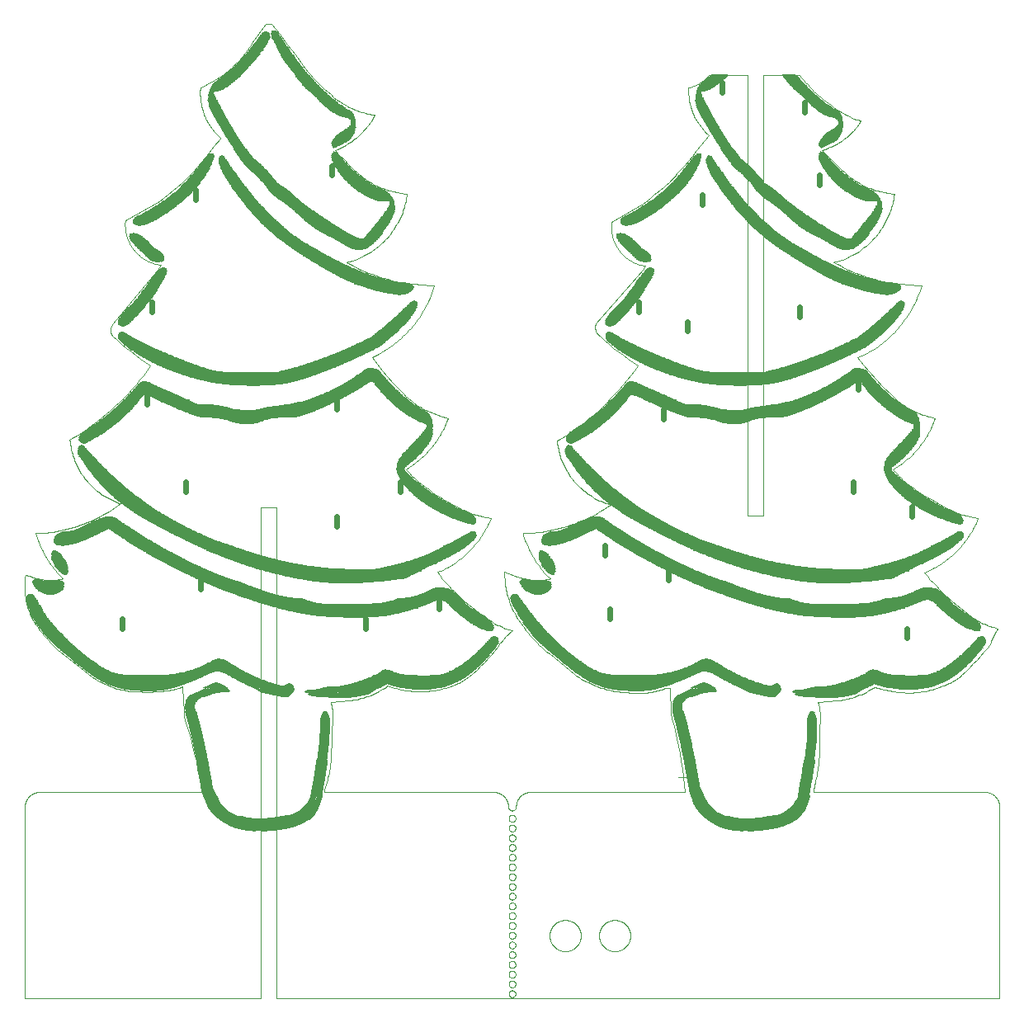
<source format=gbo>
G75*
%MOIN*%
%OFA0B0*%
%FSLAX25Y25*%
%IPPOS*%
%LPD*%
%AMOC8*
5,1,8,0,0,1.08239X$1,22.5*
%
%ADD10C,0.00000*%
%ADD11R,0.01200X0.00100*%
%ADD12R,0.02901X0.00100*%
%ADD13R,0.09102X0.00100*%
%ADD14R,0.11103X0.00100*%
%ADD15R,0.12803X0.00100*%
%ADD16R,0.14804X0.00100*%
%ADD17R,0.15404X0.00100*%
%ADD18R,0.16604X0.00100*%
%ADD19R,0.17705X0.00100*%
%ADD20R,0.18605X0.00100*%
%ADD21R,0.19505X0.00100*%
%ADD22R,0.20305X0.00100*%
%ADD23R,0.21005X0.00100*%
%ADD24R,0.21806X0.00100*%
%ADD25R,0.22506X0.00100*%
%ADD26R,0.23206X0.00100*%
%ADD27R,0.23806X0.00100*%
%ADD28R,0.24406X0.00100*%
%ADD29R,0.24907X0.00100*%
%ADD30R,0.25507X0.00100*%
%ADD31R,0.26107X0.00100*%
%ADD32R,0.26507X0.00100*%
%ADD33R,0.27107X0.00100*%
%ADD34R,0.27607X0.00100*%
%ADD35R,0.28007X0.00100*%
%ADD36R,0.28507X0.00100*%
%ADD37R,0.28907X0.00100*%
%ADD38R,0.29207X0.00100*%
%ADD39R,0.29707X0.00100*%
%ADD40R,0.30108X0.00100*%
%ADD41R,0.30608X0.00100*%
%ADD42R,0.30908X0.00100*%
%ADD43R,0.31308X0.00100*%
%ADD44R,0.31708X0.00100*%
%ADD45R,0.32008X0.00100*%
%ADD46R,0.32308X0.00100*%
%ADD47R,0.32608X0.00100*%
%ADD48R,0.33009X0.00100*%
%ADD49R,0.33209X0.00100*%
%ADD50R,0.33609X0.00100*%
%ADD51R,0.33909X0.00100*%
%ADD52R,0.34309X0.00100*%
%ADD53R,0.34509X0.00100*%
%ADD54R,0.34809X0.00100*%
%ADD55R,0.35009X0.00100*%
%ADD56R,0.35309X0.00100*%
%ADD57R,0.35509X0.00100*%
%ADD58R,0.35909X0.00100*%
%ADD59R,0.36109X0.00100*%
%ADD60R,0.36409X0.00100*%
%ADD61R,0.36609X0.00100*%
%ADD62R,0.14604X0.00100*%
%ADD63R,0.18305X0.00100*%
%ADD64R,0.13203X0.00100*%
%ADD65R,0.17104X0.00100*%
%ADD66R,0.12603X0.00100*%
%ADD67R,0.16204X0.00100*%
%ADD68R,0.12003X0.00100*%
%ADD69R,0.15504X0.00100*%
%ADD70R,0.11603X0.00100*%
%ADD71R,0.14704X0.00100*%
%ADD72R,0.11303X0.00100*%
%ADD73R,0.14004X0.00100*%
%ADD74R,0.11003X0.00100*%
%ADD75R,0.13503X0.00100*%
%ADD76R,0.10803X0.00100*%
%ADD77R,0.13103X0.00100*%
%ADD78R,0.12203X0.00100*%
%ADD79R,0.11803X0.00100*%
%ADD80R,0.11503X0.00100*%
%ADD81R,0.04801X0.00100*%
%ADD82R,0.04801X0.00100*%
%ADD83R,0.04801X0.00100*%
%ADD84R,0.04701X0.00100*%
%ADD85R,0.04701X0.00100*%
%ADD86R,0.04701X0.00100*%
%ADD87R,0.04601X0.00100*%
%ADD88R,0.04601X0.00100*%
%ADD89R,0.04501X0.00100*%
%ADD90R,0.04501X0.00100*%
%ADD91R,0.04601X0.00100*%
%ADD92R,0.04501X0.00100*%
%ADD93R,0.04501X0.00100*%
%ADD94R,0.04501X0.00100*%
%ADD95R,0.04501X0.00100*%
%ADD96R,0.04401X0.00100*%
%ADD97R,0.04401X0.00100*%
%ADD98R,0.04401X0.00100*%
%ADD99R,0.04401X0.00100*%
%ADD100R,0.04301X0.00100*%
%ADD101R,0.04401X0.00100*%
%ADD102R,0.04401X0.00100*%
%ADD103R,0.04301X0.00100*%
%ADD104R,0.04301X0.00100*%
%ADD105R,0.04301X0.00100*%
%ADD106R,0.04301X0.00100*%
%ADD107R,0.04201X0.00100*%
%ADD108R,0.04201X0.00100*%
%ADD109R,0.04201X0.00100*%
%ADD110R,0.04702X0.00100*%
%ADD111R,0.04301X0.00100*%
%ADD112R,0.04101X0.00100*%
%ADD113R,0.04802X0.00100*%
%ADD114R,0.04802X0.00100*%
%ADD115R,0.04802X0.00100*%
%ADD116R,0.04101X0.00100*%
%ADD117R,0.04101X0.00100*%
%ADD118R,0.04001X0.00100*%
%ADD119R,0.04001X0.00100*%
%ADD120R,0.04001X0.00100*%
%ADD121R,0.03901X0.00100*%
%ADD122R,0.03901X0.00100*%
%ADD123R,0.03901X0.00100*%
%ADD124R,0.03701X0.00100*%
%ADD125R,0.03701X0.00100*%
%ADD126R,0.03701X0.00100*%
%ADD127R,0.03601X0.00100*%
%ADD128R,0.03501X0.00100*%
%ADD129R,0.03501X0.00100*%
%ADD130R,0.03401X0.00100*%
%ADD131R,0.03301X0.00100*%
%ADD132R,0.03301X0.00100*%
%ADD133R,0.03301X0.00100*%
%ADD134R,0.03201X0.00100*%
%ADD135R,0.03101X0.00100*%
%ADD136R,0.03101X0.00100*%
%ADD137R,0.03001X0.00100*%
%ADD138R,0.02901X0.00100*%
%ADD139R,0.02901X0.00100*%
%ADD140R,0.02801X0.00100*%
%ADD141R,0.02801X0.00100*%
%ADD142R,0.02501X0.00100*%
%ADD143R,0.02401X0.00100*%
%ADD144R,0.02201X0.00100*%
%ADD145R,0.02201X0.00100*%
%ADD146R,0.02000X0.00100*%
%ADD147R,0.01800X0.00100*%
%ADD148R,0.01800X0.00100*%
%ADD149R,0.01700X0.00100*%
%ADD150R,0.01500X0.00100*%
%ADD151R,0.01200X0.00100*%
%ADD152R,0.01000X0.00100*%
%ADD153R,0.00200X0.00100*%
%ADD154R,0.03901X0.00100*%
%ADD155R,0.03901X0.00100*%
%ADD156R,0.03901X0.00100*%
%ADD157R,0.03801X0.00100*%
%ADD158R,0.03801X0.00100*%
%ADD159R,0.03701X0.00100*%
%ADD160R,0.03701X0.00100*%
%ADD161R,0.03801X0.00100*%
%ADD162R,0.04702X0.00100*%
%ADD163R,0.04901X0.00100*%
%ADD164R,0.04901X0.00100*%
%ADD165R,0.05001X0.00100*%
%ADD166R,0.05101X0.00100*%
%ADD167R,0.05201X0.00100*%
%ADD168R,0.03001X0.00100*%
%ADD169R,0.05201X0.00100*%
%ADD170R,0.06202X0.00100*%
%ADD171R,0.07702X0.00100*%
%ADD172R,0.05301X0.00100*%
%ADD173R,0.09202X0.00100*%
%ADD174R,0.10403X0.00100*%
%ADD175R,0.05402X0.00100*%
%ADD176R,0.11603X0.00100*%
%ADD177R,0.05502X0.00100*%
%ADD178R,0.05902X0.00100*%
%ADD179R,0.14404X0.00100*%
%ADD180R,0.05902X0.00100*%
%ADD181R,0.06102X0.00100*%
%ADD182R,0.16504X0.00100*%
%ADD183R,0.06102X0.00100*%
%ADD184R,0.06302X0.00100*%
%ADD185R,0.06502X0.00100*%
%ADD186R,0.06602X0.00100*%
%ADD187R,0.09002X0.00100*%
%ADD188R,0.11003X0.00100*%
%ADD189R,0.27007X0.00100*%
%ADD190R,0.12603X0.00100*%
%ADD191R,0.25407X0.00100*%
%ADD192R,0.14204X0.00100*%
%ADD193R,0.24606X0.00100*%
%ADD194R,0.15404X0.00100*%
%ADD195R,0.24206X0.00100*%
%ADD196R,0.16504X0.00100*%
%ADD197R,0.23806X0.00100*%
%ADD198R,0.17705X0.00100*%
%ADD199R,0.23406X0.00100*%
%ADD200R,0.07902X0.00100*%
%ADD201R,0.18705X0.00100*%
%ADD202R,0.23206X0.00100*%
%ADD203R,0.09802X0.00100*%
%ADD204R,0.22906X0.00100*%
%ADD205R,0.11503X0.00100*%
%ADD206R,0.20405X0.00100*%
%ADD207R,0.22606X0.00100*%
%ADD208R,0.12903X0.00100*%
%ADD209R,0.21206X0.00100*%
%ADD210R,0.22706X0.00100*%
%ADD211R,0.14104X0.00100*%
%ADD212R,0.22106X0.00100*%
%ADD213R,0.09702X0.00100*%
%ADD214R,0.22706X0.00100*%
%ADD215R,0.15204X0.00100*%
%ADD216R,0.09202X0.00100*%
%ADD217R,0.14304X0.00100*%
%ADD218R,0.22006X0.00100*%
%ADD219R,0.16304X0.00100*%
%ADD220R,0.08902X0.00100*%
%ADD221R,0.14504X0.00100*%
%ADD222R,0.21706X0.00100*%
%ADD223R,0.17205X0.00100*%
%ADD224R,0.24206X0.00100*%
%ADD225R,0.08602X0.00100*%
%ADD226R,0.14704X0.00100*%
%ADD227R,0.21906X0.00100*%
%ADD228R,0.18105X0.00100*%
%ADD229R,0.24906X0.00100*%
%ADD230R,0.08302X0.00100*%
%ADD231R,0.13504X0.00100*%
%ADD232R,0.17905X0.00100*%
%ADD233R,0.19005X0.00100*%
%ADD234R,0.07802X0.00100*%
%ADD235R,0.13304X0.00100*%
%ADD236R,0.17505X0.00100*%
%ADD237R,0.19705X0.00100*%
%ADD238R,0.26107X0.00100*%
%ADD239R,0.07402X0.00100*%
%ADD240R,0.13004X0.00100*%
%ADD241R,0.17104X0.00100*%
%ADD242R,0.20505X0.00100*%
%ADD243R,0.27107X0.00100*%
%ADD244R,0.07102X0.00100*%
%ADD245R,0.13103X0.00100*%
%ADD246R,0.16704X0.00100*%
%ADD247R,0.21106X0.00100*%
%ADD248R,0.27307X0.00100*%
%ADD249R,0.06702X0.00100*%
%ADD250R,0.12703X0.00100*%
%ADD251R,0.16504X0.00100*%
%ADD252R,0.21806X0.00100*%
%ADD253R,0.27807X0.00100*%
%ADD254R,0.06302X0.00100*%
%ADD255R,0.22406X0.00100*%
%ADD256R,0.28507X0.00100*%
%ADD257R,0.06002X0.00100*%
%ADD258R,0.12804X0.00100*%
%ADD259R,0.15904X0.00100*%
%ADD260R,0.23106X0.00100*%
%ADD261R,0.05602X0.00100*%
%ADD262R,0.12403X0.00100*%
%ADD263R,0.15704X0.00100*%
%ADD264R,0.23706X0.00100*%
%ADD265R,0.29407X0.00100*%
%ADD266R,0.12103X0.00100*%
%ADD267R,0.15504X0.00100*%
%ADD268R,0.24106X0.00100*%
%ADD269R,0.30008X0.00100*%
%ADD270R,0.11903X0.00100*%
%ADD271R,0.15304X0.00100*%
%ADD272R,0.24706X0.00100*%
%ADD273R,0.30608X0.00100*%
%ADD274R,0.12103X0.00100*%
%ADD275R,0.15004X0.00100*%
%ADD276R,0.25307X0.00100*%
%ADD277R,0.31008X0.00100*%
%ADD278R,0.14804X0.00100*%
%ADD279R,0.25907X0.00100*%
%ADD280R,0.31508X0.00100*%
%ADD281R,0.11703X0.00100*%
%ADD282R,0.40910X0.00100*%
%ADD283R,0.32008X0.00100*%
%ADD284R,0.02701X0.00100*%
%ADD285R,0.11503X0.00100*%
%ADD286R,0.00300X0.00100*%
%ADD287R,0.40810X0.00100*%
%ADD288R,0.32408X0.00100*%
%ADD289R,0.02100X0.00100*%
%ADD290R,0.11403X0.00100*%
%ADD291R,0.40611X0.00100*%
%ADD292R,0.32909X0.00100*%
%ADD293R,0.01500X0.00100*%
%ADD294R,0.11303X0.00100*%
%ADD295R,0.40511X0.00100*%
%ADD296R,0.33409X0.00100*%
%ADD297R,0.11103X0.00100*%
%ADD298R,0.40410X0.00100*%
%ADD299R,0.40310X0.00100*%
%ADD300R,0.34309X0.00100*%
%ADD301R,0.11003X0.00100*%
%ADD302R,0.40210X0.00100*%
%ADD303R,0.34809X0.00100*%
%ADD304R,0.10903X0.00100*%
%ADD305R,0.40110X0.00100*%
%ADD306R,0.35209X0.00100*%
%ADD307R,0.10903X0.00100*%
%ADD308R,0.40111X0.00100*%
%ADD309R,0.35709X0.00100*%
%ADD310R,0.39910X0.00100*%
%ADD311R,0.36009X0.00100*%
%ADD312R,0.10702X0.00100*%
%ADD313R,0.36509X0.00100*%
%ADD314R,0.10603X0.00100*%
%ADD315R,0.39710X0.00100*%
%ADD316R,0.37009X0.00100*%
%ADD317R,0.10503X0.00100*%
%ADD318R,0.39610X0.00100*%
%ADD319R,0.37209X0.00100*%
%ADD320R,0.10503X0.00100*%
%ADD321R,0.39510X0.00100*%
%ADD322R,0.37709X0.00100*%
%ADD323R,0.39410X0.00100*%
%ADD324R,0.38110X0.00100*%
%ADD325R,0.39410X0.00100*%
%ADD326R,0.38610X0.00100*%
%ADD327R,0.10402X0.00100*%
%ADD328R,0.39510X0.00100*%
%ADD329R,0.39010X0.00100*%
%ADD330R,0.10202X0.00100*%
%ADD331R,0.39610X0.00100*%
%ADD332R,0.10002X0.00100*%
%ADD333R,0.39010X0.00100*%
%ADD334R,0.39810X0.00100*%
%ADD335R,0.09903X0.00100*%
%ADD336R,0.38910X0.00100*%
%ADD337R,0.40110X0.00100*%
%ADD338R,0.09903X0.00100*%
%ADD339R,0.38910X0.00100*%
%ADD340R,0.40510X0.00100*%
%ADD341R,0.09903X0.00100*%
%ADD342R,0.38810X0.00100*%
%ADD343R,0.41011X0.00100*%
%ADD344R,0.09802X0.00100*%
%ADD345R,0.38810X0.00100*%
%ADD346R,0.41311X0.00100*%
%ADD347R,0.38610X0.00100*%
%ADD348R,0.41811X0.00100*%
%ADD349R,0.42211X0.00100*%
%ADD350R,0.09702X0.00100*%
%ADD351R,0.38510X0.00100*%
%ADD352R,0.42511X0.00100*%
%ADD353R,0.09703X0.00100*%
%ADD354R,0.38310X0.00100*%
%ADD355R,0.42911X0.00100*%
%ADD356R,0.09603X0.00100*%
%ADD357R,0.38210X0.00100*%
%ADD358R,0.43311X0.00100*%
%ADD359R,0.09603X0.00100*%
%ADD360R,0.38110X0.00100*%
%ADD361R,0.43711X0.00100*%
%ADD362R,0.09502X0.00100*%
%ADD363R,0.38110X0.00100*%
%ADD364R,0.44011X0.00100*%
%ADD365R,0.09502X0.00100*%
%ADD366R,0.44411X0.00100*%
%ADD367R,0.09302X0.00100*%
%ADD368R,0.37910X0.00100*%
%ADD369R,0.44811X0.00100*%
%ADD370R,0.09302X0.00100*%
%ADD371R,0.38010X0.00100*%
%ADD372R,0.45211X0.00100*%
%ADD373R,0.18005X0.00100*%
%ADD374R,0.15004X0.00100*%
%ADD375R,0.45511X0.00100*%
%ADD376R,0.15804X0.00100*%
%ADD377R,0.13704X0.00100*%
%ADD378R,0.17405X0.00100*%
%ADD379R,0.14504X0.00100*%
%ADD380R,0.13804X0.00100*%
%ADD381R,0.16104X0.00100*%
%ADD382R,0.09102X0.00100*%
%ADD383R,0.12503X0.00100*%
%ADD384R,0.12303X0.00100*%
%ADD385R,0.12904X0.00100*%
%ADD386R,0.15204X0.00100*%
%ADD387R,0.09102X0.00100*%
%ADD388R,0.11503X0.00100*%
%ADD389R,0.11403X0.00100*%
%ADD390R,0.12203X0.00100*%
%ADD391R,0.14604X0.00100*%
%ADD392R,0.10603X0.00100*%
%ADD393R,0.11103X0.00100*%
%ADD394R,0.11603X0.00100*%
%ADD395R,0.14104X0.00100*%
%ADD396R,0.10703X0.00100*%
%ADD397R,0.11203X0.00100*%
%ADD398R,0.13604X0.00100*%
%ADD399R,0.09002X0.00100*%
%ADD400R,0.08902X0.00100*%
%ADD401R,0.10403X0.00100*%
%ADD402R,0.08202X0.00100*%
%ADD403R,0.10303X0.00100*%
%ADD404R,0.12904X0.00100*%
%ADD405R,0.07702X0.00100*%
%ADD406R,0.10103X0.00100*%
%ADD407R,0.10303X0.00100*%
%ADD408R,0.12603X0.00100*%
%ADD409R,0.09002X0.00100*%
%ADD410R,0.07102X0.00100*%
%ADD411R,0.10002X0.00100*%
%ADD412R,0.10002X0.00100*%
%ADD413R,0.12203X0.00100*%
%ADD414R,0.09002X0.00100*%
%ADD415R,0.06702X0.00100*%
%ADD416R,0.09902X0.00100*%
%ADD417R,0.10102X0.00100*%
%ADD418R,0.12103X0.00100*%
%ADD419R,0.06302X0.00100*%
%ADD420R,0.11903X0.00100*%
%ADD421R,0.09602X0.00100*%
%ADD422R,0.11603X0.00100*%
%ADD423R,0.09503X0.00100*%
%ADD424R,0.09402X0.00100*%
%ADD425R,0.11303X0.00100*%
%ADD426R,0.09502X0.00100*%
%ADD427R,0.05202X0.00100*%
%ADD428R,0.09403X0.00100*%
%ADD429R,0.11403X0.00100*%
%ADD430R,0.09803X0.00100*%
%ADD431R,0.10003X0.00100*%
%ADD432R,0.10803X0.00100*%
%ADD433R,0.21906X0.00100*%
%ADD434R,0.03401X0.00100*%
%ADD435R,0.21506X0.00100*%
%ADD436R,0.08802X0.00100*%
%ADD437R,0.20906X0.00100*%
%ADD438R,0.08702X0.00100*%
%ADD439R,0.20405X0.00100*%
%ADD440R,0.01901X0.00100*%
%ADD441R,0.08602X0.00100*%
%ADD442R,0.19805X0.00100*%
%ADD443R,0.08702X0.00100*%
%ADD444R,0.08702X0.00100*%
%ADD445R,0.19305X0.00100*%
%ADD446R,0.00900X0.00100*%
%ADD447R,0.18805X0.00100*%
%ADD448R,0.08602X0.00100*%
%ADD449R,0.18405X0.00100*%
%ADD450R,0.08702X0.00100*%
%ADD451R,0.17904X0.00100*%
%ADD452R,0.08502X0.00100*%
%ADD453R,0.08502X0.00100*%
%ADD454R,0.17404X0.00100*%
%ADD455R,0.08402X0.00100*%
%ADD456R,0.16904X0.00100*%
%ADD457R,0.08302X0.00100*%
%ADD458R,0.08402X0.00100*%
%ADD459R,0.16204X0.00100*%
%ADD460R,0.08202X0.00100*%
%ADD461R,0.15704X0.00100*%
%ADD462R,0.08102X0.00100*%
%ADD463R,0.15304X0.00100*%
%ADD464R,0.08202X0.00100*%
%ADD465R,0.14804X0.00100*%
%ADD466R,0.08002X0.00100*%
%ADD467R,0.14404X0.00100*%
%ADD468R,0.07902X0.00100*%
%ADD469R,0.08102X0.00100*%
%ADD470R,0.13704X0.00100*%
%ADD471R,0.13304X0.00100*%
%ADD472R,0.07802X0.00100*%
%ADD473R,0.08002X0.00100*%
%ADD474R,0.12903X0.00100*%
%ADD475R,0.12503X0.00100*%
%ADD476R,0.08002X0.00100*%
%ADD477R,0.07902X0.00100*%
%ADD478R,0.11703X0.00100*%
%ADD479R,0.07602X0.00100*%
%ADD480R,0.08002X0.00100*%
%ADD481R,0.11303X0.00100*%
%ADD482R,0.07602X0.00100*%
%ADD483R,0.07602X0.00100*%
%ADD484R,0.07502X0.00100*%
%ADD485R,0.07402X0.00100*%
%ADD486R,0.07802X0.00100*%
%ADD487R,0.09302X0.00100*%
%ADD488R,0.07302X0.00100*%
%ADD489R,0.07302X0.00100*%
%ADD490R,0.07202X0.00100*%
%ADD491R,0.08002X0.00100*%
%ADD492R,0.07202X0.00100*%
%ADD493R,0.07202X0.00100*%
%ADD494R,0.07302X0.00100*%
%ADD495R,0.07002X0.00100*%
%ADD496R,0.07702X0.00100*%
%ADD497R,0.07102X0.00100*%
%ADD498R,0.07102X0.00100*%
%ADD499R,0.07002X0.00100*%
%ADD500R,0.07002X0.00100*%
%ADD501R,0.05002X0.00100*%
%ADD502R,0.07602X0.00100*%
%ADD503R,0.06902X0.00100*%
%ADD504R,0.04001X0.00100*%
%ADD505R,0.06802X0.00100*%
%ADD506R,0.07502X0.00100*%
%ADD507R,0.06802X0.00100*%
%ADD508R,0.01600X0.00100*%
%ADD509R,0.06702X0.00100*%
%ADD510R,0.06802X0.00100*%
%ADD511R,0.07502X0.00100*%
%ADD512R,0.07402X0.00100*%
%ADD513R,0.07402X0.00100*%
%ADD514R,0.06502X0.00100*%
%ADD515R,0.07302X0.00100*%
%ADD516R,0.06502X0.00100*%
%ADD517R,0.06402X0.00100*%
%ADD518R,0.06402X0.00100*%
%ADD519R,0.07202X0.00100*%
%ADD520R,0.06202X0.00100*%
%ADD521R,0.06202X0.00100*%
%ADD522R,0.07302X0.00100*%
%ADD523R,0.06102X0.00100*%
%ADD524R,0.06002X0.00100*%
%ADD525R,0.07302X0.00100*%
%ADD526R,0.06002X0.00100*%
%ADD527R,0.05802X0.00100*%
%ADD528R,0.07202X0.00100*%
%ADD529R,0.05802X0.00100*%
%ADD530R,0.05802X0.00100*%
%ADD531R,0.05701X0.00100*%
%ADD532R,0.05701X0.00100*%
%ADD533R,0.05601X0.00100*%
%ADD534R,0.05601X0.00100*%
%ADD535R,0.05601X0.00100*%
%ADD536R,0.07102X0.00100*%
%ADD537R,0.05702X0.00100*%
%ADD538R,0.05702X0.00100*%
%ADD539R,0.05602X0.00100*%
%ADD540R,0.05502X0.00100*%
%ADD541R,0.05401X0.00100*%
%ADD542R,0.05301X0.00100*%
%ADD543R,0.05201X0.00100*%
%ADD544R,0.07202X0.00100*%
%ADD545R,0.05001X0.00100*%
%ADD546R,0.04901X0.00100*%
%ADD547R,0.04201X0.00100*%
%ADD548R,0.04101X0.00100*%
%ADD549R,0.04001X0.00100*%
%ADD550R,0.03801X0.00100*%
%ADD551R,0.03801X0.00100*%
%ADD552R,0.03601X0.00100*%
%ADD553R,0.03401X0.00100*%
%ADD554R,0.02601X0.00100*%
%ADD555R,0.02200X0.00100*%
%ADD556R,0.01900X0.00100*%
%ADD557R,0.07002X0.00100*%
%ADD558R,0.01500X0.00100*%
%ADD559R,0.07002X0.00100*%
%ADD560R,0.07002X0.00100*%
%ADD561R,0.06902X0.00100*%
%ADD562R,0.06902X0.00100*%
%ADD563R,0.06802X0.00100*%
%ADD564R,0.06802X0.00100*%
%ADD565R,0.00900X0.00100*%
%ADD566R,0.06802X0.00100*%
%ADD567R,0.02301X0.00100*%
%ADD568R,0.06702X0.00100*%
%ADD569R,0.06602X0.00100*%
%ADD570R,0.06402X0.00100*%
%ADD571R,0.06502X0.00100*%
%ADD572R,0.06602X0.00100*%
%ADD573R,0.06702X0.00100*%
%ADD574R,0.08302X0.00100*%
%ADD575R,0.06602X0.00100*%
%ADD576R,0.08402X0.00100*%
%ADD577R,0.08502X0.00100*%
%ADD578R,0.08602X0.00100*%
%ADD579R,0.08802X0.00100*%
%ADD580R,0.08902X0.00100*%
%ADD581R,0.08902X0.00100*%
%ADD582R,0.08802X0.00100*%
%ADD583R,0.08802X0.00100*%
%ADD584R,0.15104X0.00100*%
%ADD585R,0.18405X0.00100*%
%ADD586R,0.21106X0.00100*%
%ADD587R,0.25006X0.00100*%
%ADD588R,0.05902X0.00100*%
%ADD589R,0.26807X0.00100*%
%ADD590R,0.08502X0.00100*%
%ADD591R,0.05801X0.00100*%
%ADD592R,0.28407X0.00100*%
%ADD593R,0.05801X0.00100*%
%ADD594R,0.29807X0.00100*%
%ADD595R,0.31308X0.00100*%
%ADD596R,0.32508X0.00100*%
%ADD597R,0.33708X0.00100*%
%ADD598R,0.34909X0.00100*%
%ADD599R,0.05602X0.00100*%
%ADD600R,0.36009X0.00100*%
%ADD601R,0.37109X0.00100*%
%ADD602R,0.08302X0.00100*%
%ADD603R,0.08402X0.00100*%
%ADD604R,0.39210X0.00100*%
%ADD605R,0.40210X0.00100*%
%ADD606R,0.41111X0.00100*%
%ADD607R,0.42011X0.00100*%
%ADD608R,0.05502X0.00100*%
%ADD609R,0.42911X0.00100*%
%ADD610R,0.43811X0.00100*%
%ADD611R,0.08202X0.00100*%
%ADD612R,0.44711X0.00100*%
%ADD613R,0.08102X0.00100*%
%ADD614R,0.45612X0.00100*%
%ADD615R,0.08102X0.00100*%
%ADD616R,0.46312X0.00100*%
%ADD617R,0.47012X0.00100*%
%ADD618R,0.47913X0.00100*%
%ADD619R,0.05501X0.00100*%
%ADD620R,0.48713X0.00100*%
%ADD621R,0.05401X0.00100*%
%ADD622R,0.49413X0.00100*%
%ADD623R,0.05401X0.00100*%
%ADD624R,0.50213X0.00100*%
%ADD625R,0.50913X0.00100*%
%ADD626R,0.51613X0.00100*%
%ADD627R,0.52313X0.00100*%
%ADD628R,0.53013X0.00100*%
%ADD629R,0.54314X0.00100*%
%ADD630R,0.07602X0.00100*%
%ADD631R,0.54514X0.00100*%
%ADD632R,0.07402X0.00100*%
%ADD633R,0.55114X0.00100*%
%ADD634R,0.05101X0.00100*%
%ADD635R,0.56414X0.00100*%
%ADD636R,0.56815X0.00100*%
%ADD637R,0.57215X0.00100*%
%ADD638R,0.57615X0.00100*%
%ADD639R,0.05102X0.00100*%
%ADD640R,0.58315X0.00100*%
%ADD641R,0.05002X0.00100*%
%ADD642R,0.59015X0.00100*%
%ADD643R,0.59715X0.00100*%
%ADD644R,0.05002X0.00100*%
%ADD645R,0.60315X0.00100*%
%ADD646R,0.60815X0.00100*%
%ADD647R,0.61516X0.00100*%
%ADD648R,0.62216X0.00100*%
%ADD649R,0.62816X0.00100*%
%ADD650R,0.63416X0.00100*%
%ADD651R,0.63916X0.00100*%
%ADD652R,0.64517X0.00100*%
%ADD653R,0.25207X0.00100*%
%ADD654R,0.26707X0.00100*%
%ADD655R,0.23806X0.00100*%
%ADD656R,0.23506X0.00100*%
%ADD657R,0.22406X0.00100*%
%ADD658R,0.06902X0.00100*%
%ADD659R,0.23106X0.00100*%
%ADD660R,0.23006X0.00100*%
%ADD661R,0.20705X0.00100*%
%ADD662R,0.22806X0.00100*%
%ADD663R,0.20105X0.00100*%
%ADD664R,0.22606X0.00100*%
%ADD665R,0.19505X0.00100*%
%ADD666R,0.22406X0.00100*%
%ADD667R,0.19205X0.00100*%
%ADD668R,0.18805X0.00100*%
%ADD669R,0.22206X0.00100*%
%ADD670R,0.18605X0.00100*%
%ADD671R,0.22206X0.00100*%
%ADD672R,0.18305X0.00100*%
%ADD673R,0.22306X0.00100*%
%ADD674R,0.18104X0.00100*%
%ADD675R,0.17904X0.00100*%
%ADD676R,0.22106X0.00100*%
%ADD677R,0.17805X0.00100*%
%ADD678R,0.22106X0.00100*%
%ADD679R,0.22106X0.00100*%
%ADD680R,0.17504X0.00100*%
%ADD681R,0.22206X0.00100*%
%ADD682R,0.17304X0.00100*%
%ADD683R,0.17304X0.00100*%
%ADD684R,0.17805X0.00100*%
%ADD685R,0.04101X0.00100*%
%ADD686R,0.26607X0.00100*%
%ADD687R,0.26207X0.00100*%
%ADD688R,0.25807X0.00100*%
%ADD689R,0.22206X0.00100*%
%ADD690R,0.25507X0.00100*%
%ADD691R,0.25207X0.00100*%
%ADD692R,0.21606X0.00100*%
%ADD693R,0.00500X0.00100*%
%ADD694R,0.24807X0.00100*%
%ADD695R,0.19005X0.00100*%
%ADD696R,0.22506X0.00100*%
%ADD697R,0.18405X0.00100*%
%ADD698R,0.21205X0.00100*%
%ADD699R,0.18005X0.00100*%
%ADD700R,0.20405X0.00100*%
%ADD701R,0.17404X0.00100*%
%ADD702R,0.19205X0.00100*%
%ADD703R,0.17104X0.00100*%
%ADD704R,0.18605X0.00100*%
%ADD705R,0.17004X0.00100*%
%ADD706R,0.18205X0.00100*%
%ADD707R,0.16704X0.00100*%
%ADD708R,0.02601X0.00100*%
%ADD709R,0.16804X0.00100*%
%ADD710R,0.02400X0.00100*%
%ADD711R,0.16404X0.00100*%
%ADD712R,0.02300X0.00100*%
%ADD713R,0.16104X0.00100*%
%ADD714R,0.02000X0.00100*%
%ADD715R,0.16304X0.00100*%
%ADD716R,0.15504X0.00100*%
%ADD717R,0.16004X0.00100*%
%ADD718R,0.15104X0.00100*%
%ADD719R,0.02200X0.00100*%
%ADD720R,0.15904X0.00100*%
%ADD721R,0.14804X0.00100*%
%ADD722R,0.01000X0.00100*%
%ADD723R,0.16304X0.00100*%
%ADD724R,0.15804X0.00100*%
%ADD725R,0.14004X0.00100*%
%ADD726R,0.15704X0.00100*%
%ADD727R,0.13904X0.00100*%
%ADD728R,0.15804X0.00100*%
%ADD729R,0.13804X0.00100*%
%ADD730R,0.15604X0.00100*%
%ADD731R,0.12903X0.00100*%
%ADD732R,0.15604X0.00100*%
%ADD733R,0.15604X0.00100*%
%ADD734R,0.11803X0.00100*%
%ADD735R,0.15604X0.00100*%
%ADD736R,0.10703X0.00100*%
%ADD737R,0.08802X0.00100*%
%ADD738R,0.09002X0.00100*%
%ADD739R,0.15404X0.00100*%
%ADD740R,0.09702X0.00100*%
%ADD741R,0.10103X0.00100*%
%ADD742R,0.10403X0.00100*%
%ADD743R,0.15204X0.00100*%
%ADD744R,0.06902X0.00100*%
%ADD745R,0.15004X0.00100*%
%ADD746R,0.05402X0.00100*%
%ADD747R,0.15004X0.00100*%
%ADD748R,0.11503X0.00100*%
%ADD749R,0.11703X0.00100*%
%ADD750R,0.14904X0.00100*%
%ADD751R,0.11803X0.00100*%
%ADD752R,0.11803X0.00100*%
%ADD753R,0.14904X0.00100*%
%ADD754R,0.11903X0.00100*%
%ADD755R,0.14904X0.00100*%
%ADD756R,0.11903X0.00100*%
%ADD757R,0.14904X0.00100*%
%ADD758R,0.12003X0.00100*%
%ADD759R,0.14704X0.00100*%
%ADD760R,0.14704X0.00100*%
%ADD761R,0.12303X0.00100*%
%ADD762R,0.12303X0.00100*%
%ADD763R,0.14704X0.00100*%
%ADD764R,0.14704X0.00100*%
%ADD765R,0.12503X0.00100*%
%ADD766R,0.14604X0.00100*%
%ADD767R,0.14504X0.00100*%
%ADD768R,0.14504X0.00100*%
%ADD769R,0.14404X0.00100*%
%ADD770R,0.12403X0.00100*%
%ADD771R,0.21906X0.00100*%
%ADD772R,0.14304X0.00100*%
%ADD773R,0.26007X0.00100*%
%ADD774R,0.27507X0.00100*%
%ADD775R,0.13804X0.00100*%
%ADD776R,0.30708X0.00100*%
%ADD777R,0.13504X0.00100*%
%ADD778R,0.33709X0.00100*%
%ADD779R,0.13404X0.00100*%
%ADD780R,0.35309X0.00100*%
%ADD781R,0.02401X0.00100*%
%ADD782R,0.13303X0.00100*%
%ADD783R,0.36809X0.00100*%
%ADD784R,0.13303X0.00100*%
%ADD785R,0.13204X0.00100*%
%ADD786R,0.39510X0.00100*%
%ADD787R,0.40911X0.00100*%
%ADD788R,0.42111X0.00100*%
%ADD789R,0.13003X0.00100*%
%ADD790R,0.43411X0.00100*%
%ADD791R,0.44611X0.00100*%
%ADD792R,0.13003X0.00100*%
%ADD793R,0.45311X0.00100*%
%ADD794R,0.12803X0.00100*%
%ADD795R,0.46012X0.00100*%
%ADD796R,0.12704X0.00100*%
%ADD797R,0.46712X0.00100*%
%ADD798R,0.47412X0.00100*%
%ADD799R,0.48313X0.00100*%
%ADD800R,0.49313X0.00100*%
%ADD801R,0.50013X0.00100*%
%ADD802R,0.12403X0.00100*%
%ADD803R,0.50613X0.00100*%
%ADD804R,0.51213X0.00100*%
%ADD805R,0.51713X0.00100*%
%ADD806R,0.52314X0.00100*%
%ADD807R,0.53014X0.00100*%
%ADD808R,0.01100X0.00100*%
%ADD809R,0.53914X0.00100*%
%ADD810R,0.01600X0.00100*%
%ADD811R,0.54314X0.00100*%
%ADD812R,0.01900X0.00100*%
%ADD813R,0.12003X0.00100*%
%ADD814R,0.54914X0.00100*%
%ADD815R,0.02100X0.00100*%
%ADD816R,0.12003X0.00100*%
%ADD817R,0.55714X0.00100*%
%ADD818R,0.56014X0.00100*%
%ADD819R,0.02300X0.00100*%
%ADD820R,0.56514X0.00100*%
%ADD821R,0.57715X0.00100*%
%ADD822R,0.58115X0.00100*%
%ADD823R,0.58515X0.00100*%
%ADD824R,0.59415X0.00100*%
%ADD825R,0.03201X0.00100*%
%ADD826R,0.11803X0.00100*%
%ADD827R,0.59815X0.00100*%
%ADD828R,0.03201X0.00100*%
%ADD829R,0.60215X0.00100*%
%ADD830R,0.11703X0.00100*%
%ADD831R,0.61116X0.00100*%
%ADD832R,0.61816X0.00100*%
%ADD833R,0.63116X0.00100*%
%ADD834R,0.63516X0.00100*%
%ADD835R,0.63816X0.00100*%
%ADD836R,0.11503X0.00100*%
%ADD837R,0.64117X0.00100*%
%ADD838R,0.64617X0.00100*%
%ADD839R,0.65217X0.00100*%
%ADD840R,0.37709X0.00100*%
%ADD841R,0.19305X0.00100*%
%ADD842R,0.34709X0.00100*%
%ADD843R,0.19105X0.00100*%
%ADD844R,0.32909X0.00100*%
%ADD845R,0.31608X0.00100*%
%ADD846R,0.18505X0.00100*%
%ADD847R,0.11403X0.00100*%
%ADD848R,0.30508X0.00100*%
%ADD849R,0.11303X0.00100*%
%ADD850R,0.29407X0.00100*%
%ADD851R,0.18105X0.00100*%
%ADD852R,0.28707X0.00100*%
%ADD853R,0.17804X0.00100*%
%ADD854R,0.11203X0.00100*%
%ADD855R,0.27907X0.00100*%
%ADD856R,0.17504X0.00100*%
%ADD857R,0.11203X0.00100*%
%ADD858R,0.27207X0.00100*%
%ADD859R,0.26707X0.00100*%
%ADD860R,0.16804X0.00100*%
%ADD861R,0.25607X0.00100*%
%ADD862R,0.16704X0.00100*%
%ADD863R,0.05101X0.00100*%
%ADD864R,0.11103X0.00100*%
%ADD865R,0.25106X0.00100*%
%ADD866R,0.11103X0.00100*%
%ADD867R,0.16204X0.00100*%
%ADD868R,0.11003X0.00100*%
%ADD869R,0.24906X0.00100*%
%ADD870R,0.16304X0.00100*%
%ADD871R,0.23906X0.00100*%
%ADD872R,0.23506X0.00100*%
%ADD873R,0.11003X0.00100*%
%ADD874R,0.23106X0.00100*%
%ADD875R,0.23006X0.00100*%
%ADD876R,0.05301X0.00100*%
%ADD877R,0.22306X0.00100*%
%ADD878R,0.14904X0.00100*%
%ADD879R,0.10903X0.00100*%
%ADD880R,0.22006X0.00100*%
%ADD881R,0.14304X0.00100*%
%ADD882R,0.14504X0.00100*%
%ADD883R,0.20805X0.00100*%
%ADD884R,0.20506X0.00100*%
%ADD885R,0.10903X0.00100*%
%ADD886R,0.20305X0.00100*%
%ADD887R,0.13604X0.00100*%
%ADD888R,0.20205X0.00100*%
%ADD889R,0.05302X0.00100*%
%ADD890R,0.20005X0.00100*%
%ADD891R,0.13104X0.00100*%
%ADD892R,0.05202X0.00100*%
%ADD893R,0.19805X0.00100*%
%ADD894R,0.13204X0.00100*%
%ADD895R,0.05302X0.00100*%
%ADD896R,0.19605X0.00100*%
%ADD897R,0.13004X0.00100*%
%ADD898R,0.19505X0.00100*%
%ADD899R,0.19405X0.00100*%
%ADD900R,0.19205X0.00100*%
%ADD901R,0.12703X0.00100*%
%ADD902R,0.05202X0.00100*%
%ADD903R,0.10803X0.00100*%
%ADD904R,0.19105X0.00100*%
%ADD905R,0.18905X0.00100*%
%ADD906R,0.12404X0.00100*%
%ADD907R,0.18805X0.00100*%
%ADD908R,0.18304X0.00100*%
%ADD909R,0.10603X0.00100*%
%ADD910R,0.10602X0.00100*%
%ADD911R,0.17905X0.00100*%
%ADD912R,0.17704X0.00100*%
%ADD913R,0.17504X0.00100*%
%ADD914R,0.17305X0.00100*%
%ADD915R,0.17204X0.00100*%
%ADD916R,0.11203X0.00100*%
%ADD917R,0.10502X0.00100*%
%ADD918R,0.17004X0.00100*%
%ADD919R,0.16604X0.00100*%
%ADD920R,0.10503X0.00100*%
%ADD921R,0.03801X0.00100*%
%ADD922R,0.10703X0.00100*%
%ADD923R,0.16404X0.00100*%
%ADD924R,0.10502X0.00100*%
%ADD925R,0.10402X0.00100*%
%ADD926R,0.16204X0.00100*%
%ADD927R,0.16004X0.00100*%
%ADD928R,0.10203X0.00100*%
%ADD929R,0.10203X0.00100*%
%ADD930R,0.03001X0.00100*%
%ADD931R,0.16304X0.00100*%
%ADD932R,0.10102X0.00100*%
%ADD933R,0.15904X0.00100*%
%ADD934R,0.10302X0.00100*%
%ADD935R,0.02401X0.00100*%
%ADD936R,0.09803X0.00100*%
%ADD937R,0.10202X0.00100*%
%ADD938R,0.02001X0.00100*%
%ADD939R,0.01800X0.00100*%
%ADD940R,0.01600X0.00100*%
%ADD941R,0.10303X0.00100*%
%ADD942R,0.15304X0.00100*%
%ADD943R,0.09802X0.00100*%
%ADD944R,0.01400X0.00100*%
%ADD945R,0.16104X0.00100*%
%ADD946R,0.00800X0.00100*%
%ADD947R,0.10302X0.00100*%
%ADD948R,0.14904X0.00100*%
%ADD949R,0.10203X0.00100*%
%ADD950R,0.10102X0.00100*%
%ADD951R,0.14304X0.00100*%
%ADD952R,0.14204X0.00100*%
%ADD953R,0.14104X0.00100*%
%ADD954R,0.14104X0.00100*%
%ADD955R,0.10003X0.00100*%
%ADD956R,0.13703X0.00100*%
%ADD957R,0.09902X0.00100*%
%ADD958R,0.13604X0.00100*%
%ADD959R,0.01100X0.00100*%
%ADD960R,0.13404X0.00100*%
%ADD961R,0.08902X0.00100*%
%ADD962R,0.08502X0.00100*%
%ADD963R,0.13203X0.00100*%
%ADD964R,0.13104X0.00100*%
%ADD965R,0.08202X0.00100*%
%ADD966R,0.09902X0.00100*%
%ADD967R,0.08102X0.00100*%
%ADD968R,0.12803X0.00100*%
%ADD969R,0.12504X0.00100*%
%ADD970R,0.07502X0.00100*%
%ADD971R,0.12003X0.00100*%
%ADD972R,0.09602X0.00100*%
%ADD973R,0.11703X0.00100*%
%ADD974R,0.12703X0.00100*%
%ADD975R,0.09603X0.00100*%
%ADD976R,0.13003X0.00100*%
%ADD977R,0.11603X0.00100*%
%ADD978R,0.11403X0.00100*%
%ADD979R,0.06001X0.00100*%
%ADD980R,0.05901X0.00100*%
%ADD981R,0.05901X0.00100*%
%ADD982R,0.09402X0.00100*%
%ADD983R,0.09402X0.00100*%
%ADD984R,0.15604X0.00100*%
%ADD985R,0.09403X0.00100*%
%ADD986R,0.15804X0.00100*%
%ADD987R,0.16004X0.00100*%
%ADD988R,0.16104X0.00100*%
%ADD989R,0.15904X0.00100*%
%ADD990R,0.16104X0.00100*%
%ADD991R,0.02800X0.00100*%
%ADD992R,0.02500X0.00100*%
%ADD993R,0.09303X0.00100*%
%ADD994R,0.09202X0.00100*%
%ADD995R,0.01700X0.00100*%
%ADD996R,0.12804X0.00100*%
%ADD997R,0.12404X0.00100*%
%ADD998R,0.21506X0.00100*%
%ADD999R,0.21206X0.00100*%
%ADD1000R,0.20806X0.00100*%
%ADD1001R,0.20406X0.00100*%
%ADD1002R,0.20106X0.00100*%
%ADD1003R,0.19705X0.00100*%
%ADD1004R,0.19305X0.00100*%
%ADD1005R,0.17905X0.00100*%
%ADD1006R,0.17605X0.00100*%
%ADD1007R,0.10602X0.00100*%
%ADD1008R,0.02100X0.00100*%
%ADD1009R,0.07502X0.00100*%
%ADD1010R,0.08802X0.00100*%
%ADD1011R,0.02801X0.00100*%
%ADD1012R,0.10402X0.00100*%
%ADD1013R,0.02101X0.00100*%
%ADD1014R,0.11203X0.00100*%
%ADD1015R,0.10202X0.00100*%
%ADD1016R,0.10103X0.00100*%
%ADD1017R,0.09102X0.00100*%
%ADD1018R,0.09602X0.00100*%
%ADD1019R,0.09703X0.00100*%
%ADD1020R,0.08602X0.00100*%
%ADD1021R,0.09403X0.00100*%
%ADD1022R,0.08302X0.00100*%
%ADD1023R,0.08002X0.00100*%
%ADD1024R,0.09202X0.00100*%
%ADD1025R,0.07502X0.00100*%
%ADD1026R,0.06902X0.00100*%
%ADD1027R,0.08602X0.00100*%
%ADD1028R,0.06602X0.00100*%
%ADD1029R,0.06402X0.00100*%
%ADD1030R,0.08202X0.00100*%
%ADD1031R,0.07902X0.00100*%
%ADD1032R,0.07902X0.00100*%
%ADD1033R,0.04902X0.00100*%
%ADD1034R,0.03101X0.00100*%
%ADD1035R,0.06502X0.00100*%
%ADD1036R,0.06302X0.00100*%
%ADD1037R,0.05001X0.00100*%
%ADD1038R,0.02001X0.00100*%
%ADD1039R,0.01300X0.00100*%
%ADD1040R,0.00900X0.00100*%
%ADD1041R,0.01300X0.00100*%
%ADD1042R,0.02000X0.00100*%
%ADD1043R,0.02300X0.00100*%
%ADD1044R,0.02600X0.00100*%
%ADD1045R,0.02900X0.00100*%
%ADD1046R,0.03101X0.00100*%
%ADD1047R,0.03301X0.00100*%
%ADD1048R,0.03601X0.00100*%
%ADD1049R,0.05901X0.00100*%
%ADD1050R,0.08902X0.00100*%
%ADD1051R,0.03501X0.00100*%
%ADD1052R,0.08702X0.00100*%
%ADD1053R,0.02501X0.00100*%
%ADD1054R,0.02501X0.00100*%
%ADD1055R,0.08402X0.00100*%
%ADD1056R,0.08402X0.00100*%
%ADD1057R,0.02701X0.00100*%
%ADD1058R,0.14304X0.00100*%
%ADD1059R,0.19905X0.00100*%
%ADD1060R,0.22306X0.00100*%
%ADD1061R,0.23706X0.00100*%
%ADD1062R,0.26407X0.00100*%
%ADD1063R,0.28107X0.00100*%
%ADD1064R,0.32208X0.00100*%
%ADD1065R,0.34009X0.00100*%
%ADD1066R,0.41211X0.00100*%
%ADD1067R,0.41811X0.00100*%
%ADD1068R,0.42511X0.00100*%
%ADD1069R,0.43211X0.00100*%
%ADD1070R,0.43811X0.00100*%
%ADD1071R,0.44311X0.00100*%
%ADD1072R,0.45011X0.00100*%
%ADD1073R,0.46212X0.00100*%
%ADD1074R,0.47012X0.00100*%
%ADD1075R,0.47812X0.00100*%
%ADD1076R,0.48313X0.00100*%
%ADD1077R,0.48913X0.00100*%
%ADD1078R,0.49513X0.00100*%
%ADD1079R,0.50113X0.00100*%
%ADD1080R,0.51013X0.00100*%
%ADD1081R,0.51513X0.00100*%
%ADD1082R,0.52113X0.00100*%
%ADD1083R,0.52513X0.00100*%
%ADD1084R,0.53113X0.00100*%
%ADD1085R,0.53714X0.00100*%
%ADD1086R,0.54014X0.00100*%
%ADD1087R,0.24706X0.00100*%
%ADD1088R,0.24506X0.00100*%
%ADD1089R,0.24306X0.00100*%
%ADD1090R,0.09102X0.00100*%
%ADD1091R,0.22706X0.00100*%
%ADD1092R,0.22406X0.00100*%
%ADD1093R,0.24306X0.00100*%
%ADD1094R,0.22206X0.00100*%
%ADD1095R,0.24106X0.00100*%
%ADD1096R,0.24006X0.00100*%
%ADD1097R,0.21806X0.00100*%
%ADD1098R,0.23806X0.00100*%
%ADD1099R,0.21706X0.00100*%
%ADD1100R,0.23506X0.00100*%
%ADD1101R,0.21406X0.00100*%
%ADD1102R,0.21306X0.00100*%
%ADD1103R,0.06702X0.00100*%
%ADD1104R,0.20605X0.00100*%
%ADD1105R,0.21106X0.00100*%
%ADD1106R,0.20505X0.00100*%
%ADD1107R,0.20005X0.00100*%
%ADD1108R,0.18905X0.00100*%
%ADD1109R,0.17604X0.00100*%
%ADD1110R,0.17505X0.00100*%
%ADD1111R,0.16704X0.00100*%
%ADD1112R,0.17004X0.00100*%
%ADD1113R,0.06502X0.00100*%
%ADD1114R,0.14404X0.00100*%
%ADD1115R,0.14204X0.00100*%
%ADD1116R,0.06402X0.00100*%
%ADD1117R,0.12103X0.00100*%
%ADD1118R,0.12203X0.00100*%
%ADD1119R,0.12003X0.00100*%
%ADD1120R,0.06101X0.00100*%
%ADD1121R,0.12103X0.00100*%
%ADD1122R,0.19005X0.00100*%
%ADD1123R,0.18705X0.00100*%
%ADD1124R,0.18004X0.00100*%
%ADD1125R,0.17804X0.00100*%
%ADD1126R,0.14604X0.00100*%
%ADD1127R,0.13904X0.00100*%
%ADD1128R,0.18805X0.00100*%
%ADD1129R,0.20806X0.00100*%
%ADD1130R,0.26507X0.00100*%
%ADD1131R,0.27907X0.00100*%
%ADD1132R,0.29207X0.00100*%
%ADD1133R,0.30007X0.00100*%
%ADD1134R,0.31108X0.00100*%
%ADD1135R,0.03401X0.00100*%
%ADD1136R,0.31908X0.00100*%
%ADD1137R,0.02400X0.00100*%
%ADD1138R,0.32808X0.00100*%
%ADD1139R,0.33709X0.00100*%
%ADD1140R,0.06602X0.00100*%
%ADD1141R,0.34609X0.00100*%
%ADD1142R,0.16504X0.00100*%
%ADD1143R,0.35509X0.00100*%
%ADD1144R,0.36309X0.00100*%
%ADD1145R,0.37009X0.00100*%
%ADD1146R,0.37810X0.00100*%
%ADD1147R,0.39410X0.00100*%
%ADD1148R,0.40110X0.00100*%
%ADD1149R,0.14604X0.00100*%
%ADD1150R,0.41611X0.00100*%
%ADD1151R,0.42311X0.00100*%
%ADD1152R,0.43011X0.00100*%
%ADD1153R,0.43611X0.00100*%
%ADD1154R,0.44311X0.00100*%
%ADD1155R,0.45112X0.00100*%
%ADD1156R,0.13004X0.00100*%
%ADD1157R,0.45812X0.00100*%
%ADD1158R,0.12804X0.00100*%
%ADD1159R,0.46512X0.00100*%
%ADD1160R,0.47713X0.00100*%
%ADD1161R,0.49213X0.00100*%
%ADD1162R,0.49513X0.00100*%
%ADD1163R,0.11203X0.00100*%
%ADD1164R,0.50813X0.00100*%
%ADD1165R,0.52013X0.00100*%
%ADD1166R,0.52613X0.00100*%
%ADD1167R,0.53313X0.00100*%
%ADD1168R,0.54314X0.00100*%
%ADD1169R,0.54814X0.00100*%
%ADD1170R,0.55414X0.00100*%
%ADD1171R,0.56014X0.00100*%
%ADD1172R,0.56715X0.00100*%
%ADD1173R,0.57215X0.00100*%
%ADD1174R,0.57815X0.00100*%
%ADD1175R,0.18905X0.00100*%
%ADD1176R,0.19205X0.00100*%
%ADD1177R,0.18004X0.00100*%
%ADD1178R,0.16804X0.00100*%
%ADD1179R,0.17304X0.00100*%
%ADD1180R,0.16404X0.00100*%
%ADD1181R,0.16404X0.00100*%
%ADD1182R,0.16004X0.00100*%
%ADD1183R,0.15204X0.00100*%
%ADD1184R,0.15104X0.00100*%
%ADD1185R,0.14104X0.00100*%
%ADD1186R,0.14204X0.00100*%
%ADD1187R,0.14004X0.00100*%
%ADD1188R,0.13703X0.00100*%
%ADD1189R,0.13803X0.00100*%
%ADD1190R,0.13404X0.00100*%
%ADD1191R,0.13403X0.00100*%
%ADD1192R,0.13504X0.00100*%
%ADD1193R,0.12704X0.00100*%
%ADD1194R,0.12604X0.00100*%
%ADD1195R,0.12604X0.00100*%
%ADD1196R,0.11803X0.00100*%
%ADD1197R,0.11903X0.00100*%
%ADD1198R,0.11703X0.00100*%
%ADD1199R,0.11603X0.00100*%
%ADD1200R,0.09503X0.00100*%
%ADD1201R,0.10803X0.00100*%
%ADD1202R,0.06001X0.00100*%
%ADD1203R,0.08102X0.00100*%
%ADD1204R,0.07802X0.00100*%
%ADD1205R,0.00900X0.00100*%
%ADD1206R,0.01700X0.00100*%
%ADD1207R,0.04201X0.00100*%
%ADD1208R,0.07102X0.00100*%
%ADD1209R,0.05702X0.00100*%
%ADD1210R,0.06202X0.00100*%
%ADD1211R,0.05102X0.00100*%
%ADD1212R,0.04902X0.00100*%
%ADD1213R,0.06302X0.00100*%
%ADD1214R,0.02201X0.00100*%
%ADD1215R,0.00800X0.00100*%
%ADD1216R,0.05501X0.00100*%
%ADD1217R,0.03501X0.00100*%
%ADD1218R,0.13403X0.00100*%
%ADD1219R,0.13904X0.00100*%
%ADD1220R,0.14504X0.00100*%
%ADD1221R,0.16504X0.00100*%
%ADD1222R,0.18205X0.00100*%
%ADD1223R,0.19105X0.00100*%
%ADD1224R,0.19205X0.00100*%
%ADD1225R,0.20505X0.00100*%
%ADD1226R,0.22306X0.00100*%
%ADD1227R,0.22806X0.00100*%
%ADD1228R,0.22606X0.00100*%
%ADD1229R,0.21706X0.00100*%
%ADD1230R,0.20906X0.00100*%
%ADD1231R,0.20205X0.00100*%
%ADD1232R,0.05302X0.00100*%
%ADD1233R,0.19905X0.00100*%
%ADD1234R,0.19105X0.00100*%
%ADD1235R,0.18505X0.00100*%
%ADD1236R,0.17105X0.00100*%
%ADD1237R,0.15404X0.00100*%
%ADD1238R,0.14804X0.00100*%
%ADD1239R,0.13904X0.00100*%
%ADD1240R,0.13603X0.00100*%
%ADD1241R,0.13104X0.00100*%
%ADD1242R,0.01000X0.00100*%
%ADD1243R,0.11403X0.00100*%
%ADD1244R,0.11003X0.00100*%
%ADD1245R,0.10602X0.00100*%
%ADD1246R,0.00800X0.00100*%
%ADD1247R,0.02301X0.00100*%
%ADD1248R,0.00300X0.00100*%
%ADD1249R,0.05501X0.00100*%
%ADD1250R,0.09803X0.00100*%
%ADD1251R,0.09703X0.00100*%
%ADD1252R,0.01400X0.00100*%
%ADD1253R,0.09002X0.00100*%
%ADD1254R,0.08702X0.00100*%
%ADD1255R,0.13204X0.00100*%
%ADD1256R,0.16104X0.00100*%
%ADD1257R,0.16404X0.00100*%
%ADD1258R,0.17205X0.00100*%
%ADD1259R,0.02600X0.00100*%
%ADD1260R,0.07402X0.00100*%
%ADD1261R,0.01100X0.00100*%
%ADD1262R,0.02601X0.00100*%
%ADD1263R,0.02500X0.00100*%
%ADD1264R,0.06202X0.00100*%
%ADD1265R,0.00700X0.00100*%
%ADD1266R,0.04101X0.00100*%
%ADD1267R,0.03401X0.00100*%
%ADD1268R,0.03301X0.00100*%
%ADD1269R,0.01400X0.00100*%
%ADD1270R,0.01100X0.00100*%
%ADD1271R,0.00400X0.00100*%
%ADD1272R,0.02900X0.00100*%
%ADD1273R,0.02900X0.00100*%
%ADD1274R,0.02800X0.00100*%
%ADD1275R,0.02101X0.00100*%
%ADD1276R,0.01901X0.00100*%
%ADD1277R,0.01801X0.00100*%
%ADD1278R,0.00900X0.00100*%
%ADD1279R,0.01200X0.00100*%
%ADD1280R,0.00100X0.00100*%
%ADD1281R,0.00200X0.00100*%
%ADD1282R,0.02600X0.00100*%
%ADD1283R,0.05801X0.00100*%
%ADD1284R,0.04702X0.00100*%
%ADD1285R,0.03501X0.00100*%
%ADD1286R,0.02701X0.00100*%
%ADD1287R,0.06001X0.00100*%
%ADD1288R,0.07802X0.00100*%
%ADD1289R,0.03601X0.00100*%
%ADD1290R,0.02301X0.00100*%
%ADD1291R,0.02101X0.00100*%
%ADD1292R,0.02001X0.00100*%
%ADD1293R,0.00600X0.00100*%
%ADD1294R,0.06101X0.00100*%
%ADD1295R,0.06101X0.00100*%
%ADD1296R,0.05701X0.00100*%
%ADD1297R,0.04902X0.00100*%
%ADD1298R,0.04001X0.00100*%
%ADD1299C,0.01000*%
%ADD1300C,0.02400*%
D10*
X0255902Y0195547D02*
X0266138Y0187279D01*
X0240942Y0204995D02*
X0240367Y0204475D01*
X0239804Y0203943D01*
X0239253Y0203397D01*
X0238715Y0202840D01*
X0238189Y0202270D01*
X0237676Y0201689D01*
X0237176Y0201096D01*
X0236690Y0200492D01*
X0236218Y0199877D01*
X0238186Y0205783D02*
X0240942Y0204996D01*
X0242123Y0227043D02*
X0237792Y0228618D01*
X0237792Y0228224D01*
X0229918Y0210508D02*
X0230453Y0210083D01*
X0230998Y0209670D01*
X0231552Y0209271D01*
X0232116Y0208884D01*
X0232688Y0208511D01*
X0233269Y0208151D01*
X0233858Y0207806D01*
X0234455Y0207474D01*
X0235060Y0207156D01*
X0235672Y0206852D01*
X0236291Y0206563D01*
X0236917Y0206288D01*
X0237548Y0206028D01*
X0238186Y0205783D01*
X0256296Y0225862D02*
X0255902Y0226256D01*
X0237792Y0228224D02*
X0237807Y0227372D01*
X0237842Y0226521D01*
X0237898Y0225670D01*
X0237975Y0224822D01*
X0238072Y0223975D01*
X0238189Y0223131D01*
X0238327Y0222290D01*
X0238485Y0221452D01*
X0238663Y0220619D01*
X0238861Y0219790D01*
X0239079Y0218966D01*
X0239316Y0218148D01*
X0239574Y0217336D01*
X0239851Y0216530D01*
X0240147Y0215731D01*
X0240462Y0214939D01*
X0240797Y0214155D01*
X0241150Y0213380D01*
X0241522Y0212613D01*
X0241912Y0211855D01*
X0242320Y0211107D01*
X0242747Y0210370D01*
X0243191Y0209642D01*
X0243652Y0208926D01*
X0244130Y0208220D01*
X0244626Y0207527D01*
X0245137Y0206846D01*
X0245666Y0206177D01*
X0245272Y0244366D02*
X0248028Y0244366D01*
X0242123Y0227044D02*
X0242685Y0226829D01*
X0243251Y0226628D01*
X0243823Y0226442D01*
X0244399Y0226269D01*
X0244978Y0226110D01*
X0245562Y0225966D01*
X0246149Y0225836D01*
X0246739Y0225720D01*
X0247332Y0225619D01*
X0247927Y0225533D01*
X0248524Y0225461D01*
X0249122Y0225404D01*
X0249722Y0225361D01*
X0250322Y0225333D01*
X0250923Y0225320D01*
X0251524Y0225322D01*
X0252125Y0225338D01*
X0252726Y0225369D01*
X0253325Y0225415D01*
X0253923Y0225475D01*
X0254520Y0225550D01*
X0255114Y0225640D01*
X0255707Y0225744D01*
X0256296Y0225862D01*
X0232280Y0250272D02*
X0228737Y0251059D01*
X0212989Y0229406D02*
X0210627Y0228618D01*
X0218500Y0183342D02*
X0217650Y0182992D01*
X0216792Y0182662D01*
X0215926Y0182354D01*
X0215053Y0182066D01*
X0214173Y0181800D01*
X0213287Y0181556D01*
X0212395Y0181333D01*
X0211498Y0181132D01*
X0210596Y0180952D01*
X0209691Y0180795D01*
X0208781Y0180660D01*
X0207869Y0180547D01*
X0206954Y0180456D01*
X0206037Y0180388D01*
X0205119Y0180341D01*
X0204200Y0180318D01*
X0203281Y0180316D01*
X0202362Y0180337D01*
X0201444Y0180380D01*
X0200527Y0180446D01*
X0199611Y0180534D01*
X0198699Y0180644D01*
X0197789Y0180776D01*
X0196883Y0180931D01*
X0195981Y0181107D01*
X0195083Y0181306D01*
X0194190Y0181526D01*
X0193303Y0181767D01*
X0193304Y0181768D02*
X0190548Y0182555D01*
X0175194Y0176650D02*
X0167713Y0175862D01*
X0167854Y0175304D01*
X0167983Y0174742D01*
X0168097Y0174177D01*
X0168199Y0173609D01*
X0168286Y0173039D01*
X0168360Y0172468D01*
X0168421Y0171894D01*
X0168467Y0171320D01*
X0168500Y0170744D01*
X0165745Y0142791D02*
X0165351Y0141610D01*
X0164957Y0139642D02*
X0233461Y0139642D01*
X0233613Y0139640D01*
X0233765Y0139634D01*
X0233917Y0139624D01*
X0234068Y0139611D01*
X0234219Y0139593D01*
X0234370Y0139572D01*
X0234520Y0139546D01*
X0234669Y0139517D01*
X0234818Y0139484D01*
X0234965Y0139447D01*
X0235112Y0139407D01*
X0235257Y0139362D01*
X0235401Y0139314D01*
X0235544Y0139262D01*
X0235686Y0139207D01*
X0235826Y0139148D01*
X0235965Y0139085D01*
X0236102Y0139019D01*
X0236237Y0138949D01*
X0236370Y0138876D01*
X0236501Y0138799D01*
X0236631Y0138719D01*
X0236758Y0138636D01*
X0236883Y0138550D01*
X0237006Y0138460D01*
X0237126Y0138367D01*
X0237244Y0138271D01*
X0237360Y0138172D01*
X0237473Y0138070D01*
X0237583Y0137966D01*
X0237691Y0137858D01*
X0237795Y0137748D01*
X0237897Y0137635D01*
X0237996Y0137519D01*
X0238092Y0137401D01*
X0238185Y0137281D01*
X0238275Y0137158D01*
X0238361Y0137033D01*
X0238444Y0136906D01*
X0238524Y0136776D01*
X0238601Y0136645D01*
X0238674Y0136512D01*
X0238744Y0136377D01*
X0238810Y0136240D01*
X0238873Y0136101D01*
X0238932Y0135961D01*
X0238987Y0135819D01*
X0239039Y0135676D01*
X0239087Y0135532D01*
X0239132Y0135387D01*
X0239172Y0135240D01*
X0239209Y0135093D01*
X0239242Y0134944D01*
X0239271Y0134795D01*
X0239297Y0134645D01*
X0239318Y0134494D01*
X0239336Y0134343D01*
X0239349Y0134192D01*
X0239359Y0134040D01*
X0239365Y0133888D01*
X0239367Y0133736D01*
X0240942Y0132161D02*
X0241019Y0132163D01*
X0241096Y0132169D01*
X0241173Y0132178D01*
X0241249Y0132191D01*
X0241325Y0132208D01*
X0241399Y0132229D01*
X0241473Y0132253D01*
X0241545Y0132281D01*
X0241615Y0132312D01*
X0241684Y0132347D01*
X0241752Y0132385D01*
X0241817Y0132426D01*
X0241880Y0132471D01*
X0241941Y0132519D01*
X0242000Y0132569D01*
X0242056Y0132622D01*
X0242109Y0132678D01*
X0242159Y0132737D01*
X0242207Y0132798D01*
X0242252Y0132861D01*
X0242293Y0132926D01*
X0242331Y0132994D01*
X0242366Y0133063D01*
X0242397Y0133133D01*
X0242425Y0133205D01*
X0242449Y0133279D01*
X0242470Y0133353D01*
X0242487Y0133429D01*
X0242500Y0133505D01*
X0242509Y0133582D01*
X0242515Y0133659D01*
X0242517Y0133736D01*
X0240942Y0132161D02*
X0240865Y0132163D01*
X0240788Y0132169D01*
X0240711Y0132178D01*
X0240635Y0132191D01*
X0240559Y0132208D01*
X0240485Y0132229D01*
X0240411Y0132253D01*
X0240339Y0132281D01*
X0240269Y0132312D01*
X0240200Y0132347D01*
X0240132Y0132385D01*
X0240067Y0132426D01*
X0240004Y0132471D01*
X0239943Y0132519D01*
X0239884Y0132569D01*
X0239828Y0132622D01*
X0239775Y0132678D01*
X0239725Y0132737D01*
X0239677Y0132798D01*
X0239632Y0132861D01*
X0239591Y0132926D01*
X0239553Y0132994D01*
X0239518Y0133063D01*
X0239487Y0133133D01*
X0239459Y0133205D01*
X0239435Y0133279D01*
X0239414Y0133353D01*
X0239397Y0133429D01*
X0239384Y0133505D01*
X0239375Y0133582D01*
X0239369Y0133659D01*
X0239367Y0133736D01*
X0239564Y0129012D02*
X0239566Y0129086D01*
X0239572Y0129160D01*
X0239582Y0129233D01*
X0239596Y0129306D01*
X0239613Y0129378D01*
X0239635Y0129448D01*
X0239660Y0129518D01*
X0239689Y0129586D01*
X0239722Y0129652D01*
X0239758Y0129717D01*
X0239798Y0129779D01*
X0239840Y0129840D01*
X0239886Y0129898D01*
X0239935Y0129953D01*
X0239987Y0130006D01*
X0240042Y0130056D01*
X0240099Y0130102D01*
X0240159Y0130146D01*
X0240221Y0130186D01*
X0240285Y0130223D01*
X0240351Y0130257D01*
X0240419Y0130287D01*
X0240488Y0130313D01*
X0240559Y0130336D01*
X0240630Y0130354D01*
X0240703Y0130369D01*
X0240776Y0130380D01*
X0240850Y0130387D01*
X0240924Y0130390D01*
X0240997Y0130389D01*
X0241071Y0130384D01*
X0241145Y0130375D01*
X0241218Y0130362D01*
X0241290Y0130345D01*
X0241361Y0130325D01*
X0241431Y0130300D01*
X0241499Y0130272D01*
X0241566Y0130241D01*
X0241631Y0130205D01*
X0241694Y0130167D01*
X0241755Y0130125D01*
X0241814Y0130079D01*
X0241870Y0130031D01*
X0241923Y0129980D01*
X0241973Y0129926D01*
X0242021Y0129869D01*
X0242065Y0129810D01*
X0242107Y0129748D01*
X0242145Y0129685D01*
X0242179Y0129619D01*
X0242210Y0129552D01*
X0242237Y0129483D01*
X0242260Y0129413D01*
X0242280Y0129342D01*
X0242296Y0129269D01*
X0242308Y0129196D01*
X0242316Y0129123D01*
X0242320Y0129049D01*
X0242320Y0128975D01*
X0242316Y0128901D01*
X0242308Y0128828D01*
X0242296Y0128755D01*
X0242280Y0128682D01*
X0242260Y0128611D01*
X0242237Y0128541D01*
X0242210Y0128472D01*
X0242179Y0128405D01*
X0242145Y0128339D01*
X0242107Y0128276D01*
X0242065Y0128214D01*
X0242021Y0128155D01*
X0241973Y0128098D01*
X0241923Y0128044D01*
X0241870Y0127993D01*
X0241814Y0127945D01*
X0241755Y0127899D01*
X0241694Y0127857D01*
X0241631Y0127819D01*
X0241566Y0127783D01*
X0241499Y0127752D01*
X0241431Y0127724D01*
X0241361Y0127699D01*
X0241290Y0127679D01*
X0241218Y0127662D01*
X0241145Y0127649D01*
X0241071Y0127640D01*
X0240997Y0127635D01*
X0240924Y0127634D01*
X0240850Y0127637D01*
X0240776Y0127644D01*
X0240703Y0127655D01*
X0240630Y0127670D01*
X0240559Y0127688D01*
X0240488Y0127711D01*
X0240419Y0127737D01*
X0240351Y0127767D01*
X0240285Y0127801D01*
X0240221Y0127838D01*
X0240159Y0127878D01*
X0240099Y0127922D01*
X0240042Y0127968D01*
X0239987Y0128018D01*
X0239935Y0128071D01*
X0239886Y0128126D01*
X0239840Y0128184D01*
X0239798Y0128245D01*
X0239758Y0128307D01*
X0239722Y0128372D01*
X0239689Y0128438D01*
X0239660Y0128506D01*
X0239635Y0128576D01*
X0239613Y0128646D01*
X0239596Y0128718D01*
X0239582Y0128791D01*
X0239572Y0128864D01*
X0239566Y0128938D01*
X0239564Y0129012D01*
X0239564Y0125075D02*
X0239566Y0125149D01*
X0239572Y0125223D01*
X0239582Y0125296D01*
X0239596Y0125369D01*
X0239613Y0125441D01*
X0239635Y0125511D01*
X0239660Y0125581D01*
X0239689Y0125649D01*
X0239722Y0125715D01*
X0239758Y0125780D01*
X0239798Y0125842D01*
X0239840Y0125903D01*
X0239886Y0125961D01*
X0239935Y0126016D01*
X0239987Y0126069D01*
X0240042Y0126119D01*
X0240099Y0126165D01*
X0240159Y0126209D01*
X0240221Y0126249D01*
X0240285Y0126286D01*
X0240351Y0126320D01*
X0240419Y0126350D01*
X0240488Y0126376D01*
X0240559Y0126399D01*
X0240630Y0126417D01*
X0240703Y0126432D01*
X0240776Y0126443D01*
X0240850Y0126450D01*
X0240924Y0126453D01*
X0240997Y0126452D01*
X0241071Y0126447D01*
X0241145Y0126438D01*
X0241218Y0126425D01*
X0241290Y0126408D01*
X0241361Y0126388D01*
X0241431Y0126363D01*
X0241499Y0126335D01*
X0241566Y0126304D01*
X0241631Y0126268D01*
X0241694Y0126230D01*
X0241755Y0126188D01*
X0241814Y0126142D01*
X0241870Y0126094D01*
X0241923Y0126043D01*
X0241973Y0125989D01*
X0242021Y0125932D01*
X0242065Y0125873D01*
X0242107Y0125811D01*
X0242145Y0125748D01*
X0242179Y0125682D01*
X0242210Y0125615D01*
X0242237Y0125546D01*
X0242260Y0125476D01*
X0242280Y0125405D01*
X0242296Y0125332D01*
X0242308Y0125259D01*
X0242316Y0125186D01*
X0242320Y0125112D01*
X0242320Y0125038D01*
X0242316Y0124964D01*
X0242308Y0124891D01*
X0242296Y0124818D01*
X0242280Y0124745D01*
X0242260Y0124674D01*
X0242237Y0124604D01*
X0242210Y0124535D01*
X0242179Y0124468D01*
X0242145Y0124402D01*
X0242107Y0124339D01*
X0242065Y0124277D01*
X0242021Y0124218D01*
X0241973Y0124161D01*
X0241923Y0124107D01*
X0241870Y0124056D01*
X0241814Y0124008D01*
X0241755Y0123962D01*
X0241694Y0123920D01*
X0241631Y0123882D01*
X0241566Y0123846D01*
X0241499Y0123815D01*
X0241431Y0123787D01*
X0241361Y0123762D01*
X0241290Y0123742D01*
X0241218Y0123725D01*
X0241145Y0123712D01*
X0241071Y0123703D01*
X0240997Y0123698D01*
X0240924Y0123697D01*
X0240850Y0123700D01*
X0240776Y0123707D01*
X0240703Y0123718D01*
X0240630Y0123733D01*
X0240559Y0123751D01*
X0240488Y0123774D01*
X0240419Y0123800D01*
X0240351Y0123830D01*
X0240285Y0123864D01*
X0240221Y0123901D01*
X0240159Y0123941D01*
X0240099Y0123985D01*
X0240042Y0124031D01*
X0239987Y0124081D01*
X0239935Y0124134D01*
X0239886Y0124189D01*
X0239840Y0124247D01*
X0239798Y0124308D01*
X0239758Y0124370D01*
X0239722Y0124435D01*
X0239689Y0124501D01*
X0239660Y0124569D01*
X0239635Y0124639D01*
X0239613Y0124709D01*
X0239596Y0124781D01*
X0239582Y0124854D01*
X0239572Y0124927D01*
X0239566Y0125001D01*
X0239564Y0125075D01*
X0239564Y0121138D02*
X0239566Y0121212D01*
X0239572Y0121286D01*
X0239582Y0121359D01*
X0239596Y0121432D01*
X0239613Y0121504D01*
X0239635Y0121574D01*
X0239660Y0121644D01*
X0239689Y0121712D01*
X0239722Y0121778D01*
X0239758Y0121843D01*
X0239798Y0121905D01*
X0239840Y0121966D01*
X0239886Y0122024D01*
X0239935Y0122079D01*
X0239987Y0122132D01*
X0240042Y0122182D01*
X0240099Y0122228D01*
X0240159Y0122272D01*
X0240221Y0122312D01*
X0240285Y0122349D01*
X0240351Y0122383D01*
X0240419Y0122413D01*
X0240488Y0122439D01*
X0240559Y0122462D01*
X0240630Y0122480D01*
X0240703Y0122495D01*
X0240776Y0122506D01*
X0240850Y0122513D01*
X0240924Y0122516D01*
X0240997Y0122515D01*
X0241071Y0122510D01*
X0241145Y0122501D01*
X0241218Y0122488D01*
X0241290Y0122471D01*
X0241361Y0122451D01*
X0241431Y0122426D01*
X0241499Y0122398D01*
X0241566Y0122367D01*
X0241631Y0122331D01*
X0241694Y0122293D01*
X0241755Y0122251D01*
X0241814Y0122205D01*
X0241870Y0122157D01*
X0241923Y0122106D01*
X0241973Y0122052D01*
X0242021Y0121995D01*
X0242065Y0121936D01*
X0242107Y0121874D01*
X0242145Y0121811D01*
X0242179Y0121745D01*
X0242210Y0121678D01*
X0242237Y0121609D01*
X0242260Y0121539D01*
X0242280Y0121468D01*
X0242296Y0121395D01*
X0242308Y0121322D01*
X0242316Y0121249D01*
X0242320Y0121175D01*
X0242320Y0121101D01*
X0242316Y0121027D01*
X0242308Y0120954D01*
X0242296Y0120881D01*
X0242280Y0120808D01*
X0242260Y0120737D01*
X0242237Y0120667D01*
X0242210Y0120598D01*
X0242179Y0120531D01*
X0242145Y0120465D01*
X0242107Y0120402D01*
X0242065Y0120340D01*
X0242021Y0120281D01*
X0241973Y0120224D01*
X0241923Y0120170D01*
X0241870Y0120119D01*
X0241814Y0120071D01*
X0241755Y0120025D01*
X0241694Y0119983D01*
X0241631Y0119945D01*
X0241566Y0119909D01*
X0241499Y0119878D01*
X0241431Y0119850D01*
X0241361Y0119825D01*
X0241290Y0119805D01*
X0241218Y0119788D01*
X0241145Y0119775D01*
X0241071Y0119766D01*
X0240997Y0119761D01*
X0240924Y0119760D01*
X0240850Y0119763D01*
X0240776Y0119770D01*
X0240703Y0119781D01*
X0240630Y0119796D01*
X0240559Y0119814D01*
X0240488Y0119837D01*
X0240419Y0119863D01*
X0240351Y0119893D01*
X0240285Y0119927D01*
X0240221Y0119964D01*
X0240159Y0120004D01*
X0240099Y0120048D01*
X0240042Y0120094D01*
X0239987Y0120144D01*
X0239935Y0120197D01*
X0239886Y0120252D01*
X0239840Y0120310D01*
X0239798Y0120371D01*
X0239758Y0120433D01*
X0239722Y0120498D01*
X0239689Y0120564D01*
X0239660Y0120632D01*
X0239635Y0120702D01*
X0239613Y0120772D01*
X0239596Y0120844D01*
X0239582Y0120917D01*
X0239572Y0120990D01*
X0239566Y0121064D01*
X0239564Y0121138D01*
X0239564Y0117201D02*
X0239566Y0117275D01*
X0239572Y0117349D01*
X0239582Y0117422D01*
X0239596Y0117495D01*
X0239613Y0117567D01*
X0239635Y0117637D01*
X0239660Y0117707D01*
X0239689Y0117775D01*
X0239722Y0117841D01*
X0239758Y0117906D01*
X0239798Y0117968D01*
X0239840Y0118029D01*
X0239886Y0118087D01*
X0239935Y0118142D01*
X0239987Y0118195D01*
X0240042Y0118245D01*
X0240099Y0118291D01*
X0240159Y0118335D01*
X0240221Y0118375D01*
X0240285Y0118412D01*
X0240351Y0118446D01*
X0240419Y0118476D01*
X0240488Y0118502D01*
X0240559Y0118525D01*
X0240630Y0118543D01*
X0240703Y0118558D01*
X0240776Y0118569D01*
X0240850Y0118576D01*
X0240924Y0118579D01*
X0240997Y0118578D01*
X0241071Y0118573D01*
X0241145Y0118564D01*
X0241218Y0118551D01*
X0241290Y0118534D01*
X0241361Y0118514D01*
X0241431Y0118489D01*
X0241499Y0118461D01*
X0241566Y0118430D01*
X0241631Y0118394D01*
X0241694Y0118356D01*
X0241755Y0118314D01*
X0241814Y0118268D01*
X0241870Y0118220D01*
X0241923Y0118169D01*
X0241973Y0118115D01*
X0242021Y0118058D01*
X0242065Y0117999D01*
X0242107Y0117937D01*
X0242145Y0117874D01*
X0242179Y0117808D01*
X0242210Y0117741D01*
X0242237Y0117672D01*
X0242260Y0117602D01*
X0242280Y0117531D01*
X0242296Y0117458D01*
X0242308Y0117385D01*
X0242316Y0117312D01*
X0242320Y0117238D01*
X0242320Y0117164D01*
X0242316Y0117090D01*
X0242308Y0117017D01*
X0242296Y0116944D01*
X0242280Y0116871D01*
X0242260Y0116800D01*
X0242237Y0116730D01*
X0242210Y0116661D01*
X0242179Y0116594D01*
X0242145Y0116528D01*
X0242107Y0116465D01*
X0242065Y0116403D01*
X0242021Y0116344D01*
X0241973Y0116287D01*
X0241923Y0116233D01*
X0241870Y0116182D01*
X0241814Y0116134D01*
X0241755Y0116088D01*
X0241694Y0116046D01*
X0241631Y0116008D01*
X0241566Y0115972D01*
X0241499Y0115941D01*
X0241431Y0115913D01*
X0241361Y0115888D01*
X0241290Y0115868D01*
X0241218Y0115851D01*
X0241145Y0115838D01*
X0241071Y0115829D01*
X0240997Y0115824D01*
X0240924Y0115823D01*
X0240850Y0115826D01*
X0240776Y0115833D01*
X0240703Y0115844D01*
X0240630Y0115859D01*
X0240559Y0115877D01*
X0240488Y0115900D01*
X0240419Y0115926D01*
X0240351Y0115956D01*
X0240285Y0115990D01*
X0240221Y0116027D01*
X0240159Y0116067D01*
X0240099Y0116111D01*
X0240042Y0116157D01*
X0239987Y0116207D01*
X0239935Y0116260D01*
X0239886Y0116315D01*
X0239840Y0116373D01*
X0239798Y0116434D01*
X0239758Y0116496D01*
X0239722Y0116561D01*
X0239689Y0116627D01*
X0239660Y0116695D01*
X0239635Y0116765D01*
X0239613Y0116835D01*
X0239596Y0116907D01*
X0239582Y0116980D01*
X0239572Y0117053D01*
X0239566Y0117127D01*
X0239564Y0117201D01*
X0239564Y0113264D02*
X0239566Y0113338D01*
X0239572Y0113412D01*
X0239582Y0113485D01*
X0239596Y0113558D01*
X0239613Y0113630D01*
X0239635Y0113700D01*
X0239660Y0113770D01*
X0239689Y0113838D01*
X0239722Y0113904D01*
X0239758Y0113969D01*
X0239798Y0114031D01*
X0239840Y0114092D01*
X0239886Y0114150D01*
X0239935Y0114205D01*
X0239987Y0114258D01*
X0240042Y0114308D01*
X0240099Y0114354D01*
X0240159Y0114398D01*
X0240221Y0114438D01*
X0240285Y0114475D01*
X0240351Y0114509D01*
X0240419Y0114539D01*
X0240488Y0114565D01*
X0240559Y0114588D01*
X0240630Y0114606D01*
X0240703Y0114621D01*
X0240776Y0114632D01*
X0240850Y0114639D01*
X0240924Y0114642D01*
X0240997Y0114641D01*
X0241071Y0114636D01*
X0241145Y0114627D01*
X0241218Y0114614D01*
X0241290Y0114597D01*
X0241361Y0114577D01*
X0241431Y0114552D01*
X0241499Y0114524D01*
X0241566Y0114493D01*
X0241631Y0114457D01*
X0241694Y0114419D01*
X0241755Y0114377D01*
X0241814Y0114331D01*
X0241870Y0114283D01*
X0241923Y0114232D01*
X0241973Y0114178D01*
X0242021Y0114121D01*
X0242065Y0114062D01*
X0242107Y0114000D01*
X0242145Y0113937D01*
X0242179Y0113871D01*
X0242210Y0113804D01*
X0242237Y0113735D01*
X0242260Y0113665D01*
X0242280Y0113594D01*
X0242296Y0113521D01*
X0242308Y0113448D01*
X0242316Y0113375D01*
X0242320Y0113301D01*
X0242320Y0113227D01*
X0242316Y0113153D01*
X0242308Y0113080D01*
X0242296Y0113007D01*
X0242280Y0112934D01*
X0242260Y0112863D01*
X0242237Y0112793D01*
X0242210Y0112724D01*
X0242179Y0112657D01*
X0242145Y0112591D01*
X0242107Y0112528D01*
X0242065Y0112466D01*
X0242021Y0112407D01*
X0241973Y0112350D01*
X0241923Y0112296D01*
X0241870Y0112245D01*
X0241814Y0112197D01*
X0241755Y0112151D01*
X0241694Y0112109D01*
X0241631Y0112071D01*
X0241566Y0112035D01*
X0241499Y0112004D01*
X0241431Y0111976D01*
X0241361Y0111951D01*
X0241290Y0111931D01*
X0241218Y0111914D01*
X0241145Y0111901D01*
X0241071Y0111892D01*
X0240997Y0111887D01*
X0240924Y0111886D01*
X0240850Y0111889D01*
X0240776Y0111896D01*
X0240703Y0111907D01*
X0240630Y0111922D01*
X0240559Y0111940D01*
X0240488Y0111963D01*
X0240419Y0111989D01*
X0240351Y0112019D01*
X0240285Y0112053D01*
X0240221Y0112090D01*
X0240159Y0112130D01*
X0240099Y0112174D01*
X0240042Y0112220D01*
X0239987Y0112270D01*
X0239935Y0112323D01*
X0239886Y0112378D01*
X0239840Y0112436D01*
X0239798Y0112497D01*
X0239758Y0112559D01*
X0239722Y0112624D01*
X0239689Y0112690D01*
X0239660Y0112758D01*
X0239635Y0112828D01*
X0239613Y0112898D01*
X0239596Y0112970D01*
X0239582Y0113043D01*
X0239572Y0113116D01*
X0239566Y0113190D01*
X0239564Y0113264D01*
X0239564Y0109327D02*
X0239566Y0109401D01*
X0239572Y0109475D01*
X0239582Y0109548D01*
X0239596Y0109621D01*
X0239613Y0109693D01*
X0239635Y0109763D01*
X0239660Y0109833D01*
X0239689Y0109901D01*
X0239722Y0109967D01*
X0239758Y0110032D01*
X0239798Y0110094D01*
X0239840Y0110155D01*
X0239886Y0110213D01*
X0239935Y0110268D01*
X0239987Y0110321D01*
X0240042Y0110371D01*
X0240099Y0110417D01*
X0240159Y0110461D01*
X0240221Y0110501D01*
X0240285Y0110538D01*
X0240351Y0110572D01*
X0240419Y0110602D01*
X0240488Y0110628D01*
X0240559Y0110651D01*
X0240630Y0110669D01*
X0240703Y0110684D01*
X0240776Y0110695D01*
X0240850Y0110702D01*
X0240924Y0110705D01*
X0240997Y0110704D01*
X0241071Y0110699D01*
X0241145Y0110690D01*
X0241218Y0110677D01*
X0241290Y0110660D01*
X0241361Y0110640D01*
X0241431Y0110615D01*
X0241499Y0110587D01*
X0241566Y0110556D01*
X0241631Y0110520D01*
X0241694Y0110482D01*
X0241755Y0110440D01*
X0241814Y0110394D01*
X0241870Y0110346D01*
X0241923Y0110295D01*
X0241973Y0110241D01*
X0242021Y0110184D01*
X0242065Y0110125D01*
X0242107Y0110063D01*
X0242145Y0110000D01*
X0242179Y0109934D01*
X0242210Y0109867D01*
X0242237Y0109798D01*
X0242260Y0109728D01*
X0242280Y0109657D01*
X0242296Y0109584D01*
X0242308Y0109511D01*
X0242316Y0109438D01*
X0242320Y0109364D01*
X0242320Y0109290D01*
X0242316Y0109216D01*
X0242308Y0109143D01*
X0242296Y0109070D01*
X0242280Y0108997D01*
X0242260Y0108926D01*
X0242237Y0108856D01*
X0242210Y0108787D01*
X0242179Y0108720D01*
X0242145Y0108654D01*
X0242107Y0108591D01*
X0242065Y0108529D01*
X0242021Y0108470D01*
X0241973Y0108413D01*
X0241923Y0108359D01*
X0241870Y0108308D01*
X0241814Y0108260D01*
X0241755Y0108214D01*
X0241694Y0108172D01*
X0241631Y0108134D01*
X0241566Y0108098D01*
X0241499Y0108067D01*
X0241431Y0108039D01*
X0241361Y0108014D01*
X0241290Y0107994D01*
X0241218Y0107977D01*
X0241145Y0107964D01*
X0241071Y0107955D01*
X0240997Y0107950D01*
X0240924Y0107949D01*
X0240850Y0107952D01*
X0240776Y0107959D01*
X0240703Y0107970D01*
X0240630Y0107985D01*
X0240559Y0108003D01*
X0240488Y0108026D01*
X0240419Y0108052D01*
X0240351Y0108082D01*
X0240285Y0108116D01*
X0240221Y0108153D01*
X0240159Y0108193D01*
X0240099Y0108237D01*
X0240042Y0108283D01*
X0239987Y0108333D01*
X0239935Y0108386D01*
X0239886Y0108441D01*
X0239840Y0108499D01*
X0239798Y0108560D01*
X0239758Y0108622D01*
X0239722Y0108687D01*
X0239689Y0108753D01*
X0239660Y0108821D01*
X0239635Y0108891D01*
X0239613Y0108961D01*
X0239596Y0109033D01*
X0239582Y0109106D01*
X0239572Y0109179D01*
X0239566Y0109253D01*
X0239564Y0109327D01*
X0239564Y0105390D02*
X0239566Y0105464D01*
X0239572Y0105538D01*
X0239582Y0105611D01*
X0239596Y0105684D01*
X0239613Y0105756D01*
X0239635Y0105826D01*
X0239660Y0105896D01*
X0239689Y0105964D01*
X0239722Y0106030D01*
X0239758Y0106095D01*
X0239798Y0106157D01*
X0239840Y0106218D01*
X0239886Y0106276D01*
X0239935Y0106331D01*
X0239987Y0106384D01*
X0240042Y0106434D01*
X0240099Y0106480D01*
X0240159Y0106524D01*
X0240221Y0106564D01*
X0240285Y0106601D01*
X0240351Y0106635D01*
X0240419Y0106665D01*
X0240488Y0106691D01*
X0240559Y0106714D01*
X0240630Y0106732D01*
X0240703Y0106747D01*
X0240776Y0106758D01*
X0240850Y0106765D01*
X0240924Y0106768D01*
X0240997Y0106767D01*
X0241071Y0106762D01*
X0241145Y0106753D01*
X0241218Y0106740D01*
X0241290Y0106723D01*
X0241361Y0106703D01*
X0241431Y0106678D01*
X0241499Y0106650D01*
X0241566Y0106619D01*
X0241631Y0106583D01*
X0241694Y0106545D01*
X0241755Y0106503D01*
X0241814Y0106457D01*
X0241870Y0106409D01*
X0241923Y0106358D01*
X0241973Y0106304D01*
X0242021Y0106247D01*
X0242065Y0106188D01*
X0242107Y0106126D01*
X0242145Y0106063D01*
X0242179Y0105997D01*
X0242210Y0105930D01*
X0242237Y0105861D01*
X0242260Y0105791D01*
X0242280Y0105720D01*
X0242296Y0105647D01*
X0242308Y0105574D01*
X0242316Y0105501D01*
X0242320Y0105427D01*
X0242320Y0105353D01*
X0242316Y0105279D01*
X0242308Y0105206D01*
X0242296Y0105133D01*
X0242280Y0105060D01*
X0242260Y0104989D01*
X0242237Y0104919D01*
X0242210Y0104850D01*
X0242179Y0104783D01*
X0242145Y0104717D01*
X0242107Y0104654D01*
X0242065Y0104592D01*
X0242021Y0104533D01*
X0241973Y0104476D01*
X0241923Y0104422D01*
X0241870Y0104371D01*
X0241814Y0104323D01*
X0241755Y0104277D01*
X0241694Y0104235D01*
X0241631Y0104197D01*
X0241566Y0104161D01*
X0241499Y0104130D01*
X0241431Y0104102D01*
X0241361Y0104077D01*
X0241290Y0104057D01*
X0241218Y0104040D01*
X0241145Y0104027D01*
X0241071Y0104018D01*
X0240997Y0104013D01*
X0240924Y0104012D01*
X0240850Y0104015D01*
X0240776Y0104022D01*
X0240703Y0104033D01*
X0240630Y0104048D01*
X0240559Y0104066D01*
X0240488Y0104089D01*
X0240419Y0104115D01*
X0240351Y0104145D01*
X0240285Y0104179D01*
X0240221Y0104216D01*
X0240159Y0104256D01*
X0240099Y0104300D01*
X0240042Y0104346D01*
X0239987Y0104396D01*
X0239935Y0104449D01*
X0239886Y0104504D01*
X0239840Y0104562D01*
X0239798Y0104623D01*
X0239758Y0104685D01*
X0239722Y0104750D01*
X0239689Y0104816D01*
X0239660Y0104884D01*
X0239635Y0104954D01*
X0239613Y0105024D01*
X0239596Y0105096D01*
X0239582Y0105169D01*
X0239572Y0105242D01*
X0239566Y0105316D01*
X0239564Y0105390D01*
X0239564Y0101453D02*
X0239566Y0101527D01*
X0239572Y0101601D01*
X0239582Y0101674D01*
X0239596Y0101747D01*
X0239613Y0101819D01*
X0239635Y0101889D01*
X0239660Y0101959D01*
X0239689Y0102027D01*
X0239722Y0102093D01*
X0239758Y0102158D01*
X0239798Y0102220D01*
X0239840Y0102281D01*
X0239886Y0102339D01*
X0239935Y0102394D01*
X0239987Y0102447D01*
X0240042Y0102497D01*
X0240099Y0102543D01*
X0240159Y0102587D01*
X0240221Y0102627D01*
X0240285Y0102664D01*
X0240351Y0102698D01*
X0240419Y0102728D01*
X0240488Y0102754D01*
X0240559Y0102777D01*
X0240630Y0102795D01*
X0240703Y0102810D01*
X0240776Y0102821D01*
X0240850Y0102828D01*
X0240924Y0102831D01*
X0240997Y0102830D01*
X0241071Y0102825D01*
X0241145Y0102816D01*
X0241218Y0102803D01*
X0241290Y0102786D01*
X0241361Y0102766D01*
X0241431Y0102741D01*
X0241499Y0102713D01*
X0241566Y0102682D01*
X0241631Y0102646D01*
X0241694Y0102608D01*
X0241755Y0102566D01*
X0241814Y0102520D01*
X0241870Y0102472D01*
X0241923Y0102421D01*
X0241973Y0102367D01*
X0242021Y0102310D01*
X0242065Y0102251D01*
X0242107Y0102189D01*
X0242145Y0102126D01*
X0242179Y0102060D01*
X0242210Y0101993D01*
X0242237Y0101924D01*
X0242260Y0101854D01*
X0242280Y0101783D01*
X0242296Y0101710D01*
X0242308Y0101637D01*
X0242316Y0101564D01*
X0242320Y0101490D01*
X0242320Y0101416D01*
X0242316Y0101342D01*
X0242308Y0101269D01*
X0242296Y0101196D01*
X0242280Y0101123D01*
X0242260Y0101052D01*
X0242237Y0100982D01*
X0242210Y0100913D01*
X0242179Y0100846D01*
X0242145Y0100780D01*
X0242107Y0100717D01*
X0242065Y0100655D01*
X0242021Y0100596D01*
X0241973Y0100539D01*
X0241923Y0100485D01*
X0241870Y0100434D01*
X0241814Y0100386D01*
X0241755Y0100340D01*
X0241694Y0100298D01*
X0241631Y0100260D01*
X0241566Y0100224D01*
X0241499Y0100193D01*
X0241431Y0100165D01*
X0241361Y0100140D01*
X0241290Y0100120D01*
X0241218Y0100103D01*
X0241145Y0100090D01*
X0241071Y0100081D01*
X0240997Y0100076D01*
X0240924Y0100075D01*
X0240850Y0100078D01*
X0240776Y0100085D01*
X0240703Y0100096D01*
X0240630Y0100111D01*
X0240559Y0100129D01*
X0240488Y0100152D01*
X0240419Y0100178D01*
X0240351Y0100208D01*
X0240285Y0100242D01*
X0240221Y0100279D01*
X0240159Y0100319D01*
X0240099Y0100363D01*
X0240042Y0100409D01*
X0239987Y0100459D01*
X0239935Y0100512D01*
X0239886Y0100567D01*
X0239840Y0100625D01*
X0239798Y0100686D01*
X0239758Y0100748D01*
X0239722Y0100813D01*
X0239689Y0100879D01*
X0239660Y0100947D01*
X0239635Y0101017D01*
X0239613Y0101087D01*
X0239596Y0101159D01*
X0239582Y0101232D01*
X0239572Y0101305D01*
X0239566Y0101379D01*
X0239564Y0101453D01*
X0239564Y0097516D02*
X0239566Y0097590D01*
X0239572Y0097664D01*
X0239582Y0097737D01*
X0239596Y0097810D01*
X0239613Y0097882D01*
X0239635Y0097952D01*
X0239660Y0098022D01*
X0239689Y0098090D01*
X0239722Y0098156D01*
X0239758Y0098221D01*
X0239798Y0098283D01*
X0239840Y0098344D01*
X0239886Y0098402D01*
X0239935Y0098457D01*
X0239987Y0098510D01*
X0240042Y0098560D01*
X0240099Y0098606D01*
X0240159Y0098650D01*
X0240221Y0098690D01*
X0240285Y0098727D01*
X0240351Y0098761D01*
X0240419Y0098791D01*
X0240488Y0098817D01*
X0240559Y0098840D01*
X0240630Y0098858D01*
X0240703Y0098873D01*
X0240776Y0098884D01*
X0240850Y0098891D01*
X0240924Y0098894D01*
X0240997Y0098893D01*
X0241071Y0098888D01*
X0241145Y0098879D01*
X0241218Y0098866D01*
X0241290Y0098849D01*
X0241361Y0098829D01*
X0241431Y0098804D01*
X0241499Y0098776D01*
X0241566Y0098745D01*
X0241631Y0098709D01*
X0241694Y0098671D01*
X0241755Y0098629D01*
X0241814Y0098583D01*
X0241870Y0098535D01*
X0241923Y0098484D01*
X0241973Y0098430D01*
X0242021Y0098373D01*
X0242065Y0098314D01*
X0242107Y0098252D01*
X0242145Y0098189D01*
X0242179Y0098123D01*
X0242210Y0098056D01*
X0242237Y0097987D01*
X0242260Y0097917D01*
X0242280Y0097846D01*
X0242296Y0097773D01*
X0242308Y0097700D01*
X0242316Y0097627D01*
X0242320Y0097553D01*
X0242320Y0097479D01*
X0242316Y0097405D01*
X0242308Y0097332D01*
X0242296Y0097259D01*
X0242280Y0097186D01*
X0242260Y0097115D01*
X0242237Y0097045D01*
X0242210Y0096976D01*
X0242179Y0096909D01*
X0242145Y0096843D01*
X0242107Y0096780D01*
X0242065Y0096718D01*
X0242021Y0096659D01*
X0241973Y0096602D01*
X0241923Y0096548D01*
X0241870Y0096497D01*
X0241814Y0096449D01*
X0241755Y0096403D01*
X0241694Y0096361D01*
X0241631Y0096323D01*
X0241566Y0096287D01*
X0241499Y0096256D01*
X0241431Y0096228D01*
X0241361Y0096203D01*
X0241290Y0096183D01*
X0241218Y0096166D01*
X0241145Y0096153D01*
X0241071Y0096144D01*
X0240997Y0096139D01*
X0240924Y0096138D01*
X0240850Y0096141D01*
X0240776Y0096148D01*
X0240703Y0096159D01*
X0240630Y0096174D01*
X0240559Y0096192D01*
X0240488Y0096215D01*
X0240419Y0096241D01*
X0240351Y0096271D01*
X0240285Y0096305D01*
X0240221Y0096342D01*
X0240159Y0096382D01*
X0240099Y0096426D01*
X0240042Y0096472D01*
X0239987Y0096522D01*
X0239935Y0096575D01*
X0239886Y0096630D01*
X0239840Y0096688D01*
X0239798Y0096749D01*
X0239758Y0096811D01*
X0239722Y0096876D01*
X0239689Y0096942D01*
X0239660Y0097010D01*
X0239635Y0097080D01*
X0239613Y0097150D01*
X0239596Y0097222D01*
X0239582Y0097295D01*
X0239572Y0097368D01*
X0239566Y0097442D01*
X0239564Y0097516D01*
X0239564Y0093579D02*
X0239566Y0093653D01*
X0239572Y0093727D01*
X0239582Y0093800D01*
X0239596Y0093873D01*
X0239613Y0093945D01*
X0239635Y0094015D01*
X0239660Y0094085D01*
X0239689Y0094153D01*
X0239722Y0094219D01*
X0239758Y0094284D01*
X0239798Y0094346D01*
X0239840Y0094407D01*
X0239886Y0094465D01*
X0239935Y0094520D01*
X0239987Y0094573D01*
X0240042Y0094623D01*
X0240099Y0094669D01*
X0240159Y0094713D01*
X0240221Y0094753D01*
X0240285Y0094790D01*
X0240351Y0094824D01*
X0240419Y0094854D01*
X0240488Y0094880D01*
X0240559Y0094903D01*
X0240630Y0094921D01*
X0240703Y0094936D01*
X0240776Y0094947D01*
X0240850Y0094954D01*
X0240924Y0094957D01*
X0240997Y0094956D01*
X0241071Y0094951D01*
X0241145Y0094942D01*
X0241218Y0094929D01*
X0241290Y0094912D01*
X0241361Y0094892D01*
X0241431Y0094867D01*
X0241499Y0094839D01*
X0241566Y0094808D01*
X0241631Y0094772D01*
X0241694Y0094734D01*
X0241755Y0094692D01*
X0241814Y0094646D01*
X0241870Y0094598D01*
X0241923Y0094547D01*
X0241973Y0094493D01*
X0242021Y0094436D01*
X0242065Y0094377D01*
X0242107Y0094315D01*
X0242145Y0094252D01*
X0242179Y0094186D01*
X0242210Y0094119D01*
X0242237Y0094050D01*
X0242260Y0093980D01*
X0242280Y0093909D01*
X0242296Y0093836D01*
X0242308Y0093763D01*
X0242316Y0093690D01*
X0242320Y0093616D01*
X0242320Y0093542D01*
X0242316Y0093468D01*
X0242308Y0093395D01*
X0242296Y0093322D01*
X0242280Y0093249D01*
X0242260Y0093178D01*
X0242237Y0093108D01*
X0242210Y0093039D01*
X0242179Y0092972D01*
X0242145Y0092906D01*
X0242107Y0092843D01*
X0242065Y0092781D01*
X0242021Y0092722D01*
X0241973Y0092665D01*
X0241923Y0092611D01*
X0241870Y0092560D01*
X0241814Y0092512D01*
X0241755Y0092466D01*
X0241694Y0092424D01*
X0241631Y0092386D01*
X0241566Y0092350D01*
X0241499Y0092319D01*
X0241431Y0092291D01*
X0241361Y0092266D01*
X0241290Y0092246D01*
X0241218Y0092229D01*
X0241145Y0092216D01*
X0241071Y0092207D01*
X0240997Y0092202D01*
X0240924Y0092201D01*
X0240850Y0092204D01*
X0240776Y0092211D01*
X0240703Y0092222D01*
X0240630Y0092237D01*
X0240559Y0092255D01*
X0240488Y0092278D01*
X0240419Y0092304D01*
X0240351Y0092334D01*
X0240285Y0092368D01*
X0240221Y0092405D01*
X0240159Y0092445D01*
X0240099Y0092489D01*
X0240042Y0092535D01*
X0239987Y0092585D01*
X0239935Y0092638D01*
X0239886Y0092693D01*
X0239840Y0092751D01*
X0239798Y0092812D01*
X0239758Y0092874D01*
X0239722Y0092939D01*
X0239689Y0093005D01*
X0239660Y0093073D01*
X0239635Y0093143D01*
X0239613Y0093213D01*
X0239596Y0093285D01*
X0239582Y0093358D01*
X0239572Y0093431D01*
X0239566Y0093505D01*
X0239564Y0093579D01*
X0239564Y0089642D02*
X0239566Y0089716D01*
X0239572Y0089790D01*
X0239582Y0089863D01*
X0239596Y0089936D01*
X0239613Y0090008D01*
X0239635Y0090078D01*
X0239660Y0090148D01*
X0239689Y0090216D01*
X0239722Y0090282D01*
X0239758Y0090347D01*
X0239798Y0090409D01*
X0239840Y0090470D01*
X0239886Y0090528D01*
X0239935Y0090583D01*
X0239987Y0090636D01*
X0240042Y0090686D01*
X0240099Y0090732D01*
X0240159Y0090776D01*
X0240221Y0090816D01*
X0240285Y0090853D01*
X0240351Y0090887D01*
X0240419Y0090917D01*
X0240488Y0090943D01*
X0240559Y0090966D01*
X0240630Y0090984D01*
X0240703Y0090999D01*
X0240776Y0091010D01*
X0240850Y0091017D01*
X0240924Y0091020D01*
X0240997Y0091019D01*
X0241071Y0091014D01*
X0241145Y0091005D01*
X0241218Y0090992D01*
X0241290Y0090975D01*
X0241361Y0090955D01*
X0241431Y0090930D01*
X0241499Y0090902D01*
X0241566Y0090871D01*
X0241631Y0090835D01*
X0241694Y0090797D01*
X0241755Y0090755D01*
X0241814Y0090709D01*
X0241870Y0090661D01*
X0241923Y0090610D01*
X0241973Y0090556D01*
X0242021Y0090499D01*
X0242065Y0090440D01*
X0242107Y0090378D01*
X0242145Y0090315D01*
X0242179Y0090249D01*
X0242210Y0090182D01*
X0242237Y0090113D01*
X0242260Y0090043D01*
X0242280Y0089972D01*
X0242296Y0089899D01*
X0242308Y0089826D01*
X0242316Y0089753D01*
X0242320Y0089679D01*
X0242320Y0089605D01*
X0242316Y0089531D01*
X0242308Y0089458D01*
X0242296Y0089385D01*
X0242280Y0089312D01*
X0242260Y0089241D01*
X0242237Y0089171D01*
X0242210Y0089102D01*
X0242179Y0089035D01*
X0242145Y0088969D01*
X0242107Y0088906D01*
X0242065Y0088844D01*
X0242021Y0088785D01*
X0241973Y0088728D01*
X0241923Y0088674D01*
X0241870Y0088623D01*
X0241814Y0088575D01*
X0241755Y0088529D01*
X0241694Y0088487D01*
X0241631Y0088449D01*
X0241566Y0088413D01*
X0241499Y0088382D01*
X0241431Y0088354D01*
X0241361Y0088329D01*
X0241290Y0088309D01*
X0241218Y0088292D01*
X0241145Y0088279D01*
X0241071Y0088270D01*
X0240997Y0088265D01*
X0240924Y0088264D01*
X0240850Y0088267D01*
X0240776Y0088274D01*
X0240703Y0088285D01*
X0240630Y0088300D01*
X0240559Y0088318D01*
X0240488Y0088341D01*
X0240419Y0088367D01*
X0240351Y0088397D01*
X0240285Y0088431D01*
X0240221Y0088468D01*
X0240159Y0088508D01*
X0240099Y0088552D01*
X0240042Y0088598D01*
X0239987Y0088648D01*
X0239935Y0088701D01*
X0239886Y0088756D01*
X0239840Y0088814D01*
X0239798Y0088875D01*
X0239758Y0088937D01*
X0239722Y0089002D01*
X0239689Y0089068D01*
X0239660Y0089136D01*
X0239635Y0089206D01*
X0239613Y0089276D01*
X0239596Y0089348D01*
X0239582Y0089421D01*
X0239572Y0089494D01*
X0239566Y0089568D01*
X0239564Y0089642D01*
X0239564Y0085705D02*
X0239566Y0085779D01*
X0239572Y0085853D01*
X0239582Y0085926D01*
X0239596Y0085999D01*
X0239613Y0086071D01*
X0239635Y0086141D01*
X0239660Y0086211D01*
X0239689Y0086279D01*
X0239722Y0086345D01*
X0239758Y0086410D01*
X0239798Y0086472D01*
X0239840Y0086533D01*
X0239886Y0086591D01*
X0239935Y0086646D01*
X0239987Y0086699D01*
X0240042Y0086749D01*
X0240099Y0086795D01*
X0240159Y0086839D01*
X0240221Y0086879D01*
X0240285Y0086916D01*
X0240351Y0086950D01*
X0240419Y0086980D01*
X0240488Y0087006D01*
X0240559Y0087029D01*
X0240630Y0087047D01*
X0240703Y0087062D01*
X0240776Y0087073D01*
X0240850Y0087080D01*
X0240924Y0087083D01*
X0240997Y0087082D01*
X0241071Y0087077D01*
X0241145Y0087068D01*
X0241218Y0087055D01*
X0241290Y0087038D01*
X0241361Y0087018D01*
X0241431Y0086993D01*
X0241499Y0086965D01*
X0241566Y0086934D01*
X0241631Y0086898D01*
X0241694Y0086860D01*
X0241755Y0086818D01*
X0241814Y0086772D01*
X0241870Y0086724D01*
X0241923Y0086673D01*
X0241973Y0086619D01*
X0242021Y0086562D01*
X0242065Y0086503D01*
X0242107Y0086441D01*
X0242145Y0086378D01*
X0242179Y0086312D01*
X0242210Y0086245D01*
X0242237Y0086176D01*
X0242260Y0086106D01*
X0242280Y0086035D01*
X0242296Y0085962D01*
X0242308Y0085889D01*
X0242316Y0085816D01*
X0242320Y0085742D01*
X0242320Y0085668D01*
X0242316Y0085594D01*
X0242308Y0085521D01*
X0242296Y0085448D01*
X0242280Y0085375D01*
X0242260Y0085304D01*
X0242237Y0085234D01*
X0242210Y0085165D01*
X0242179Y0085098D01*
X0242145Y0085032D01*
X0242107Y0084969D01*
X0242065Y0084907D01*
X0242021Y0084848D01*
X0241973Y0084791D01*
X0241923Y0084737D01*
X0241870Y0084686D01*
X0241814Y0084638D01*
X0241755Y0084592D01*
X0241694Y0084550D01*
X0241631Y0084512D01*
X0241566Y0084476D01*
X0241499Y0084445D01*
X0241431Y0084417D01*
X0241361Y0084392D01*
X0241290Y0084372D01*
X0241218Y0084355D01*
X0241145Y0084342D01*
X0241071Y0084333D01*
X0240997Y0084328D01*
X0240924Y0084327D01*
X0240850Y0084330D01*
X0240776Y0084337D01*
X0240703Y0084348D01*
X0240630Y0084363D01*
X0240559Y0084381D01*
X0240488Y0084404D01*
X0240419Y0084430D01*
X0240351Y0084460D01*
X0240285Y0084494D01*
X0240221Y0084531D01*
X0240159Y0084571D01*
X0240099Y0084615D01*
X0240042Y0084661D01*
X0239987Y0084711D01*
X0239935Y0084764D01*
X0239886Y0084819D01*
X0239840Y0084877D01*
X0239798Y0084938D01*
X0239758Y0085000D01*
X0239722Y0085065D01*
X0239689Y0085131D01*
X0239660Y0085199D01*
X0239635Y0085269D01*
X0239613Y0085339D01*
X0239596Y0085411D01*
X0239582Y0085484D01*
X0239572Y0085557D01*
X0239566Y0085631D01*
X0239564Y0085705D01*
X0239564Y0081768D02*
X0239566Y0081842D01*
X0239572Y0081916D01*
X0239582Y0081989D01*
X0239596Y0082062D01*
X0239613Y0082134D01*
X0239635Y0082204D01*
X0239660Y0082274D01*
X0239689Y0082342D01*
X0239722Y0082408D01*
X0239758Y0082473D01*
X0239798Y0082535D01*
X0239840Y0082596D01*
X0239886Y0082654D01*
X0239935Y0082709D01*
X0239987Y0082762D01*
X0240042Y0082812D01*
X0240099Y0082858D01*
X0240159Y0082902D01*
X0240221Y0082942D01*
X0240285Y0082979D01*
X0240351Y0083013D01*
X0240419Y0083043D01*
X0240488Y0083069D01*
X0240559Y0083092D01*
X0240630Y0083110D01*
X0240703Y0083125D01*
X0240776Y0083136D01*
X0240850Y0083143D01*
X0240924Y0083146D01*
X0240997Y0083145D01*
X0241071Y0083140D01*
X0241145Y0083131D01*
X0241218Y0083118D01*
X0241290Y0083101D01*
X0241361Y0083081D01*
X0241431Y0083056D01*
X0241499Y0083028D01*
X0241566Y0082997D01*
X0241631Y0082961D01*
X0241694Y0082923D01*
X0241755Y0082881D01*
X0241814Y0082835D01*
X0241870Y0082787D01*
X0241923Y0082736D01*
X0241973Y0082682D01*
X0242021Y0082625D01*
X0242065Y0082566D01*
X0242107Y0082504D01*
X0242145Y0082441D01*
X0242179Y0082375D01*
X0242210Y0082308D01*
X0242237Y0082239D01*
X0242260Y0082169D01*
X0242280Y0082098D01*
X0242296Y0082025D01*
X0242308Y0081952D01*
X0242316Y0081879D01*
X0242320Y0081805D01*
X0242320Y0081731D01*
X0242316Y0081657D01*
X0242308Y0081584D01*
X0242296Y0081511D01*
X0242280Y0081438D01*
X0242260Y0081367D01*
X0242237Y0081297D01*
X0242210Y0081228D01*
X0242179Y0081161D01*
X0242145Y0081095D01*
X0242107Y0081032D01*
X0242065Y0080970D01*
X0242021Y0080911D01*
X0241973Y0080854D01*
X0241923Y0080800D01*
X0241870Y0080749D01*
X0241814Y0080701D01*
X0241755Y0080655D01*
X0241694Y0080613D01*
X0241631Y0080575D01*
X0241566Y0080539D01*
X0241499Y0080508D01*
X0241431Y0080480D01*
X0241361Y0080455D01*
X0241290Y0080435D01*
X0241218Y0080418D01*
X0241145Y0080405D01*
X0241071Y0080396D01*
X0240997Y0080391D01*
X0240924Y0080390D01*
X0240850Y0080393D01*
X0240776Y0080400D01*
X0240703Y0080411D01*
X0240630Y0080426D01*
X0240559Y0080444D01*
X0240488Y0080467D01*
X0240419Y0080493D01*
X0240351Y0080523D01*
X0240285Y0080557D01*
X0240221Y0080594D01*
X0240159Y0080634D01*
X0240099Y0080678D01*
X0240042Y0080724D01*
X0239987Y0080774D01*
X0239935Y0080827D01*
X0239886Y0080882D01*
X0239840Y0080940D01*
X0239798Y0081001D01*
X0239758Y0081063D01*
X0239722Y0081128D01*
X0239689Y0081194D01*
X0239660Y0081262D01*
X0239635Y0081332D01*
X0239613Y0081402D01*
X0239596Y0081474D01*
X0239582Y0081547D01*
X0239572Y0081620D01*
X0239566Y0081694D01*
X0239564Y0081768D01*
X0239564Y0077831D02*
X0239566Y0077905D01*
X0239572Y0077979D01*
X0239582Y0078052D01*
X0239596Y0078125D01*
X0239613Y0078197D01*
X0239635Y0078267D01*
X0239660Y0078337D01*
X0239689Y0078405D01*
X0239722Y0078471D01*
X0239758Y0078536D01*
X0239798Y0078598D01*
X0239840Y0078659D01*
X0239886Y0078717D01*
X0239935Y0078772D01*
X0239987Y0078825D01*
X0240042Y0078875D01*
X0240099Y0078921D01*
X0240159Y0078965D01*
X0240221Y0079005D01*
X0240285Y0079042D01*
X0240351Y0079076D01*
X0240419Y0079106D01*
X0240488Y0079132D01*
X0240559Y0079155D01*
X0240630Y0079173D01*
X0240703Y0079188D01*
X0240776Y0079199D01*
X0240850Y0079206D01*
X0240924Y0079209D01*
X0240997Y0079208D01*
X0241071Y0079203D01*
X0241145Y0079194D01*
X0241218Y0079181D01*
X0241290Y0079164D01*
X0241361Y0079144D01*
X0241431Y0079119D01*
X0241499Y0079091D01*
X0241566Y0079060D01*
X0241631Y0079024D01*
X0241694Y0078986D01*
X0241755Y0078944D01*
X0241814Y0078898D01*
X0241870Y0078850D01*
X0241923Y0078799D01*
X0241973Y0078745D01*
X0242021Y0078688D01*
X0242065Y0078629D01*
X0242107Y0078567D01*
X0242145Y0078504D01*
X0242179Y0078438D01*
X0242210Y0078371D01*
X0242237Y0078302D01*
X0242260Y0078232D01*
X0242280Y0078161D01*
X0242296Y0078088D01*
X0242308Y0078015D01*
X0242316Y0077942D01*
X0242320Y0077868D01*
X0242320Y0077794D01*
X0242316Y0077720D01*
X0242308Y0077647D01*
X0242296Y0077574D01*
X0242280Y0077501D01*
X0242260Y0077430D01*
X0242237Y0077360D01*
X0242210Y0077291D01*
X0242179Y0077224D01*
X0242145Y0077158D01*
X0242107Y0077095D01*
X0242065Y0077033D01*
X0242021Y0076974D01*
X0241973Y0076917D01*
X0241923Y0076863D01*
X0241870Y0076812D01*
X0241814Y0076764D01*
X0241755Y0076718D01*
X0241694Y0076676D01*
X0241631Y0076638D01*
X0241566Y0076602D01*
X0241499Y0076571D01*
X0241431Y0076543D01*
X0241361Y0076518D01*
X0241290Y0076498D01*
X0241218Y0076481D01*
X0241145Y0076468D01*
X0241071Y0076459D01*
X0240997Y0076454D01*
X0240924Y0076453D01*
X0240850Y0076456D01*
X0240776Y0076463D01*
X0240703Y0076474D01*
X0240630Y0076489D01*
X0240559Y0076507D01*
X0240488Y0076530D01*
X0240419Y0076556D01*
X0240351Y0076586D01*
X0240285Y0076620D01*
X0240221Y0076657D01*
X0240159Y0076697D01*
X0240099Y0076741D01*
X0240042Y0076787D01*
X0239987Y0076837D01*
X0239935Y0076890D01*
X0239886Y0076945D01*
X0239840Y0077003D01*
X0239798Y0077064D01*
X0239758Y0077126D01*
X0239722Y0077191D01*
X0239689Y0077257D01*
X0239660Y0077325D01*
X0239635Y0077395D01*
X0239613Y0077465D01*
X0239596Y0077537D01*
X0239582Y0077610D01*
X0239572Y0077683D01*
X0239566Y0077757D01*
X0239564Y0077831D01*
X0239564Y0073894D02*
X0239566Y0073968D01*
X0239572Y0074042D01*
X0239582Y0074115D01*
X0239596Y0074188D01*
X0239613Y0074260D01*
X0239635Y0074330D01*
X0239660Y0074400D01*
X0239689Y0074468D01*
X0239722Y0074534D01*
X0239758Y0074599D01*
X0239798Y0074661D01*
X0239840Y0074722D01*
X0239886Y0074780D01*
X0239935Y0074835D01*
X0239987Y0074888D01*
X0240042Y0074938D01*
X0240099Y0074984D01*
X0240159Y0075028D01*
X0240221Y0075068D01*
X0240285Y0075105D01*
X0240351Y0075139D01*
X0240419Y0075169D01*
X0240488Y0075195D01*
X0240559Y0075218D01*
X0240630Y0075236D01*
X0240703Y0075251D01*
X0240776Y0075262D01*
X0240850Y0075269D01*
X0240924Y0075272D01*
X0240997Y0075271D01*
X0241071Y0075266D01*
X0241145Y0075257D01*
X0241218Y0075244D01*
X0241290Y0075227D01*
X0241361Y0075207D01*
X0241431Y0075182D01*
X0241499Y0075154D01*
X0241566Y0075123D01*
X0241631Y0075087D01*
X0241694Y0075049D01*
X0241755Y0075007D01*
X0241814Y0074961D01*
X0241870Y0074913D01*
X0241923Y0074862D01*
X0241973Y0074808D01*
X0242021Y0074751D01*
X0242065Y0074692D01*
X0242107Y0074630D01*
X0242145Y0074567D01*
X0242179Y0074501D01*
X0242210Y0074434D01*
X0242237Y0074365D01*
X0242260Y0074295D01*
X0242280Y0074224D01*
X0242296Y0074151D01*
X0242308Y0074078D01*
X0242316Y0074005D01*
X0242320Y0073931D01*
X0242320Y0073857D01*
X0242316Y0073783D01*
X0242308Y0073710D01*
X0242296Y0073637D01*
X0242280Y0073564D01*
X0242260Y0073493D01*
X0242237Y0073423D01*
X0242210Y0073354D01*
X0242179Y0073287D01*
X0242145Y0073221D01*
X0242107Y0073158D01*
X0242065Y0073096D01*
X0242021Y0073037D01*
X0241973Y0072980D01*
X0241923Y0072926D01*
X0241870Y0072875D01*
X0241814Y0072827D01*
X0241755Y0072781D01*
X0241694Y0072739D01*
X0241631Y0072701D01*
X0241566Y0072665D01*
X0241499Y0072634D01*
X0241431Y0072606D01*
X0241361Y0072581D01*
X0241290Y0072561D01*
X0241218Y0072544D01*
X0241145Y0072531D01*
X0241071Y0072522D01*
X0240997Y0072517D01*
X0240924Y0072516D01*
X0240850Y0072519D01*
X0240776Y0072526D01*
X0240703Y0072537D01*
X0240630Y0072552D01*
X0240559Y0072570D01*
X0240488Y0072593D01*
X0240419Y0072619D01*
X0240351Y0072649D01*
X0240285Y0072683D01*
X0240221Y0072720D01*
X0240159Y0072760D01*
X0240099Y0072804D01*
X0240042Y0072850D01*
X0239987Y0072900D01*
X0239935Y0072953D01*
X0239886Y0073008D01*
X0239840Y0073066D01*
X0239798Y0073127D01*
X0239758Y0073189D01*
X0239722Y0073254D01*
X0239689Y0073320D01*
X0239660Y0073388D01*
X0239635Y0073458D01*
X0239613Y0073528D01*
X0239596Y0073600D01*
X0239582Y0073673D01*
X0239572Y0073746D01*
X0239566Y0073820D01*
X0239564Y0073894D01*
X0239564Y0069957D02*
X0239566Y0070031D01*
X0239572Y0070105D01*
X0239582Y0070178D01*
X0239596Y0070251D01*
X0239613Y0070323D01*
X0239635Y0070393D01*
X0239660Y0070463D01*
X0239689Y0070531D01*
X0239722Y0070597D01*
X0239758Y0070662D01*
X0239798Y0070724D01*
X0239840Y0070785D01*
X0239886Y0070843D01*
X0239935Y0070898D01*
X0239987Y0070951D01*
X0240042Y0071001D01*
X0240099Y0071047D01*
X0240159Y0071091D01*
X0240221Y0071131D01*
X0240285Y0071168D01*
X0240351Y0071202D01*
X0240419Y0071232D01*
X0240488Y0071258D01*
X0240559Y0071281D01*
X0240630Y0071299D01*
X0240703Y0071314D01*
X0240776Y0071325D01*
X0240850Y0071332D01*
X0240924Y0071335D01*
X0240997Y0071334D01*
X0241071Y0071329D01*
X0241145Y0071320D01*
X0241218Y0071307D01*
X0241290Y0071290D01*
X0241361Y0071270D01*
X0241431Y0071245D01*
X0241499Y0071217D01*
X0241566Y0071186D01*
X0241631Y0071150D01*
X0241694Y0071112D01*
X0241755Y0071070D01*
X0241814Y0071024D01*
X0241870Y0070976D01*
X0241923Y0070925D01*
X0241973Y0070871D01*
X0242021Y0070814D01*
X0242065Y0070755D01*
X0242107Y0070693D01*
X0242145Y0070630D01*
X0242179Y0070564D01*
X0242210Y0070497D01*
X0242237Y0070428D01*
X0242260Y0070358D01*
X0242280Y0070287D01*
X0242296Y0070214D01*
X0242308Y0070141D01*
X0242316Y0070068D01*
X0242320Y0069994D01*
X0242320Y0069920D01*
X0242316Y0069846D01*
X0242308Y0069773D01*
X0242296Y0069700D01*
X0242280Y0069627D01*
X0242260Y0069556D01*
X0242237Y0069486D01*
X0242210Y0069417D01*
X0242179Y0069350D01*
X0242145Y0069284D01*
X0242107Y0069221D01*
X0242065Y0069159D01*
X0242021Y0069100D01*
X0241973Y0069043D01*
X0241923Y0068989D01*
X0241870Y0068938D01*
X0241814Y0068890D01*
X0241755Y0068844D01*
X0241694Y0068802D01*
X0241631Y0068764D01*
X0241566Y0068728D01*
X0241499Y0068697D01*
X0241431Y0068669D01*
X0241361Y0068644D01*
X0241290Y0068624D01*
X0241218Y0068607D01*
X0241145Y0068594D01*
X0241071Y0068585D01*
X0240997Y0068580D01*
X0240924Y0068579D01*
X0240850Y0068582D01*
X0240776Y0068589D01*
X0240703Y0068600D01*
X0240630Y0068615D01*
X0240559Y0068633D01*
X0240488Y0068656D01*
X0240419Y0068682D01*
X0240351Y0068712D01*
X0240285Y0068746D01*
X0240221Y0068783D01*
X0240159Y0068823D01*
X0240099Y0068867D01*
X0240042Y0068913D01*
X0239987Y0068963D01*
X0239935Y0069016D01*
X0239886Y0069071D01*
X0239840Y0069129D01*
X0239798Y0069190D01*
X0239758Y0069252D01*
X0239722Y0069317D01*
X0239689Y0069383D01*
X0239660Y0069451D01*
X0239635Y0069521D01*
X0239613Y0069591D01*
X0239596Y0069663D01*
X0239582Y0069736D01*
X0239572Y0069809D01*
X0239566Y0069883D01*
X0239564Y0069957D01*
X0239564Y0066020D02*
X0239566Y0066094D01*
X0239572Y0066168D01*
X0239582Y0066241D01*
X0239596Y0066314D01*
X0239613Y0066386D01*
X0239635Y0066456D01*
X0239660Y0066526D01*
X0239689Y0066594D01*
X0239722Y0066660D01*
X0239758Y0066725D01*
X0239798Y0066787D01*
X0239840Y0066848D01*
X0239886Y0066906D01*
X0239935Y0066961D01*
X0239987Y0067014D01*
X0240042Y0067064D01*
X0240099Y0067110D01*
X0240159Y0067154D01*
X0240221Y0067194D01*
X0240285Y0067231D01*
X0240351Y0067265D01*
X0240419Y0067295D01*
X0240488Y0067321D01*
X0240559Y0067344D01*
X0240630Y0067362D01*
X0240703Y0067377D01*
X0240776Y0067388D01*
X0240850Y0067395D01*
X0240924Y0067398D01*
X0240997Y0067397D01*
X0241071Y0067392D01*
X0241145Y0067383D01*
X0241218Y0067370D01*
X0241290Y0067353D01*
X0241361Y0067333D01*
X0241431Y0067308D01*
X0241499Y0067280D01*
X0241566Y0067249D01*
X0241631Y0067213D01*
X0241694Y0067175D01*
X0241755Y0067133D01*
X0241814Y0067087D01*
X0241870Y0067039D01*
X0241923Y0066988D01*
X0241973Y0066934D01*
X0242021Y0066877D01*
X0242065Y0066818D01*
X0242107Y0066756D01*
X0242145Y0066693D01*
X0242179Y0066627D01*
X0242210Y0066560D01*
X0242237Y0066491D01*
X0242260Y0066421D01*
X0242280Y0066350D01*
X0242296Y0066277D01*
X0242308Y0066204D01*
X0242316Y0066131D01*
X0242320Y0066057D01*
X0242320Y0065983D01*
X0242316Y0065909D01*
X0242308Y0065836D01*
X0242296Y0065763D01*
X0242280Y0065690D01*
X0242260Y0065619D01*
X0242237Y0065549D01*
X0242210Y0065480D01*
X0242179Y0065413D01*
X0242145Y0065347D01*
X0242107Y0065284D01*
X0242065Y0065222D01*
X0242021Y0065163D01*
X0241973Y0065106D01*
X0241923Y0065052D01*
X0241870Y0065001D01*
X0241814Y0064953D01*
X0241755Y0064907D01*
X0241694Y0064865D01*
X0241631Y0064827D01*
X0241566Y0064791D01*
X0241499Y0064760D01*
X0241431Y0064732D01*
X0241361Y0064707D01*
X0241290Y0064687D01*
X0241218Y0064670D01*
X0241145Y0064657D01*
X0241071Y0064648D01*
X0240997Y0064643D01*
X0240924Y0064642D01*
X0240850Y0064645D01*
X0240776Y0064652D01*
X0240703Y0064663D01*
X0240630Y0064678D01*
X0240559Y0064696D01*
X0240488Y0064719D01*
X0240419Y0064745D01*
X0240351Y0064775D01*
X0240285Y0064809D01*
X0240221Y0064846D01*
X0240159Y0064886D01*
X0240099Y0064930D01*
X0240042Y0064976D01*
X0239987Y0065026D01*
X0239935Y0065079D01*
X0239886Y0065134D01*
X0239840Y0065192D01*
X0239798Y0065253D01*
X0239758Y0065315D01*
X0239722Y0065380D01*
X0239689Y0065446D01*
X0239660Y0065514D01*
X0239635Y0065584D01*
X0239613Y0065654D01*
X0239596Y0065726D01*
X0239582Y0065799D01*
X0239572Y0065872D01*
X0239566Y0065946D01*
X0239564Y0066020D01*
X0239564Y0062083D02*
X0239566Y0062157D01*
X0239572Y0062231D01*
X0239582Y0062304D01*
X0239596Y0062377D01*
X0239613Y0062449D01*
X0239635Y0062519D01*
X0239660Y0062589D01*
X0239689Y0062657D01*
X0239722Y0062723D01*
X0239758Y0062788D01*
X0239798Y0062850D01*
X0239840Y0062911D01*
X0239886Y0062969D01*
X0239935Y0063024D01*
X0239987Y0063077D01*
X0240042Y0063127D01*
X0240099Y0063173D01*
X0240159Y0063217D01*
X0240221Y0063257D01*
X0240285Y0063294D01*
X0240351Y0063328D01*
X0240419Y0063358D01*
X0240488Y0063384D01*
X0240559Y0063407D01*
X0240630Y0063425D01*
X0240703Y0063440D01*
X0240776Y0063451D01*
X0240850Y0063458D01*
X0240924Y0063461D01*
X0240997Y0063460D01*
X0241071Y0063455D01*
X0241145Y0063446D01*
X0241218Y0063433D01*
X0241290Y0063416D01*
X0241361Y0063396D01*
X0241431Y0063371D01*
X0241499Y0063343D01*
X0241566Y0063312D01*
X0241631Y0063276D01*
X0241694Y0063238D01*
X0241755Y0063196D01*
X0241814Y0063150D01*
X0241870Y0063102D01*
X0241923Y0063051D01*
X0241973Y0062997D01*
X0242021Y0062940D01*
X0242065Y0062881D01*
X0242107Y0062819D01*
X0242145Y0062756D01*
X0242179Y0062690D01*
X0242210Y0062623D01*
X0242237Y0062554D01*
X0242260Y0062484D01*
X0242280Y0062413D01*
X0242296Y0062340D01*
X0242308Y0062267D01*
X0242316Y0062194D01*
X0242320Y0062120D01*
X0242320Y0062046D01*
X0242316Y0061972D01*
X0242308Y0061899D01*
X0242296Y0061826D01*
X0242280Y0061753D01*
X0242260Y0061682D01*
X0242237Y0061612D01*
X0242210Y0061543D01*
X0242179Y0061476D01*
X0242145Y0061410D01*
X0242107Y0061347D01*
X0242065Y0061285D01*
X0242021Y0061226D01*
X0241973Y0061169D01*
X0241923Y0061115D01*
X0241870Y0061064D01*
X0241814Y0061016D01*
X0241755Y0060970D01*
X0241694Y0060928D01*
X0241631Y0060890D01*
X0241566Y0060854D01*
X0241499Y0060823D01*
X0241431Y0060795D01*
X0241361Y0060770D01*
X0241290Y0060750D01*
X0241218Y0060733D01*
X0241145Y0060720D01*
X0241071Y0060711D01*
X0240997Y0060706D01*
X0240924Y0060705D01*
X0240850Y0060708D01*
X0240776Y0060715D01*
X0240703Y0060726D01*
X0240630Y0060741D01*
X0240559Y0060759D01*
X0240488Y0060782D01*
X0240419Y0060808D01*
X0240351Y0060838D01*
X0240285Y0060872D01*
X0240221Y0060909D01*
X0240159Y0060949D01*
X0240099Y0060993D01*
X0240042Y0061039D01*
X0239987Y0061089D01*
X0239935Y0061142D01*
X0239886Y0061197D01*
X0239840Y0061255D01*
X0239798Y0061316D01*
X0239758Y0061378D01*
X0239722Y0061443D01*
X0239689Y0061509D01*
X0239660Y0061577D01*
X0239635Y0061647D01*
X0239613Y0061717D01*
X0239596Y0061789D01*
X0239582Y0061862D01*
X0239572Y0061935D01*
X0239566Y0062009D01*
X0239564Y0062083D01*
X0239564Y0058146D02*
X0239566Y0058220D01*
X0239572Y0058294D01*
X0239582Y0058367D01*
X0239596Y0058440D01*
X0239613Y0058512D01*
X0239635Y0058582D01*
X0239660Y0058652D01*
X0239689Y0058720D01*
X0239722Y0058786D01*
X0239758Y0058851D01*
X0239798Y0058913D01*
X0239840Y0058974D01*
X0239886Y0059032D01*
X0239935Y0059087D01*
X0239987Y0059140D01*
X0240042Y0059190D01*
X0240099Y0059236D01*
X0240159Y0059280D01*
X0240221Y0059320D01*
X0240285Y0059357D01*
X0240351Y0059391D01*
X0240419Y0059421D01*
X0240488Y0059447D01*
X0240559Y0059470D01*
X0240630Y0059488D01*
X0240703Y0059503D01*
X0240776Y0059514D01*
X0240850Y0059521D01*
X0240924Y0059524D01*
X0240997Y0059523D01*
X0241071Y0059518D01*
X0241145Y0059509D01*
X0241218Y0059496D01*
X0241290Y0059479D01*
X0241361Y0059459D01*
X0241431Y0059434D01*
X0241499Y0059406D01*
X0241566Y0059375D01*
X0241631Y0059339D01*
X0241694Y0059301D01*
X0241755Y0059259D01*
X0241814Y0059213D01*
X0241870Y0059165D01*
X0241923Y0059114D01*
X0241973Y0059060D01*
X0242021Y0059003D01*
X0242065Y0058944D01*
X0242107Y0058882D01*
X0242145Y0058819D01*
X0242179Y0058753D01*
X0242210Y0058686D01*
X0242237Y0058617D01*
X0242260Y0058547D01*
X0242280Y0058476D01*
X0242296Y0058403D01*
X0242308Y0058330D01*
X0242316Y0058257D01*
X0242320Y0058183D01*
X0242320Y0058109D01*
X0242316Y0058035D01*
X0242308Y0057962D01*
X0242296Y0057889D01*
X0242280Y0057816D01*
X0242260Y0057745D01*
X0242237Y0057675D01*
X0242210Y0057606D01*
X0242179Y0057539D01*
X0242145Y0057473D01*
X0242107Y0057410D01*
X0242065Y0057348D01*
X0242021Y0057289D01*
X0241973Y0057232D01*
X0241923Y0057178D01*
X0241870Y0057127D01*
X0241814Y0057079D01*
X0241755Y0057033D01*
X0241694Y0056991D01*
X0241631Y0056953D01*
X0241566Y0056917D01*
X0241499Y0056886D01*
X0241431Y0056858D01*
X0241361Y0056833D01*
X0241290Y0056813D01*
X0241218Y0056796D01*
X0241145Y0056783D01*
X0241071Y0056774D01*
X0240997Y0056769D01*
X0240924Y0056768D01*
X0240850Y0056771D01*
X0240776Y0056778D01*
X0240703Y0056789D01*
X0240630Y0056804D01*
X0240559Y0056822D01*
X0240488Y0056845D01*
X0240419Y0056871D01*
X0240351Y0056901D01*
X0240285Y0056935D01*
X0240221Y0056972D01*
X0240159Y0057012D01*
X0240099Y0057056D01*
X0240042Y0057102D01*
X0239987Y0057152D01*
X0239935Y0057205D01*
X0239886Y0057260D01*
X0239840Y0057318D01*
X0239798Y0057379D01*
X0239758Y0057441D01*
X0239722Y0057506D01*
X0239689Y0057572D01*
X0239660Y0057640D01*
X0239635Y0057710D01*
X0239613Y0057780D01*
X0239596Y0057852D01*
X0239582Y0057925D01*
X0239572Y0057998D01*
X0239566Y0058072D01*
X0239564Y0058146D01*
X0256099Y0081610D02*
X0256101Y0081768D01*
X0256107Y0081926D01*
X0256117Y0082084D01*
X0256131Y0082242D01*
X0256149Y0082399D01*
X0256170Y0082556D01*
X0256196Y0082712D01*
X0256226Y0082868D01*
X0256259Y0083023D01*
X0256297Y0083176D01*
X0256338Y0083329D01*
X0256383Y0083481D01*
X0256432Y0083632D01*
X0256485Y0083781D01*
X0256541Y0083929D01*
X0256601Y0084075D01*
X0256665Y0084220D01*
X0256733Y0084363D01*
X0256804Y0084505D01*
X0256878Y0084645D01*
X0256956Y0084782D01*
X0257038Y0084918D01*
X0257122Y0085052D01*
X0257211Y0085183D01*
X0257302Y0085312D01*
X0257397Y0085439D01*
X0257494Y0085564D01*
X0257595Y0085686D01*
X0257699Y0085805D01*
X0257806Y0085922D01*
X0257916Y0086036D01*
X0258029Y0086147D01*
X0258144Y0086256D01*
X0258262Y0086361D01*
X0258383Y0086463D01*
X0258506Y0086563D01*
X0258632Y0086659D01*
X0258760Y0086752D01*
X0258890Y0086842D01*
X0259023Y0086928D01*
X0259158Y0087012D01*
X0259294Y0087091D01*
X0259433Y0087168D01*
X0259574Y0087240D01*
X0259716Y0087310D01*
X0259860Y0087375D01*
X0260006Y0087437D01*
X0260153Y0087495D01*
X0260302Y0087550D01*
X0260452Y0087601D01*
X0260603Y0087648D01*
X0260755Y0087691D01*
X0260908Y0087730D01*
X0261063Y0087766D01*
X0261218Y0087797D01*
X0261374Y0087825D01*
X0261530Y0087849D01*
X0261687Y0087869D01*
X0261845Y0087885D01*
X0262002Y0087897D01*
X0262161Y0087905D01*
X0262319Y0087909D01*
X0262477Y0087909D01*
X0262635Y0087905D01*
X0262794Y0087897D01*
X0262951Y0087885D01*
X0263109Y0087869D01*
X0263266Y0087849D01*
X0263422Y0087825D01*
X0263578Y0087797D01*
X0263733Y0087766D01*
X0263888Y0087730D01*
X0264041Y0087691D01*
X0264193Y0087648D01*
X0264344Y0087601D01*
X0264494Y0087550D01*
X0264643Y0087495D01*
X0264790Y0087437D01*
X0264936Y0087375D01*
X0265080Y0087310D01*
X0265222Y0087240D01*
X0265363Y0087168D01*
X0265502Y0087091D01*
X0265638Y0087012D01*
X0265773Y0086928D01*
X0265906Y0086842D01*
X0266036Y0086752D01*
X0266164Y0086659D01*
X0266290Y0086563D01*
X0266413Y0086463D01*
X0266534Y0086361D01*
X0266652Y0086256D01*
X0266767Y0086147D01*
X0266880Y0086036D01*
X0266990Y0085922D01*
X0267097Y0085805D01*
X0267201Y0085686D01*
X0267302Y0085564D01*
X0267399Y0085439D01*
X0267494Y0085312D01*
X0267585Y0085183D01*
X0267674Y0085052D01*
X0267758Y0084918D01*
X0267840Y0084782D01*
X0267918Y0084645D01*
X0267992Y0084505D01*
X0268063Y0084363D01*
X0268131Y0084220D01*
X0268195Y0084075D01*
X0268255Y0083929D01*
X0268311Y0083781D01*
X0268364Y0083632D01*
X0268413Y0083481D01*
X0268458Y0083329D01*
X0268499Y0083176D01*
X0268537Y0083023D01*
X0268570Y0082868D01*
X0268600Y0082712D01*
X0268626Y0082556D01*
X0268647Y0082399D01*
X0268665Y0082242D01*
X0268679Y0082084D01*
X0268689Y0081926D01*
X0268695Y0081768D01*
X0268697Y0081610D01*
X0268695Y0081452D01*
X0268689Y0081294D01*
X0268679Y0081136D01*
X0268665Y0080978D01*
X0268647Y0080821D01*
X0268626Y0080664D01*
X0268600Y0080508D01*
X0268570Y0080352D01*
X0268537Y0080197D01*
X0268499Y0080044D01*
X0268458Y0079891D01*
X0268413Y0079739D01*
X0268364Y0079588D01*
X0268311Y0079439D01*
X0268255Y0079291D01*
X0268195Y0079145D01*
X0268131Y0079000D01*
X0268063Y0078857D01*
X0267992Y0078715D01*
X0267918Y0078575D01*
X0267840Y0078438D01*
X0267758Y0078302D01*
X0267674Y0078168D01*
X0267585Y0078037D01*
X0267494Y0077908D01*
X0267399Y0077781D01*
X0267302Y0077656D01*
X0267201Y0077534D01*
X0267097Y0077415D01*
X0266990Y0077298D01*
X0266880Y0077184D01*
X0266767Y0077073D01*
X0266652Y0076964D01*
X0266534Y0076859D01*
X0266413Y0076757D01*
X0266290Y0076657D01*
X0266164Y0076561D01*
X0266036Y0076468D01*
X0265906Y0076378D01*
X0265773Y0076292D01*
X0265638Y0076208D01*
X0265502Y0076129D01*
X0265363Y0076052D01*
X0265222Y0075980D01*
X0265080Y0075910D01*
X0264936Y0075845D01*
X0264790Y0075783D01*
X0264643Y0075725D01*
X0264494Y0075670D01*
X0264344Y0075619D01*
X0264193Y0075572D01*
X0264041Y0075529D01*
X0263888Y0075490D01*
X0263733Y0075454D01*
X0263578Y0075423D01*
X0263422Y0075395D01*
X0263266Y0075371D01*
X0263109Y0075351D01*
X0262951Y0075335D01*
X0262794Y0075323D01*
X0262635Y0075315D01*
X0262477Y0075311D01*
X0262319Y0075311D01*
X0262161Y0075315D01*
X0262002Y0075323D01*
X0261845Y0075335D01*
X0261687Y0075351D01*
X0261530Y0075371D01*
X0261374Y0075395D01*
X0261218Y0075423D01*
X0261063Y0075454D01*
X0260908Y0075490D01*
X0260755Y0075529D01*
X0260603Y0075572D01*
X0260452Y0075619D01*
X0260302Y0075670D01*
X0260153Y0075725D01*
X0260006Y0075783D01*
X0259860Y0075845D01*
X0259716Y0075910D01*
X0259574Y0075980D01*
X0259433Y0076052D01*
X0259294Y0076129D01*
X0259158Y0076208D01*
X0259023Y0076292D01*
X0258890Y0076378D01*
X0258760Y0076468D01*
X0258632Y0076561D01*
X0258506Y0076657D01*
X0258383Y0076757D01*
X0258262Y0076859D01*
X0258144Y0076964D01*
X0258029Y0077073D01*
X0257916Y0077184D01*
X0257806Y0077298D01*
X0257699Y0077415D01*
X0257595Y0077534D01*
X0257494Y0077656D01*
X0257397Y0077781D01*
X0257302Y0077908D01*
X0257211Y0078037D01*
X0257122Y0078168D01*
X0257038Y0078302D01*
X0256956Y0078438D01*
X0256878Y0078575D01*
X0256804Y0078715D01*
X0256733Y0078857D01*
X0256665Y0079000D01*
X0256601Y0079145D01*
X0256541Y0079291D01*
X0256485Y0079439D01*
X0256432Y0079588D01*
X0256383Y0079739D01*
X0256338Y0079891D01*
X0256297Y0080044D01*
X0256259Y0080197D01*
X0256226Y0080352D01*
X0256196Y0080508D01*
X0256170Y0080664D01*
X0256149Y0080821D01*
X0256131Y0080978D01*
X0256117Y0081136D01*
X0256107Y0081294D01*
X0256101Y0081452D01*
X0256099Y0081610D01*
X0276099Y0081610D02*
X0276101Y0081768D01*
X0276107Y0081926D01*
X0276117Y0082084D01*
X0276131Y0082242D01*
X0276149Y0082399D01*
X0276170Y0082556D01*
X0276196Y0082712D01*
X0276226Y0082868D01*
X0276259Y0083023D01*
X0276297Y0083176D01*
X0276338Y0083329D01*
X0276383Y0083481D01*
X0276432Y0083632D01*
X0276485Y0083781D01*
X0276541Y0083929D01*
X0276601Y0084075D01*
X0276665Y0084220D01*
X0276733Y0084363D01*
X0276804Y0084505D01*
X0276878Y0084645D01*
X0276956Y0084782D01*
X0277038Y0084918D01*
X0277122Y0085052D01*
X0277211Y0085183D01*
X0277302Y0085312D01*
X0277397Y0085439D01*
X0277494Y0085564D01*
X0277595Y0085686D01*
X0277699Y0085805D01*
X0277806Y0085922D01*
X0277916Y0086036D01*
X0278029Y0086147D01*
X0278144Y0086256D01*
X0278262Y0086361D01*
X0278383Y0086463D01*
X0278506Y0086563D01*
X0278632Y0086659D01*
X0278760Y0086752D01*
X0278890Y0086842D01*
X0279023Y0086928D01*
X0279158Y0087012D01*
X0279294Y0087091D01*
X0279433Y0087168D01*
X0279574Y0087240D01*
X0279716Y0087310D01*
X0279860Y0087375D01*
X0280006Y0087437D01*
X0280153Y0087495D01*
X0280302Y0087550D01*
X0280452Y0087601D01*
X0280603Y0087648D01*
X0280755Y0087691D01*
X0280908Y0087730D01*
X0281063Y0087766D01*
X0281218Y0087797D01*
X0281374Y0087825D01*
X0281530Y0087849D01*
X0281687Y0087869D01*
X0281845Y0087885D01*
X0282002Y0087897D01*
X0282161Y0087905D01*
X0282319Y0087909D01*
X0282477Y0087909D01*
X0282635Y0087905D01*
X0282794Y0087897D01*
X0282951Y0087885D01*
X0283109Y0087869D01*
X0283266Y0087849D01*
X0283422Y0087825D01*
X0283578Y0087797D01*
X0283733Y0087766D01*
X0283888Y0087730D01*
X0284041Y0087691D01*
X0284193Y0087648D01*
X0284344Y0087601D01*
X0284494Y0087550D01*
X0284643Y0087495D01*
X0284790Y0087437D01*
X0284936Y0087375D01*
X0285080Y0087310D01*
X0285222Y0087240D01*
X0285363Y0087168D01*
X0285502Y0087091D01*
X0285638Y0087012D01*
X0285773Y0086928D01*
X0285906Y0086842D01*
X0286036Y0086752D01*
X0286164Y0086659D01*
X0286290Y0086563D01*
X0286413Y0086463D01*
X0286534Y0086361D01*
X0286652Y0086256D01*
X0286767Y0086147D01*
X0286880Y0086036D01*
X0286990Y0085922D01*
X0287097Y0085805D01*
X0287201Y0085686D01*
X0287302Y0085564D01*
X0287399Y0085439D01*
X0287494Y0085312D01*
X0287585Y0085183D01*
X0287674Y0085052D01*
X0287758Y0084918D01*
X0287840Y0084782D01*
X0287918Y0084645D01*
X0287992Y0084505D01*
X0288063Y0084363D01*
X0288131Y0084220D01*
X0288195Y0084075D01*
X0288255Y0083929D01*
X0288311Y0083781D01*
X0288364Y0083632D01*
X0288413Y0083481D01*
X0288458Y0083329D01*
X0288499Y0083176D01*
X0288537Y0083023D01*
X0288570Y0082868D01*
X0288600Y0082712D01*
X0288626Y0082556D01*
X0288647Y0082399D01*
X0288665Y0082242D01*
X0288679Y0082084D01*
X0288689Y0081926D01*
X0288695Y0081768D01*
X0288697Y0081610D01*
X0288695Y0081452D01*
X0288689Y0081294D01*
X0288679Y0081136D01*
X0288665Y0080978D01*
X0288647Y0080821D01*
X0288626Y0080664D01*
X0288600Y0080508D01*
X0288570Y0080352D01*
X0288537Y0080197D01*
X0288499Y0080044D01*
X0288458Y0079891D01*
X0288413Y0079739D01*
X0288364Y0079588D01*
X0288311Y0079439D01*
X0288255Y0079291D01*
X0288195Y0079145D01*
X0288131Y0079000D01*
X0288063Y0078857D01*
X0287992Y0078715D01*
X0287918Y0078575D01*
X0287840Y0078438D01*
X0287758Y0078302D01*
X0287674Y0078168D01*
X0287585Y0078037D01*
X0287494Y0077908D01*
X0287399Y0077781D01*
X0287302Y0077656D01*
X0287201Y0077534D01*
X0287097Y0077415D01*
X0286990Y0077298D01*
X0286880Y0077184D01*
X0286767Y0077073D01*
X0286652Y0076964D01*
X0286534Y0076859D01*
X0286413Y0076757D01*
X0286290Y0076657D01*
X0286164Y0076561D01*
X0286036Y0076468D01*
X0285906Y0076378D01*
X0285773Y0076292D01*
X0285638Y0076208D01*
X0285502Y0076129D01*
X0285363Y0076052D01*
X0285222Y0075980D01*
X0285080Y0075910D01*
X0284936Y0075845D01*
X0284790Y0075783D01*
X0284643Y0075725D01*
X0284494Y0075670D01*
X0284344Y0075619D01*
X0284193Y0075572D01*
X0284041Y0075529D01*
X0283888Y0075490D01*
X0283733Y0075454D01*
X0283578Y0075423D01*
X0283422Y0075395D01*
X0283266Y0075371D01*
X0283109Y0075351D01*
X0282951Y0075335D01*
X0282794Y0075323D01*
X0282635Y0075315D01*
X0282477Y0075311D01*
X0282319Y0075311D01*
X0282161Y0075315D01*
X0282002Y0075323D01*
X0281845Y0075335D01*
X0281687Y0075351D01*
X0281530Y0075371D01*
X0281374Y0075395D01*
X0281218Y0075423D01*
X0281063Y0075454D01*
X0280908Y0075490D01*
X0280755Y0075529D01*
X0280603Y0075572D01*
X0280452Y0075619D01*
X0280302Y0075670D01*
X0280153Y0075725D01*
X0280006Y0075783D01*
X0279860Y0075845D01*
X0279716Y0075910D01*
X0279574Y0075980D01*
X0279433Y0076052D01*
X0279294Y0076129D01*
X0279158Y0076208D01*
X0279023Y0076292D01*
X0278890Y0076378D01*
X0278760Y0076468D01*
X0278632Y0076561D01*
X0278506Y0076657D01*
X0278383Y0076757D01*
X0278262Y0076859D01*
X0278144Y0076964D01*
X0278029Y0077073D01*
X0277916Y0077184D01*
X0277806Y0077298D01*
X0277699Y0077415D01*
X0277595Y0077534D01*
X0277494Y0077656D01*
X0277397Y0077781D01*
X0277302Y0077908D01*
X0277211Y0078037D01*
X0277122Y0078168D01*
X0277038Y0078302D01*
X0276956Y0078438D01*
X0276878Y0078575D01*
X0276804Y0078715D01*
X0276733Y0078857D01*
X0276665Y0079000D01*
X0276601Y0079145D01*
X0276541Y0079291D01*
X0276485Y0079439D01*
X0276432Y0079588D01*
X0276383Y0079739D01*
X0276338Y0079891D01*
X0276297Y0080044D01*
X0276259Y0080197D01*
X0276226Y0080352D01*
X0276196Y0080508D01*
X0276170Y0080664D01*
X0276149Y0080821D01*
X0276131Y0080978D01*
X0276117Y0081136D01*
X0276107Y0081294D01*
X0276101Y0081452D01*
X0276099Y0081610D01*
X0242516Y0133736D02*
X0242518Y0133888D01*
X0242524Y0134040D01*
X0242534Y0134192D01*
X0242547Y0134343D01*
X0242565Y0134494D01*
X0242586Y0134645D01*
X0242612Y0134795D01*
X0242641Y0134944D01*
X0242674Y0135093D01*
X0242711Y0135240D01*
X0242751Y0135387D01*
X0242796Y0135532D01*
X0242844Y0135676D01*
X0242896Y0135819D01*
X0242951Y0135961D01*
X0243010Y0136101D01*
X0243073Y0136240D01*
X0243139Y0136377D01*
X0243209Y0136512D01*
X0243282Y0136645D01*
X0243359Y0136776D01*
X0243439Y0136906D01*
X0243522Y0137033D01*
X0243608Y0137158D01*
X0243698Y0137281D01*
X0243791Y0137401D01*
X0243887Y0137519D01*
X0243986Y0137635D01*
X0244088Y0137748D01*
X0244192Y0137858D01*
X0244300Y0137966D01*
X0244410Y0138070D01*
X0244523Y0138172D01*
X0244639Y0138271D01*
X0244757Y0138367D01*
X0244877Y0138460D01*
X0245000Y0138550D01*
X0245125Y0138636D01*
X0245252Y0138719D01*
X0245382Y0138799D01*
X0245513Y0138876D01*
X0245646Y0138949D01*
X0245781Y0139019D01*
X0245918Y0139085D01*
X0246057Y0139148D01*
X0246197Y0139207D01*
X0246339Y0139262D01*
X0246482Y0139314D01*
X0246626Y0139362D01*
X0246771Y0139407D01*
X0246918Y0139447D01*
X0247065Y0139484D01*
X0247214Y0139517D01*
X0247363Y0139546D01*
X0247513Y0139572D01*
X0247664Y0139593D01*
X0247815Y0139611D01*
X0247966Y0139624D01*
X0248118Y0139634D01*
X0248270Y0139640D01*
X0248422Y0139642D01*
X0310627Y0139642D01*
X0363382Y0144366D02*
X0363653Y0145418D01*
X0363899Y0146476D01*
X0364120Y0147540D01*
X0364315Y0148609D01*
X0364484Y0149682D01*
X0364628Y0150759D01*
X0364746Y0151839D01*
X0364837Y0152921D01*
X0364903Y0154005D01*
X0364943Y0155091D01*
X0364957Y0156177D01*
X0363383Y0144366D02*
X0362989Y0141610D01*
X0362595Y0139642D02*
X0431886Y0139642D01*
X0432038Y0139640D01*
X0432190Y0139634D01*
X0432342Y0139624D01*
X0432493Y0139611D01*
X0432644Y0139593D01*
X0432795Y0139572D01*
X0432945Y0139546D01*
X0433094Y0139517D01*
X0433243Y0139484D01*
X0433390Y0139447D01*
X0433537Y0139407D01*
X0433682Y0139362D01*
X0433826Y0139314D01*
X0433969Y0139262D01*
X0434111Y0139207D01*
X0434251Y0139148D01*
X0434390Y0139085D01*
X0434527Y0139019D01*
X0434662Y0138949D01*
X0434795Y0138876D01*
X0434926Y0138799D01*
X0435056Y0138719D01*
X0435183Y0138636D01*
X0435308Y0138550D01*
X0435431Y0138460D01*
X0435551Y0138367D01*
X0435669Y0138271D01*
X0435785Y0138172D01*
X0435898Y0138070D01*
X0436008Y0137966D01*
X0436116Y0137858D01*
X0436220Y0137748D01*
X0436322Y0137635D01*
X0436421Y0137519D01*
X0436517Y0137401D01*
X0436610Y0137281D01*
X0436700Y0137158D01*
X0436786Y0137033D01*
X0436869Y0136906D01*
X0436949Y0136776D01*
X0437026Y0136645D01*
X0437099Y0136512D01*
X0437169Y0136377D01*
X0437235Y0136240D01*
X0437298Y0136101D01*
X0437357Y0135961D01*
X0437412Y0135819D01*
X0437464Y0135676D01*
X0437512Y0135532D01*
X0437557Y0135387D01*
X0437597Y0135240D01*
X0437634Y0135093D01*
X0437667Y0134944D01*
X0437696Y0134795D01*
X0437722Y0134645D01*
X0437743Y0134494D01*
X0437761Y0134343D01*
X0437774Y0134192D01*
X0437784Y0134040D01*
X0437790Y0133888D01*
X0437792Y0133736D01*
X0437792Y0056177D01*
X0145666Y0056177D01*
X0145666Y0254602D01*
X0139367Y0254602D01*
X0139367Y0056177D01*
X0044091Y0056177D01*
X0044091Y0133736D01*
X0044093Y0133888D01*
X0044099Y0134040D01*
X0044109Y0134192D01*
X0044122Y0134343D01*
X0044140Y0134494D01*
X0044161Y0134645D01*
X0044187Y0134795D01*
X0044216Y0134944D01*
X0044249Y0135093D01*
X0044286Y0135240D01*
X0044326Y0135387D01*
X0044371Y0135532D01*
X0044419Y0135676D01*
X0044471Y0135819D01*
X0044526Y0135961D01*
X0044585Y0136101D01*
X0044648Y0136240D01*
X0044714Y0136377D01*
X0044784Y0136512D01*
X0044857Y0136645D01*
X0044934Y0136776D01*
X0045014Y0136906D01*
X0045097Y0137033D01*
X0045183Y0137158D01*
X0045273Y0137281D01*
X0045366Y0137401D01*
X0045462Y0137519D01*
X0045561Y0137635D01*
X0045663Y0137748D01*
X0045767Y0137858D01*
X0045875Y0137966D01*
X0045985Y0138070D01*
X0046098Y0138172D01*
X0046214Y0138271D01*
X0046332Y0138367D01*
X0046452Y0138460D01*
X0046575Y0138550D01*
X0046700Y0138636D01*
X0046827Y0138719D01*
X0046957Y0138799D01*
X0047088Y0138876D01*
X0047221Y0138949D01*
X0047356Y0139019D01*
X0047493Y0139085D01*
X0047632Y0139148D01*
X0047772Y0139207D01*
X0047914Y0139262D01*
X0048057Y0139314D01*
X0048201Y0139362D01*
X0048346Y0139407D01*
X0048493Y0139447D01*
X0048640Y0139484D01*
X0048789Y0139517D01*
X0048938Y0139546D01*
X0049088Y0139572D01*
X0049239Y0139593D01*
X0049390Y0139611D01*
X0049541Y0139624D01*
X0049693Y0139634D01*
X0049845Y0139640D01*
X0049997Y0139642D01*
X0115351Y0139642D01*
X0165745Y0142791D02*
X0166035Y0143696D01*
X0166303Y0144608D01*
X0166549Y0145526D01*
X0166773Y0146450D01*
X0166975Y0147378D01*
X0167154Y0148312D01*
X0167311Y0149249D01*
X0167446Y0150190D01*
X0167558Y0151133D01*
X0167647Y0152079D01*
X0167714Y0153027D01*
X0165351Y0141610D02*
X0165295Y0141436D01*
X0165243Y0141260D01*
X0165195Y0141084D01*
X0165152Y0140906D01*
X0165112Y0140728D01*
X0165076Y0140548D01*
X0165044Y0140368D01*
X0165016Y0140187D01*
X0164993Y0140006D01*
X0164973Y0139824D01*
X0164958Y0139642D01*
X0305902Y0167594D02*
X0306701Y0164542D01*
X0307432Y0161473D01*
X0308095Y0158388D01*
X0308689Y0155290D01*
X0309215Y0152179D01*
X0309672Y0149057D01*
X0310060Y0145926D01*
X0310378Y0142787D01*
X0310626Y0139642D01*
X0305115Y0171925D02*
X0304721Y0180980D01*
X0304722Y0180980D02*
X0304740Y0181024D01*
X0304754Y0181070D01*
X0304765Y0181117D01*
X0304772Y0181165D01*
X0304775Y0181213D01*
X0304774Y0181261D01*
X0304769Y0181308D01*
X0304761Y0181356D01*
X0304748Y0181402D01*
X0304732Y0181447D01*
X0304713Y0181491D01*
X0304689Y0181533D01*
X0304663Y0181574D01*
X0304633Y0181611D01*
X0304601Y0181647D01*
X0304565Y0181679D01*
X0304528Y0181709D01*
X0304487Y0181735D01*
X0304445Y0181759D01*
X0304401Y0181778D01*
X0304356Y0181794D01*
X0304310Y0181807D01*
X0304262Y0181815D01*
X0304215Y0181820D01*
X0304167Y0181821D01*
X0304119Y0181818D01*
X0304071Y0181811D01*
X0304024Y0181800D01*
X0303978Y0181786D01*
X0303934Y0181768D01*
X0303934Y0181767D02*
X0303891Y0181781D01*
X0303848Y0181792D01*
X0303804Y0181799D01*
X0303759Y0181803D01*
X0303715Y0181803D01*
X0303670Y0181799D01*
X0303626Y0181792D01*
X0303583Y0181781D01*
X0303540Y0181767D01*
X0305115Y0171925D02*
X0305133Y0171557D01*
X0305160Y0171190D01*
X0305196Y0170824D01*
X0305240Y0170459D01*
X0305293Y0170094D01*
X0305355Y0169732D01*
X0305425Y0169370D01*
X0305504Y0169011D01*
X0305591Y0168653D01*
X0305686Y0168298D01*
X0305790Y0167945D01*
X0305902Y0167594D01*
X0364563Y0175862D02*
X0364704Y0175304D01*
X0364833Y0174742D01*
X0364947Y0174177D01*
X0365049Y0173609D01*
X0365136Y0173039D01*
X0365210Y0172468D01*
X0365271Y0171894D01*
X0365317Y0171320D01*
X0365350Y0170744D01*
X0364564Y0175862D02*
X0372044Y0176650D01*
X0387398Y0182161D02*
X0390154Y0181374D01*
X0414957Y0182555D02*
X0415537Y0182777D01*
X0416110Y0183013D01*
X0416678Y0183263D01*
X0417240Y0183527D01*
X0417795Y0183804D01*
X0418343Y0184095D01*
X0418883Y0184399D01*
X0419416Y0184717D01*
X0419942Y0185047D01*
X0420458Y0185390D01*
X0420967Y0185746D01*
X0421466Y0186114D01*
X0421957Y0186494D01*
X0422438Y0186886D01*
X0435430Y0206177D02*
X0437005Y0205783D01*
X0435430Y0206177D02*
X0434801Y0206366D01*
X0434176Y0206570D01*
X0433557Y0206789D01*
X0432942Y0207022D01*
X0432334Y0207269D01*
X0431731Y0207530D01*
X0431135Y0207806D01*
X0430545Y0208095D01*
X0429962Y0208398D01*
X0429386Y0208715D01*
X0428818Y0209045D01*
X0428258Y0209389D01*
X0427706Y0209745D01*
X0427163Y0210114D01*
X0409839Y0229406D02*
X0407477Y0228224D01*
X0414957Y0182555D02*
X0414116Y0182223D01*
X0413267Y0181911D01*
X0412411Y0181620D01*
X0411548Y0181351D01*
X0410679Y0181102D01*
X0409804Y0180874D01*
X0408923Y0180668D01*
X0408038Y0180483D01*
X0407149Y0180320D01*
X0406256Y0180179D01*
X0405360Y0180059D01*
X0404461Y0179961D01*
X0403560Y0179885D01*
X0402657Y0179831D01*
X0401754Y0179799D01*
X0400849Y0179789D01*
X0399945Y0179801D01*
X0399042Y0179835D01*
X0398139Y0179891D01*
X0397238Y0179969D01*
X0396340Y0180069D01*
X0395444Y0180190D01*
X0394551Y0180334D01*
X0393662Y0180499D01*
X0392777Y0180686D01*
X0391897Y0180894D01*
X0391023Y0181123D01*
X0390154Y0181374D01*
X0387398Y0182162D02*
X0386745Y0181725D01*
X0386081Y0181305D01*
X0385408Y0180901D01*
X0384725Y0180514D01*
X0384032Y0180143D01*
X0383331Y0179790D01*
X0382621Y0179454D01*
X0381903Y0179135D01*
X0381178Y0178834D01*
X0380445Y0178551D01*
X0379706Y0178285D01*
X0378960Y0178038D01*
X0378209Y0177809D01*
X0377452Y0177598D01*
X0376691Y0177407D01*
X0375925Y0177233D01*
X0375155Y0177079D01*
X0374381Y0176943D01*
X0373604Y0176826D01*
X0372825Y0176728D01*
X0372044Y0176650D01*
X0362989Y0141610D02*
X0362933Y0141436D01*
X0362881Y0141260D01*
X0362833Y0141084D01*
X0362790Y0140906D01*
X0362750Y0140728D01*
X0362714Y0140548D01*
X0362682Y0140368D01*
X0362654Y0140187D01*
X0362631Y0140006D01*
X0362611Y0139824D01*
X0362596Y0139642D01*
X0303540Y0181768D02*
X0302875Y0181519D01*
X0302204Y0181285D01*
X0301528Y0181067D01*
X0300847Y0180863D01*
X0300162Y0180675D01*
X0299473Y0180503D01*
X0298780Y0180346D01*
X0298084Y0180205D01*
X0297384Y0180080D01*
X0296683Y0179970D01*
X0295978Y0179877D01*
X0295272Y0179799D01*
X0279918Y0180980D02*
X0279131Y0181148D01*
X0278349Y0181336D01*
X0277571Y0181542D01*
X0276799Y0181767D01*
X0276032Y0182010D01*
X0275271Y0182272D01*
X0274517Y0182553D01*
X0273770Y0182852D01*
X0273031Y0183168D01*
X0272299Y0183503D01*
X0271576Y0183855D01*
X0270861Y0184224D01*
X0270156Y0184611D01*
X0269460Y0185015D01*
X0268774Y0185435D01*
X0268099Y0185872D01*
X0267434Y0186325D01*
X0266780Y0186794D01*
X0266139Y0187279D01*
X0279918Y0180980D02*
X0281179Y0180720D01*
X0282445Y0180489D01*
X0283717Y0180288D01*
X0284993Y0180115D01*
X0286272Y0179972D01*
X0287554Y0179859D01*
X0288839Y0179775D01*
X0290125Y0179720D01*
X0291412Y0179696D01*
X0292700Y0179701D01*
X0293986Y0179735D01*
X0295272Y0179799D01*
X0255902Y0195547D02*
X0254862Y0196401D01*
X0253842Y0197278D01*
X0252844Y0198179D01*
X0251866Y0199104D01*
X0250911Y0200051D01*
X0249978Y0201020D01*
X0249067Y0202010D01*
X0248181Y0203022D01*
X0247318Y0204054D01*
X0246479Y0205106D01*
X0245666Y0206177D01*
X0225193Y0187673D02*
X0224768Y0187290D01*
X0224334Y0186917D01*
X0223890Y0186556D01*
X0223438Y0186205D01*
X0222978Y0185865D01*
X0222509Y0185537D01*
X0222033Y0185220D01*
X0221548Y0184915D01*
X0221057Y0184622D01*
X0220558Y0184341D01*
X0220053Y0184073D01*
X0219542Y0183816D01*
X0219024Y0183573D01*
X0218500Y0183342D01*
X0190547Y0182556D02*
X0189899Y0182101D01*
X0189240Y0181662D01*
X0188570Y0181240D01*
X0187890Y0180834D01*
X0187200Y0180445D01*
X0186501Y0180072D01*
X0185793Y0179717D01*
X0185076Y0179380D01*
X0184352Y0179060D01*
X0183620Y0178757D01*
X0182881Y0178473D01*
X0182135Y0178207D01*
X0181382Y0177959D01*
X0180624Y0177730D01*
X0179861Y0177519D01*
X0179093Y0177327D01*
X0178320Y0177153D01*
X0177543Y0176999D01*
X0176763Y0176864D01*
X0175979Y0176747D01*
X0175193Y0176650D01*
X0109051Y0167594D02*
X0108939Y0167945D01*
X0108835Y0168298D01*
X0108740Y0168653D01*
X0108653Y0169011D01*
X0108574Y0169370D01*
X0108504Y0169732D01*
X0108442Y0170094D01*
X0108389Y0170459D01*
X0108345Y0170824D01*
X0108309Y0171190D01*
X0108282Y0171557D01*
X0108264Y0171925D01*
X0107871Y0182161D01*
X0107828Y0182175D01*
X0107785Y0182186D01*
X0107741Y0182193D01*
X0107696Y0182197D01*
X0107652Y0182197D01*
X0107607Y0182193D01*
X0107563Y0182186D01*
X0107520Y0182175D01*
X0107477Y0182161D01*
X0106939Y0181961D01*
X0106395Y0181774D01*
X0105848Y0181598D01*
X0105297Y0181435D01*
X0104742Y0181285D01*
X0104184Y0181147D01*
X0103624Y0181022D01*
X0103060Y0180909D01*
X0102494Y0180809D01*
X0101926Y0180722D01*
X0101356Y0180648D01*
X0100785Y0180587D01*
X0083568Y0180874D02*
X0082758Y0181060D01*
X0081953Y0181266D01*
X0081153Y0181491D01*
X0080359Y0181736D01*
X0079571Y0181999D01*
X0078790Y0182282D01*
X0078016Y0182584D01*
X0077249Y0182904D01*
X0076490Y0183243D01*
X0075740Y0183600D01*
X0074999Y0183975D01*
X0074267Y0184368D01*
X0073544Y0184779D01*
X0072832Y0185207D01*
X0072131Y0185652D01*
X0071440Y0186114D01*
X0070761Y0186592D01*
X0070093Y0187087D01*
X0069438Y0187598D01*
X0048465Y0207315D02*
X0048094Y0207917D01*
X0047737Y0208528D01*
X0047395Y0209148D01*
X0047069Y0209775D01*
X0046757Y0210411D01*
X0046461Y0211053D01*
X0046180Y0211703D01*
X0045915Y0212359D01*
X0045666Y0213021D01*
X0045434Y0213690D01*
X0045217Y0214363D01*
X0045016Y0215042D01*
X0044832Y0215725D01*
X0044665Y0216412D01*
X0044514Y0217104D01*
X0044380Y0217799D01*
X0044262Y0218496D01*
X0044162Y0219197D01*
X0044078Y0219899D01*
X0044011Y0220604D01*
X0043962Y0221310D01*
X0043929Y0222017D01*
X0043913Y0222724D01*
X0043915Y0223432D01*
X0043933Y0224139D01*
X0043969Y0224846D01*
X0044022Y0225551D01*
X0044091Y0226256D01*
X0044485Y0227437D01*
X0045666Y0227043D01*
X0059052Y0226256D02*
X0059446Y0225862D01*
X0051178Y0244366D02*
X0048422Y0244366D01*
X0045666Y0227044D02*
X0046211Y0226834D01*
X0046762Y0226637D01*
X0047317Y0226455D01*
X0047877Y0226285D01*
X0048440Y0226130D01*
X0049008Y0225988D01*
X0049578Y0225860D01*
X0050152Y0225747D01*
X0050728Y0225647D01*
X0051306Y0225562D01*
X0051886Y0225490D01*
X0052468Y0225433D01*
X0053051Y0225390D01*
X0053635Y0225362D01*
X0054219Y0225348D01*
X0054804Y0225348D01*
X0055388Y0225362D01*
X0055972Y0225391D01*
X0056555Y0225434D01*
X0057137Y0225491D01*
X0057717Y0225563D01*
X0058296Y0225649D01*
X0058872Y0225749D01*
X0059445Y0225863D01*
X0081493Y0255390D02*
X0082674Y0256177D01*
X0048422Y0244366D02*
X0048710Y0243397D01*
X0049021Y0242435D01*
X0049355Y0241481D01*
X0049712Y0240536D01*
X0050091Y0239599D01*
X0050494Y0238672D01*
X0050919Y0237755D01*
X0051366Y0236848D01*
X0051835Y0235952D01*
X0052325Y0235068D01*
X0052837Y0234197D01*
X0053369Y0233338D01*
X0053923Y0232492D01*
X0054496Y0231659D01*
X0055090Y0230841D01*
X0055703Y0230038D01*
X0056336Y0229249D01*
X0056988Y0228477D01*
X0057658Y0227720D01*
X0058346Y0226980D01*
X0059052Y0226256D01*
X0083567Y0180874D02*
X0084992Y0180668D01*
X0086421Y0180495D01*
X0087854Y0180356D01*
X0089289Y0180249D01*
X0090727Y0180175D01*
X0092166Y0180135D01*
X0093605Y0180127D01*
X0095044Y0180153D01*
X0096483Y0180212D01*
X0097919Y0180303D01*
X0099353Y0180428D01*
X0100784Y0180586D01*
X0058488Y0196185D02*
X0057463Y0197086D01*
X0056458Y0198011D01*
X0055475Y0198959D01*
X0054515Y0199930D01*
X0053578Y0200923D01*
X0052664Y0201937D01*
X0051774Y0202973D01*
X0050909Y0204029D01*
X0050069Y0205105D01*
X0049254Y0206201D01*
X0048465Y0207315D01*
X0365351Y0170744D02*
X0365204Y0163459D01*
X0364957Y0156177D01*
X0425587Y0251059D02*
X0429131Y0250272D01*
X0397635Y0271925D02*
X0394879Y0269957D01*
X0429130Y0250272D02*
X0428755Y0249379D01*
X0428359Y0248495D01*
X0427942Y0247622D01*
X0427504Y0246758D01*
X0427046Y0245906D01*
X0426567Y0245065D01*
X0426068Y0244235D01*
X0425549Y0243418D01*
X0425010Y0242613D01*
X0424453Y0241822D01*
X0423876Y0241044D01*
X0423281Y0240281D01*
X0422668Y0239531D01*
X0422037Y0238797D01*
X0421388Y0238079D01*
X0420722Y0237376D01*
X0420040Y0236689D01*
X0419341Y0236019D01*
X0418626Y0235366D01*
X0417896Y0234730D01*
X0417151Y0234112D01*
X0416391Y0233513D01*
X0415617Y0232931D01*
X0414829Y0232369D01*
X0414028Y0231825D01*
X0413214Y0231301D01*
X0412387Y0230797D01*
X0411549Y0230313D01*
X0410699Y0229849D01*
X0409839Y0229406D01*
X0416532Y0254209D02*
X0417248Y0253848D01*
X0417972Y0253503D01*
X0418704Y0253177D01*
X0419444Y0252868D01*
X0420191Y0252577D01*
X0420945Y0252304D01*
X0421705Y0252050D01*
X0422472Y0251815D01*
X0423243Y0251598D01*
X0424020Y0251399D01*
X0424802Y0251220D01*
X0425587Y0251060D01*
X0411808Y0290823D02*
X0409839Y0291217D01*
X0394879Y0269957D02*
X0395631Y0269094D01*
X0396403Y0268250D01*
X0397194Y0267424D01*
X0398005Y0266616D01*
X0398834Y0265828D01*
X0399682Y0265059D01*
X0400547Y0264311D01*
X0401430Y0263582D01*
X0402329Y0262875D01*
X0403245Y0262189D01*
X0404176Y0261525D01*
X0405123Y0260882D01*
X0406084Y0260262D01*
X0407060Y0259665D01*
X0408050Y0259091D01*
X0409052Y0258540D01*
X0397635Y0271925D02*
X0398383Y0272466D01*
X0399118Y0273025D01*
X0399839Y0273602D01*
X0400547Y0274196D01*
X0401239Y0274807D01*
X0401917Y0275434D01*
X0402580Y0276077D01*
X0403227Y0276736D01*
X0403858Y0277411D01*
X0404472Y0278100D01*
X0405070Y0278805D01*
X0405650Y0279523D01*
X0406213Y0280255D01*
X0406758Y0281000D01*
X0407285Y0281759D01*
X0407794Y0282530D01*
X0408284Y0283313D01*
X0408755Y0284107D01*
X0409206Y0284913D01*
X0409639Y0285729D01*
X0410051Y0286555D01*
X0410443Y0287391D01*
X0410815Y0288236D01*
X0411167Y0289090D01*
X0411498Y0289953D01*
X0411808Y0290823D01*
X0409839Y0291217D02*
X0409068Y0291410D01*
X0408302Y0291621D01*
X0407541Y0291850D01*
X0406786Y0292098D01*
X0406037Y0292365D01*
X0405295Y0292649D01*
X0404560Y0292952D01*
X0403833Y0293272D01*
X0403114Y0293610D01*
X0402403Y0293966D01*
X0401701Y0294338D01*
X0401008Y0294728D01*
X0400325Y0295134D01*
X0399653Y0295557D01*
X0398990Y0295996D01*
X0398339Y0296451D01*
X0397699Y0296922D01*
X0397070Y0297409D01*
X0396453Y0297910D01*
X0383855Y0316807D02*
X0380312Y0315232D01*
X0400390Y0344760D02*
X0406296Y0344366D01*
X0320469Y0404996D02*
X0318728Y0402985D01*
X0317032Y0400936D01*
X0315381Y0398850D01*
X0313776Y0396729D01*
X0197241Y0300271D02*
X0194937Y0302640D01*
X0192687Y0305061D01*
X0190492Y0307531D01*
X0188353Y0310051D01*
X0186272Y0312618D01*
X0184249Y0315232D01*
X0187005Y0316807D01*
X0214958Y0290823D02*
X0214668Y0289991D01*
X0214358Y0289167D01*
X0214029Y0288351D01*
X0213680Y0287542D01*
X0213311Y0286743D01*
X0212924Y0285952D01*
X0212517Y0285171D01*
X0212092Y0284400D01*
X0211648Y0283640D01*
X0211186Y0282890D01*
X0210706Y0282152D01*
X0210209Y0281425D01*
X0209694Y0280711D01*
X0209162Y0280009D01*
X0208614Y0279320D01*
X0208049Y0278645D01*
X0207468Y0277984D01*
X0206871Y0277336D01*
X0206259Y0276704D01*
X0205631Y0276086D01*
X0204989Y0275483D01*
X0204333Y0274897D01*
X0203662Y0274326D01*
X0202979Y0273771D01*
X0202281Y0273233D01*
X0201572Y0272712D01*
X0201572Y0272713D02*
X0198028Y0269957D01*
X0232280Y0250272D02*
X0231905Y0249379D01*
X0231509Y0248495D01*
X0231092Y0247622D01*
X0230654Y0246758D01*
X0230196Y0245906D01*
X0229717Y0245065D01*
X0229218Y0244235D01*
X0228699Y0243418D01*
X0228160Y0242613D01*
X0227603Y0241822D01*
X0227026Y0241044D01*
X0226431Y0240281D01*
X0225818Y0239531D01*
X0225187Y0238797D01*
X0224538Y0238079D01*
X0223872Y0237376D01*
X0223190Y0236689D01*
X0222491Y0236019D01*
X0221776Y0235366D01*
X0221046Y0234730D01*
X0220301Y0234112D01*
X0219541Y0233513D01*
X0218767Y0232931D01*
X0217979Y0232369D01*
X0217178Y0231825D01*
X0216364Y0231301D01*
X0215537Y0230797D01*
X0214699Y0230313D01*
X0213849Y0229849D01*
X0212989Y0229406D01*
X0220863Y0253815D02*
X0221485Y0253499D01*
X0222114Y0253198D01*
X0222751Y0252912D01*
X0223394Y0252642D01*
X0224044Y0252388D01*
X0224699Y0252150D01*
X0225361Y0251927D01*
X0226027Y0251721D01*
X0226698Y0251531D01*
X0227374Y0251357D01*
X0228054Y0251200D01*
X0228737Y0251059D01*
X0259052Y0281768D02*
X0259839Y0282161D01*
X0210626Y0228618D02*
X0211734Y0227202D01*
X0212872Y0225810D01*
X0214040Y0224443D01*
X0215238Y0223102D01*
X0216465Y0221788D01*
X0217720Y0220501D01*
X0219003Y0219241D01*
X0220313Y0218010D01*
X0221650Y0216807D01*
X0236218Y0199878D02*
X0234963Y0198245D01*
X0233672Y0196642D01*
X0232345Y0195068D01*
X0230983Y0193525D01*
X0229586Y0192013D01*
X0228155Y0190533D01*
X0226691Y0189086D01*
X0225194Y0187673D01*
X0279524Y0256177D02*
X0280705Y0255783D01*
X0245272Y0244366D02*
X0245560Y0243397D01*
X0245871Y0242435D01*
X0246205Y0241481D01*
X0246562Y0240536D01*
X0246941Y0239599D01*
X0247344Y0238672D01*
X0247769Y0237755D01*
X0248216Y0236848D01*
X0248685Y0235952D01*
X0249175Y0235068D01*
X0249687Y0234197D01*
X0250219Y0233338D01*
X0250773Y0232492D01*
X0251346Y0231659D01*
X0251940Y0230841D01*
X0252553Y0230038D01*
X0253186Y0229249D01*
X0253838Y0228477D01*
X0254508Y0227720D01*
X0255196Y0226980D01*
X0255902Y0226256D01*
X0229918Y0210508D02*
X0228207Y0211691D01*
X0226524Y0212913D01*
X0224870Y0214173D01*
X0223245Y0215472D01*
X0221650Y0216807D01*
X0214957Y0290823D02*
X0211808Y0291610D01*
X0248029Y0244367D02*
X0249550Y0244471D01*
X0251068Y0244612D01*
X0252582Y0244790D01*
X0254092Y0245005D01*
X0255596Y0245257D01*
X0257093Y0245545D01*
X0258583Y0245869D01*
X0260064Y0246230D01*
X0261537Y0246626D01*
X0262999Y0247059D01*
X0264450Y0247526D01*
X0265890Y0248029D01*
X0267316Y0248567D01*
X0268730Y0249140D01*
X0270129Y0249746D01*
X0271512Y0250387D01*
X0272880Y0251061D01*
X0274231Y0251768D01*
X0275564Y0252507D01*
X0276879Y0253279D01*
X0278175Y0254083D01*
X0279451Y0254918D01*
X0280706Y0255784D01*
X0279524Y0256178D02*
X0278838Y0256406D01*
X0278157Y0256652D01*
X0277482Y0256913D01*
X0276814Y0257192D01*
X0276153Y0257486D01*
X0275500Y0257797D01*
X0274854Y0258123D01*
X0274216Y0258465D01*
X0273587Y0258823D01*
X0272967Y0259196D01*
X0272357Y0259584D01*
X0271756Y0259986D01*
X0271164Y0260404D01*
X0270584Y0260835D01*
X0270014Y0261281D01*
X0269455Y0261741D01*
X0268907Y0262214D01*
X0268372Y0262700D01*
X0267848Y0263199D01*
X0267337Y0263711D01*
X0266838Y0264236D01*
X0266352Y0264772D01*
X0265880Y0265320D01*
X0265421Y0265879D01*
X0264976Y0266450D01*
X0264545Y0267031D01*
X0264128Y0267623D01*
X0263726Y0268224D01*
X0263339Y0268835D01*
X0262967Y0269456D01*
X0262610Y0270085D01*
X0262269Y0270723D01*
X0261943Y0271370D01*
X0261633Y0272023D01*
X0261340Y0272685D01*
X0261062Y0273353D01*
X0260801Y0274028D01*
X0260557Y0274709D01*
X0260329Y0275396D01*
X0260118Y0276088D01*
X0259924Y0276785D01*
X0259748Y0277487D01*
X0259588Y0278192D01*
X0259446Y0278902D01*
X0259321Y0279615D01*
X0259214Y0280330D01*
X0259124Y0281048D01*
X0259052Y0281768D01*
X0220863Y0253814D02*
X0219272Y0254562D01*
X0217700Y0255348D01*
X0216146Y0256170D01*
X0214611Y0257028D01*
X0213098Y0257922D01*
X0211605Y0258851D01*
X0210135Y0259814D01*
X0208687Y0260812D01*
X0207264Y0261844D01*
X0205865Y0262908D01*
X0204491Y0264005D01*
X0203144Y0265134D01*
X0201823Y0266294D01*
X0200530Y0267485D01*
X0199264Y0268706D01*
X0198028Y0269956D01*
X0211808Y0291610D02*
X0210953Y0291891D01*
X0210105Y0292192D01*
X0209265Y0292514D01*
X0208432Y0292857D01*
X0207609Y0293219D01*
X0206794Y0293602D01*
X0205989Y0294004D01*
X0205194Y0294426D01*
X0204409Y0294867D01*
X0203636Y0295327D01*
X0202874Y0295805D01*
X0202124Y0296302D01*
X0201386Y0296818D01*
X0200660Y0297351D01*
X0199949Y0297901D01*
X0199250Y0298469D01*
X0198566Y0299053D01*
X0197896Y0299654D01*
X0197241Y0300271D01*
X0203540Y0344760D02*
X0209446Y0344366D01*
X0259839Y0282161D02*
X0261922Y0283446D01*
X0263974Y0284780D01*
X0265994Y0286163D01*
X0267981Y0287592D01*
X0269934Y0289068D01*
X0271851Y0290590D01*
X0273732Y0292157D01*
X0275575Y0293767D01*
X0277379Y0295421D01*
X0279145Y0297117D01*
X0280869Y0298854D01*
X0282552Y0300631D01*
X0284193Y0302447D01*
X0285790Y0304302D01*
X0287343Y0306194D01*
X0288851Y0308122D01*
X0290313Y0310085D01*
X0291729Y0312082D01*
X0276375Y0323894D02*
X0276270Y0323965D01*
X0276167Y0324039D01*
X0276067Y0324115D01*
X0275969Y0324195D01*
X0275874Y0324278D01*
X0275781Y0324363D01*
X0275690Y0324452D01*
X0275603Y0324543D01*
X0275518Y0324636D01*
X0275436Y0324732D01*
X0275357Y0324831D01*
X0275281Y0324932D01*
X0275208Y0325035D01*
X0275138Y0325140D01*
X0275071Y0325247D01*
X0275008Y0325357D01*
X0274948Y0325468D01*
X0274891Y0325581D01*
X0274838Y0325695D01*
X0274789Y0325811D01*
X0274742Y0325929D01*
X0274700Y0326048D01*
X0274661Y0326168D01*
X0274626Y0326289D01*
X0274594Y0326412D01*
X0274566Y0326535D01*
X0274542Y0326659D01*
X0274521Y0326784D01*
X0274505Y0326909D01*
X0274492Y0327034D01*
X0274483Y0327160D01*
X0274477Y0327287D01*
X0274476Y0327413D01*
X0274478Y0327539D01*
X0274485Y0327665D01*
X0274495Y0327791D01*
X0274508Y0327917D01*
X0274526Y0328042D01*
X0274547Y0328166D01*
X0274572Y0328290D01*
X0274601Y0328413D01*
X0274634Y0328535D01*
X0274670Y0328656D01*
X0274710Y0328776D01*
X0274753Y0328895D01*
X0274800Y0329012D01*
X0293698Y0350665D01*
X0294879Y0352240D01*
X0294878Y0352240D02*
X0294493Y0352293D01*
X0294108Y0352355D01*
X0293725Y0352427D01*
X0293344Y0352508D01*
X0292965Y0352599D01*
X0292589Y0352699D01*
X0292215Y0352808D01*
X0291844Y0352926D01*
X0291476Y0353054D01*
X0291111Y0353190D01*
X0290749Y0353335D01*
X0290392Y0353489D01*
X0290038Y0353652D01*
X0289688Y0353823D01*
X0289343Y0354003D01*
X0289002Y0354192D01*
X0288665Y0354388D01*
X0288334Y0354593D01*
X0288008Y0354806D01*
X0287687Y0355027D01*
X0287372Y0355256D01*
X0287062Y0355492D01*
X0286758Y0355736D01*
X0286461Y0355987D01*
X0286169Y0356246D01*
X0285885Y0356511D01*
X0285606Y0356784D01*
X0285335Y0357063D01*
X0285070Y0357349D01*
X0284812Y0357641D01*
X0284562Y0357940D01*
X0284319Y0358244D01*
X0284084Y0358555D01*
X0283856Y0358871D01*
X0283636Y0359192D01*
X0283424Y0359519D01*
X0283221Y0359851D01*
X0283025Y0360188D01*
X0282838Y0360529D01*
X0282659Y0360875D01*
X0282489Y0361226D01*
X0282327Y0361580D01*
X0282174Y0361938D01*
X0282030Y0362300D01*
X0281895Y0362666D01*
X0281769Y0363034D01*
X0281652Y0363406D01*
X0281544Y0363780D01*
X0281445Y0364157D01*
X0281356Y0364536D01*
X0281276Y0364917D01*
X0281205Y0365300D01*
X0281144Y0365685D01*
X0281092Y0366071D01*
X0281050Y0366458D01*
X0281017Y0366846D01*
X0280994Y0367235D01*
X0280980Y0367624D01*
X0280976Y0368014D01*
X0280981Y0368403D01*
X0280996Y0368793D01*
X0281021Y0369181D01*
X0281055Y0369569D01*
X0281099Y0369957D01*
X0293698Y0377437D01*
X0293697Y0377437D02*
X0293967Y0377587D01*
X0294233Y0377743D01*
X0294496Y0377905D01*
X0294755Y0378073D01*
X0295010Y0378247D01*
X0295261Y0378426D01*
X0295508Y0378611D01*
X0295751Y0378802D01*
X0295989Y0378998D01*
X0296223Y0379199D01*
X0296453Y0379406D01*
X0303540Y0385311D02*
X0304075Y0385812D01*
X0304597Y0386326D01*
X0305108Y0386851D01*
X0305607Y0387387D01*
X0306094Y0387935D01*
X0306568Y0388493D01*
X0307029Y0389062D01*
X0307477Y0389642D01*
X0320469Y0404995D02*
X0320037Y0405371D01*
X0319613Y0405756D01*
X0319200Y0406152D01*
X0318796Y0406558D01*
X0318402Y0406973D01*
X0318018Y0407398D01*
X0317645Y0407833D01*
X0317282Y0408276D01*
X0316931Y0408728D01*
X0316590Y0409188D01*
X0316261Y0409657D01*
X0315944Y0410133D01*
X0315638Y0410617D01*
X0315344Y0411109D01*
X0315062Y0411607D01*
X0314792Y0412112D01*
X0314535Y0412624D01*
X0314290Y0413142D01*
X0314058Y0413665D01*
X0313839Y0414194D01*
X0313633Y0414729D01*
X0313440Y0415268D01*
X0313260Y0415811D01*
X0313094Y0416359D01*
X0312941Y0416911D01*
X0312801Y0417466D01*
X0312675Y0418025D01*
X0312563Y0418586D01*
X0312464Y0419150D01*
X0312379Y0419717D01*
X0312308Y0420285D01*
X0312251Y0420855D01*
X0312208Y0421426D01*
X0312179Y0421997D01*
X0312163Y0422570D01*
X0312162Y0423143D01*
X0312175Y0423715D01*
X0312201Y0424287D01*
X0320469Y0429406D02*
X0336217Y0429406D01*
X0336217Y0251453D01*
X0342516Y0251453D01*
X0342516Y0429406D01*
X0357083Y0429406D01*
X0381886Y0410902D02*
X0381520Y0410336D01*
X0381139Y0409780D01*
X0380745Y0409233D01*
X0380338Y0408696D01*
X0379918Y0408169D01*
X0379484Y0407652D01*
X0379039Y0407146D01*
X0378581Y0406652D01*
X0378111Y0406168D01*
X0377629Y0405697D01*
X0377136Y0405237D01*
X0376632Y0404789D01*
X0376117Y0404354D01*
X0375592Y0403932D01*
X0375056Y0403523D01*
X0374511Y0403127D01*
X0373956Y0402744D01*
X0373391Y0402375D01*
X0372818Y0402020D01*
X0372237Y0401679D01*
X0371647Y0401353D01*
X0371049Y0401041D01*
X0370444Y0400744D01*
X0369832Y0400462D01*
X0369213Y0400194D01*
X0368588Y0399942D01*
X0367957Y0399706D01*
X0367320Y0399485D01*
X0367320Y0399484D02*
X0366138Y0399091D01*
X0395272Y0381374D02*
X0395170Y0380598D01*
X0395050Y0379824D01*
X0394911Y0379054D01*
X0394753Y0378287D01*
X0394577Y0377525D01*
X0394382Y0376766D01*
X0394170Y0376013D01*
X0393939Y0375265D01*
X0393690Y0374523D01*
X0393423Y0373787D01*
X0393139Y0373058D01*
X0392837Y0372336D01*
X0392518Y0371621D01*
X0392182Y0370914D01*
X0391829Y0370216D01*
X0391459Y0369526D01*
X0391072Y0368845D01*
X0390670Y0368174D01*
X0390251Y0367513D01*
X0389816Y0366862D01*
X0389366Y0366221D01*
X0388900Y0365592D01*
X0388420Y0364974D01*
X0387925Y0364368D01*
X0387415Y0363774D01*
X0386891Y0363193D01*
X0386353Y0362624D01*
X0385802Y0362068D01*
X0385237Y0361526D01*
X0384660Y0360998D01*
X0384069Y0360484D01*
X0383467Y0359984D01*
X0382853Y0359499D01*
X0382227Y0359028D01*
X0381590Y0358573D01*
X0380943Y0358134D01*
X0380285Y0357710D01*
X0379617Y0357302D01*
X0378939Y0356911D01*
X0378252Y0356535D01*
X0377556Y0356177D01*
X0375981Y0355390D01*
X0375980Y0355390D02*
X0375635Y0355223D01*
X0375285Y0355063D01*
X0374932Y0354912D01*
X0374575Y0354769D01*
X0374215Y0354634D01*
X0373852Y0354509D01*
X0373486Y0354391D01*
X0373118Y0354283D01*
X0372747Y0354183D01*
X0372374Y0354091D01*
X0371998Y0354009D01*
X0371621Y0353936D01*
X0371242Y0353871D01*
X0370862Y0353816D01*
X0406296Y0344367D02*
X0405971Y0343309D01*
X0405621Y0342260D01*
X0405246Y0341220D01*
X0404846Y0340189D01*
X0404421Y0339168D01*
X0403972Y0338158D01*
X0403498Y0337159D01*
X0403001Y0336171D01*
X0402480Y0335196D01*
X0401935Y0334233D01*
X0401368Y0333284D01*
X0400777Y0332349D01*
X0400165Y0331428D01*
X0399530Y0330522D01*
X0398874Y0329632D01*
X0398197Y0328758D01*
X0397499Y0327901D01*
X0396780Y0327060D01*
X0396041Y0326237D01*
X0395283Y0325432D01*
X0394505Y0324646D01*
X0393709Y0323879D01*
X0392895Y0323131D01*
X0392062Y0322402D01*
X0391213Y0321695D01*
X0390346Y0321007D01*
X0389464Y0320341D01*
X0388565Y0319696D01*
X0387652Y0319073D01*
X0386723Y0318473D01*
X0385780Y0317895D01*
X0384824Y0317339D01*
X0383855Y0316807D01*
X0434249Y0199878D02*
X0432904Y0198140D01*
X0431520Y0196432D01*
X0430098Y0194757D01*
X0428638Y0193114D01*
X0427142Y0191504D01*
X0425609Y0189929D01*
X0424040Y0188390D01*
X0422438Y0186886D01*
X0434248Y0199878D02*
X0434495Y0200560D01*
X0434756Y0201237D01*
X0435033Y0201907D01*
X0435325Y0202571D01*
X0435632Y0203229D01*
X0435953Y0203879D01*
X0436289Y0204522D01*
X0436640Y0205157D01*
X0437004Y0205784D01*
X0418895Y0216807D02*
X0417518Y0217962D01*
X0416167Y0219147D01*
X0414842Y0220361D01*
X0413544Y0221604D01*
X0412274Y0222874D01*
X0411031Y0224172D01*
X0409817Y0225497D01*
X0408632Y0226848D01*
X0407477Y0228225D01*
X0418895Y0216807D02*
X0420486Y0215393D01*
X0422109Y0214016D01*
X0423763Y0212677D01*
X0425448Y0211376D01*
X0427162Y0210114D01*
X0296453Y0379405D02*
X0297126Y0380015D01*
X0297809Y0380612D01*
X0298504Y0381196D01*
X0299209Y0381767D01*
X0276374Y0323893D02*
X0278173Y0322267D01*
X0280008Y0320683D01*
X0281878Y0319140D01*
X0283783Y0317640D01*
X0285722Y0316183D01*
X0287693Y0314771D01*
X0289695Y0313404D01*
X0291728Y0312082D01*
X0198422Y0381374D02*
X0195666Y0381768D01*
X0179130Y0355390D02*
X0178785Y0355223D01*
X0178435Y0355063D01*
X0178082Y0354912D01*
X0177725Y0354769D01*
X0177365Y0354634D01*
X0177002Y0354509D01*
X0176636Y0354391D01*
X0176268Y0354283D01*
X0175897Y0354183D01*
X0175524Y0354091D01*
X0175148Y0354009D01*
X0174771Y0353936D01*
X0174392Y0353871D01*
X0174012Y0353816D01*
X0179131Y0355390D02*
X0180705Y0356177D01*
X0209446Y0344367D02*
X0209121Y0343309D01*
X0208771Y0342260D01*
X0208396Y0341220D01*
X0207996Y0340189D01*
X0207571Y0339168D01*
X0207122Y0338158D01*
X0206648Y0337159D01*
X0206151Y0336171D01*
X0205630Y0335196D01*
X0205085Y0334233D01*
X0204518Y0333284D01*
X0203927Y0332349D01*
X0203315Y0331428D01*
X0202680Y0330522D01*
X0202024Y0329632D01*
X0201347Y0328758D01*
X0200649Y0327901D01*
X0199930Y0327060D01*
X0199191Y0326237D01*
X0198433Y0325432D01*
X0197655Y0324646D01*
X0196859Y0323879D01*
X0196045Y0323131D01*
X0195212Y0322402D01*
X0194363Y0321695D01*
X0193496Y0321007D01*
X0192614Y0320341D01*
X0191715Y0319696D01*
X0190802Y0319073D01*
X0189873Y0318473D01*
X0188930Y0317895D01*
X0187974Y0317339D01*
X0187005Y0316807D01*
X0180705Y0356177D02*
X0181401Y0356535D01*
X0182088Y0356911D01*
X0182766Y0357302D01*
X0183434Y0357710D01*
X0184092Y0358134D01*
X0184739Y0358573D01*
X0185376Y0359028D01*
X0186002Y0359499D01*
X0186616Y0359984D01*
X0187218Y0360484D01*
X0187809Y0360998D01*
X0188386Y0361526D01*
X0188951Y0362068D01*
X0189502Y0362624D01*
X0190040Y0363193D01*
X0190564Y0363774D01*
X0191074Y0364368D01*
X0191569Y0364974D01*
X0192049Y0365592D01*
X0192515Y0366221D01*
X0192965Y0366862D01*
X0193400Y0367513D01*
X0193819Y0368174D01*
X0194221Y0368845D01*
X0194608Y0369526D01*
X0194978Y0370216D01*
X0195331Y0370914D01*
X0195667Y0371621D01*
X0195986Y0372336D01*
X0196288Y0373058D01*
X0196572Y0373787D01*
X0196839Y0374523D01*
X0197088Y0375265D01*
X0197319Y0376013D01*
X0197531Y0376766D01*
X0197726Y0377525D01*
X0197902Y0378287D01*
X0198060Y0379054D01*
X0198199Y0379824D01*
X0198319Y0380598D01*
X0198421Y0381374D01*
X0174013Y0353815D02*
X0175439Y0353006D01*
X0176884Y0352231D01*
X0178348Y0351491D01*
X0179830Y0350788D01*
X0181328Y0350120D01*
X0182842Y0349489D01*
X0184370Y0348896D01*
X0185913Y0348339D01*
X0187469Y0347820D01*
X0189037Y0347339D01*
X0190616Y0346897D01*
X0192205Y0346493D01*
X0193804Y0346128D01*
X0195411Y0345801D01*
X0197026Y0345514D01*
X0198647Y0345266D01*
X0200274Y0345058D01*
X0201905Y0344889D01*
X0203540Y0344760D01*
X0170469Y0399484D02*
X0169288Y0399091D01*
X0094878Y0312082D02*
X0092845Y0313404D01*
X0090843Y0314771D01*
X0088872Y0316183D01*
X0086933Y0317640D01*
X0085028Y0319140D01*
X0083158Y0320683D01*
X0081323Y0322267D01*
X0079524Y0323893D01*
X0079524Y0323894D02*
X0079449Y0323987D01*
X0079378Y0324082D01*
X0079309Y0324179D01*
X0079243Y0324279D01*
X0079181Y0324380D01*
X0079122Y0324484D01*
X0079067Y0324590D01*
X0079015Y0324697D01*
X0078966Y0324806D01*
X0078921Y0324916D01*
X0078879Y0325028D01*
X0078842Y0325141D01*
X0078807Y0325255D01*
X0078777Y0325370D01*
X0078750Y0325487D01*
X0078727Y0325604D01*
X0078708Y0325721D01*
X0078693Y0325840D01*
X0078681Y0325958D01*
X0078673Y0326077D01*
X0078669Y0326196D01*
X0078669Y0326316D01*
X0078673Y0326435D01*
X0078681Y0326554D01*
X0078693Y0326672D01*
X0078708Y0326791D01*
X0078727Y0326908D01*
X0078750Y0327025D01*
X0078777Y0327142D01*
X0078807Y0327257D01*
X0078842Y0327371D01*
X0078879Y0327484D01*
X0078921Y0327596D01*
X0078966Y0327706D01*
X0079015Y0327815D01*
X0079067Y0327922D01*
X0079122Y0328028D01*
X0079181Y0328132D01*
X0079243Y0328233D01*
X0079309Y0328333D01*
X0079378Y0328430D01*
X0079449Y0328525D01*
X0079524Y0328618D01*
X0097635Y0350665D01*
X0099209Y0352634D01*
X0098815Y0352681D01*
X0098422Y0352738D01*
X0098031Y0352805D01*
X0097641Y0352881D01*
X0097253Y0352966D01*
X0096867Y0353061D01*
X0096484Y0353165D01*
X0096103Y0353279D01*
X0095726Y0353401D01*
X0095351Y0353533D01*
X0094979Y0353673D01*
X0094612Y0353823D01*
X0094247Y0353981D01*
X0093887Y0354148D01*
X0093531Y0354324D01*
X0093179Y0354508D01*
X0092832Y0354701D01*
X0092489Y0354902D01*
X0092152Y0355111D01*
X0091820Y0355329D01*
X0091493Y0355554D01*
X0091171Y0355787D01*
X0090855Y0356028D01*
X0090546Y0356276D01*
X0090242Y0356532D01*
X0089944Y0356795D01*
X0089653Y0357066D01*
X0089369Y0357343D01*
X0089091Y0357627D01*
X0088821Y0357917D01*
X0088557Y0358215D01*
X0088301Y0358518D01*
X0088052Y0358827D01*
X0087811Y0359143D01*
X0087577Y0359464D01*
X0087351Y0359790D01*
X0087133Y0360123D01*
X0086923Y0360460D01*
X0086722Y0360802D01*
X0086529Y0361149D01*
X0086344Y0361500D01*
X0086167Y0361856D01*
X0086000Y0362216D01*
X0085841Y0362580D01*
X0085691Y0362948D01*
X0085550Y0363319D01*
X0085418Y0363694D01*
X0085295Y0364071D01*
X0085181Y0364452D01*
X0085076Y0364835D01*
X0084981Y0365220D01*
X0084895Y0365608D01*
X0084818Y0365998D01*
X0084751Y0366389D01*
X0084694Y0366782D01*
X0084645Y0367176D01*
X0084607Y0367572D01*
X0084578Y0367968D01*
X0084558Y0368364D01*
X0084548Y0368761D01*
X0084548Y0369158D01*
X0084557Y0369556D01*
X0084576Y0369952D01*
X0084605Y0370348D01*
X0084643Y0370744D01*
X0084642Y0370744D02*
X0098422Y0378224D01*
X0107477Y0385705D01*
X0112201Y0390429D01*
X0117320Y0396728D01*
X0120469Y0400665D01*
X0123225Y0403815D01*
X0123224Y0403815D02*
X0123130Y0403917D01*
X0123033Y0404017D01*
X0122933Y0404114D01*
X0122831Y0404208D01*
X0122831Y0404209D02*
X0122399Y0404608D01*
X0121977Y0405018D01*
X0121564Y0405437D01*
X0121162Y0405867D01*
X0120771Y0406307D01*
X0120391Y0406755D01*
X0120021Y0407213D01*
X0119663Y0407680D01*
X0119317Y0408156D01*
X0118982Y0408639D01*
X0118659Y0409131D01*
X0118348Y0409631D01*
X0118049Y0410138D01*
X0117763Y0410652D01*
X0117489Y0411173D01*
X0117228Y0411700D01*
X0116981Y0412234D01*
X0116746Y0412774D01*
X0116524Y0413319D01*
X0116316Y0413869D01*
X0116122Y0414424D01*
X0115941Y0414984D01*
X0115773Y0415548D01*
X0115620Y0416116D01*
X0115480Y0416688D01*
X0115355Y0417263D01*
X0115243Y0417840D01*
X0115146Y0418421D01*
X0115063Y0419003D01*
X0114994Y0419588D01*
X0114939Y0420173D01*
X0114898Y0420760D01*
X0114872Y0421348D01*
X0114861Y0421937D01*
X0114863Y0422525D01*
X0114880Y0423113D01*
X0114912Y0423701D01*
X0114957Y0424287D01*
X0135823Y0442398D02*
X0141335Y0449878D01*
X0143698Y0449878D01*
X0185430Y0413264D02*
X0185077Y0412612D01*
X0184709Y0411969D01*
X0184325Y0411336D01*
X0183926Y0410712D01*
X0183512Y0410098D01*
X0183082Y0409494D01*
X0182638Y0408901D01*
X0182180Y0408319D01*
X0181707Y0407748D01*
X0181221Y0407189D01*
X0180721Y0406643D01*
X0180208Y0406108D01*
X0179682Y0405587D01*
X0179143Y0405078D01*
X0178592Y0404583D01*
X0178029Y0404102D01*
X0177454Y0403634D01*
X0176868Y0403181D01*
X0176271Y0402742D01*
X0175664Y0402318D01*
X0175046Y0401908D01*
X0174419Y0401515D01*
X0173782Y0401136D01*
X0173136Y0400774D01*
X0172481Y0400427D01*
X0171818Y0400096D01*
X0171147Y0399782D01*
X0170469Y0399484D01*
X0185036Y0413263D02*
X0185085Y0413252D01*
X0185134Y0413244D01*
X0185183Y0413240D01*
X0185233Y0413238D01*
X0185283Y0413240D01*
X0185332Y0413244D01*
X0185381Y0413252D01*
X0185430Y0413263D01*
X0178737Y0389641D02*
X0179332Y0389123D01*
X0179939Y0388619D01*
X0180559Y0388131D01*
X0181191Y0387657D01*
X0181834Y0387200D01*
X0182487Y0386758D01*
X0183152Y0386332D01*
X0183827Y0385923D01*
X0184511Y0385530D01*
X0185205Y0385154D01*
X0185908Y0384795D01*
X0186619Y0384453D01*
X0187339Y0384129D01*
X0188066Y0383823D01*
X0188801Y0383534D01*
X0189542Y0383264D01*
X0190290Y0383012D01*
X0191044Y0382778D01*
X0191803Y0382563D01*
X0192568Y0382366D01*
X0193336Y0382188D01*
X0194109Y0382029D01*
X0194886Y0381889D01*
X0195666Y0381767D01*
X0185036Y0413264D02*
X0184181Y0413412D01*
X0183329Y0413581D01*
X0182482Y0413771D01*
X0181640Y0413981D01*
X0180803Y0414211D01*
X0179972Y0414462D01*
X0179147Y0414732D01*
X0178329Y0415023D01*
X0177518Y0415333D01*
X0176715Y0415662D01*
X0175920Y0416011D01*
X0175134Y0416379D01*
X0174356Y0416765D01*
X0173589Y0417171D01*
X0172831Y0417594D01*
X0172832Y0417595D02*
X0171486Y0418530D01*
X0170162Y0419496D01*
X0168862Y0420493D01*
X0167586Y0421521D01*
X0166335Y0422578D01*
X0165109Y0423665D01*
X0163909Y0424781D01*
X0162736Y0425925D01*
X0161591Y0427097D01*
X0160473Y0428295D01*
X0159384Y0429520D01*
X0158325Y0430770D01*
X0157295Y0432044D01*
X0156296Y0433343D01*
X0135823Y0442398D02*
X0135250Y0441483D01*
X0134655Y0440582D01*
X0134039Y0439695D01*
X0133402Y0438823D01*
X0132745Y0437967D01*
X0132067Y0437126D01*
X0131370Y0436302D01*
X0130654Y0435494D01*
X0129918Y0434704D01*
X0129164Y0433931D01*
X0128392Y0433176D01*
X0127603Y0432440D01*
X0126796Y0431723D01*
X0125972Y0431025D01*
X0125132Y0430347D01*
X0124276Y0429688D01*
X0123405Y0429051D01*
X0122519Y0428434D01*
X0121619Y0427838D01*
X0120704Y0427264D01*
X0119777Y0426712D01*
X0118836Y0426181D01*
X0117883Y0425673D01*
X0116919Y0425188D01*
X0115943Y0424726D01*
X0114957Y0424287D01*
X0307477Y0389642D02*
X0310662Y0393153D01*
X0313776Y0396728D01*
X0312202Y0424288D02*
X0312569Y0424385D01*
X0312934Y0424490D01*
X0313297Y0424605D01*
X0313656Y0424727D01*
X0314013Y0424859D01*
X0314366Y0424999D01*
X0314716Y0425147D01*
X0315062Y0425303D01*
X0315405Y0425467D01*
X0315743Y0425640D01*
X0316078Y0425820D01*
X0316408Y0426009D01*
X0316733Y0426205D01*
X0317054Y0426409D01*
X0317370Y0426620D01*
X0317680Y0426839D01*
X0317986Y0427065D01*
X0318286Y0427298D01*
X0318580Y0427539D01*
X0318868Y0427786D01*
X0319151Y0428040D01*
X0319428Y0428300D01*
X0319698Y0428567D01*
X0319962Y0428841D01*
X0320219Y0429120D01*
X0320470Y0429406D01*
X0381493Y0410901D02*
X0381542Y0410890D01*
X0381591Y0410882D01*
X0381640Y0410878D01*
X0381690Y0410876D01*
X0381740Y0410878D01*
X0381789Y0410882D01*
X0381838Y0410890D01*
X0381887Y0410901D01*
X0375587Y0389641D02*
X0376182Y0389123D01*
X0376789Y0388619D01*
X0377409Y0388131D01*
X0378041Y0387657D01*
X0378684Y0387200D01*
X0379337Y0386758D01*
X0380002Y0386332D01*
X0380677Y0385923D01*
X0381361Y0385530D01*
X0382055Y0385154D01*
X0382758Y0384795D01*
X0383469Y0384453D01*
X0384189Y0384129D01*
X0384916Y0383823D01*
X0385651Y0383534D01*
X0386392Y0383264D01*
X0387140Y0383012D01*
X0387894Y0382778D01*
X0388653Y0382563D01*
X0389418Y0382366D01*
X0390186Y0382188D01*
X0390959Y0382029D01*
X0391736Y0381889D01*
X0392516Y0381767D01*
X0392516Y0381768D02*
X0395272Y0381374D01*
X0370863Y0353815D02*
X0372289Y0353006D01*
X0373734Y0352231D01*
X0375198Y0351491D01*
X0376680Y0350788D01*
X0378178Y0350120D01*
X0379692Y0349489D01*
X0381220Y0348896D01*
X0382763Y0348339D01*
X0384319Y0347820D01*
X0385887Y0347339D01*
X0387466Y0346897D01*
X0389055Y0346493D01*
X0390654Y0346128D01*
X0392261Y0345801D01*
X0393876Y0345514D01*
X0395497Y0345266D01*
X0397124Y0345058D01*
X0398755Y0344889D01*
X0400390Y0344760D01*
X0380312Y0315232D02*
X0382837Y0312195D01*
X0385429Y0309216D01*
X0388089Y0306297D01*
X0390814Y0303438D01*
X0393602Y0300642D01*
X0396454Y0297909D01*
X0381493Y0410902D02*
X0380642Y0411185D01*
X0379797Y0411488D01*
X0378960Y0411812D01*
X0378132Y0412156D01*
X0377312Y0412520D01*
X0376500Y0412904D01*
X0375699Y0413307D01*
X0374907Y0413729D01*
X0374126Y0414170D01*
X0373355Y0414630D01*
X0372596Y0415108D01*
X0371849Y0415605D01*
X0371114Y0416120D01*
X0370391Y0416652D01*
X0369682Y0417201D01*
X0369681Y0417201D02*
X0368654Y0417927D01*
X0367643Y0418678D01*
X0366651Y0419453D01*
X0365678Y0420250D01*
X0364723Y0421071D01*
X0363789Y0421914D01*
X0362874Y0422779D01*
X0361981Y0423666D01*
X0361109Y0424573D01*
X0360258Y0425501D01*
X0359430Y0426448D01*
X0358624Y0427415D01*
X0357842Y0428401D01*
X0357083Y0429405D01*
X0366138Y0399091D02*
X0367941Y0397117D01*
X0369789Y0395183D01*
X0371679Y0393293D01*
X0373613Y0391445D01*
X0375587Y0389642D01*
X0178737Y0389642D02*
X0176763Y0391445D01*
X0174829Y0393293D01*
X0172939Y0395183D01*
X0171091Y0397117D01*
X0169288Y0399091D01*
X0299210Y0381767D02*
X0300676Y0382921D01*
X0302120Y0384102D01*
X0303540Y0385311D01*
X0409051Y0258539D02*
X0416531Y0254208D01*
X0082674Y0256177D02*
X0081983Y0256413D01*
X0081297Y0256666D01*
X0080618Y0256935D01*
X0079946Y0257221D01*
X0079281Y0257523D01*
X0078624Y0257842D01*
X0077975Y0258176D01*
X0077334Y0258526D01*
X0076701Y0258892D01*
X0076078Y0259273D01*
X0075465Y0259669D01*
X0074861Y0260080D01*
X0074267Y0260506D01*
X0073685Y0260946D01*
X0073113Y0261400D01*
X0072552Y0261868D01*
X0072003Y0262350D01*
X0071466Y0262845D01*
X0070941Y0263353D01*
X0070428Y0263873D01*
X0069929Y0264406D01*
X0069443Y0264951D01*
X0068970Y0265508D01*
X0068511Y0266076D01*
X0068066Y0266655D01*
X0067635Y0267245D01*
X0067219Y0267845D01*
X0066818Y0268456D01*
X0066432Y0269076D01*
X0066061Y0269705D01*
X0065705Y0270343D01*
X0065365Y0270989D01*
X0065042Y0271644D01*
X0064734Y0272306D01*
X0064442Y0272976D01*
X0064167Y0273653D01*
X0063909Y0274336D01*
X0063667Y0275025D01*
X0063443Y0275720D01*
X0063235Y0276420D01*
X0063045Y0277125D01*
X0062872Y0277835D01*
X0062716Y0278549D01*
X0062578Y0279266D01*
X0062457Y0279986D01*
X0062354Y0280709D01*
X0062269Y0281435D01*
X0062201Y0282162D01*
X0062201Y0282161D02*
X0062989Y0282555D01*
X0081493Y0255390D02*
X0080334Y0254568D01*
X0079155Y0253775D01*
X0077957Y0253011D01*
X0076741Y0252276D01*
X0075507Y0251571D01*
X0074257Y0250896D01*
X0072990Y0250252D01*
X0071708Y0249639D01*
X0070412Y0249057D01*
X0069102Y0248507D01*
X0067778Y0247989D01*
X0066443Y0247504D01*
X0065096Y0247051D01*
X0063739Y0246631D01*
X0062372Y0246244D01*
X0060995Y0245890D01*
X0059611Y0245570D01*
X0058219Y0245284D01*
X0056821Y0245032D01*
X0055416Y0244814D01*
X0054007Y0244631D01*
X0052594Y0244481D01*
X0051178Y0244366D01*
X0156295Y0433342D02*
X0153263Y0437564D01*
X0150152Y0441729D01*
X0146963Y0445834D01*
X0143697Y0449878D01*
X0094879Y0312082D02*
X0093459Y0310107D01*
X0091993Y0308165D01*
X0090482Y0306259D01*
X0088926Y0304389D01*
X0087326Y0302556D01*
X0085684Y0300762D01*
X0083999Y0299006D01*
X0082274Y0297291D01*
X0080508Y0295618D01*
X0078704Y0293986D01*
X0076862Y0292397D01*
X0074982Y0290853D01*
X0073067Y0289353D01*
X0071117Y0287899D01*
X0069132Y0286491D01*
X0067116Y0285131D01*
X0065067Y0283818D01*
X0062989Y0282554D01*
X0168500Y0170744D02*
X0168168Y0161883D01*
X0167713Y0153028D01*
X0115351Y0139642D02*
X0114927Y0142803D01*
X0114434Y0145953D01*
X0113872Y0149092D01*
X0113240Y0152218D01*
X0112539Y0155329D01*
X0111769Y0158423D01*
X0110931Y0161500D01*
X0110025Y0164558D01*
X0109051Y0167595D01*
X0069438Y0187598D02*
X0058489Y0196185D01*
D11*
X0136841Y0123802D03*
X0333691Y0123802D03*
D12*
X0337442Y0123802D03*
X0362148Y0170714D03*
X0296731Y0350660D03*
X0145093Y0445985D03*
X0099881Y0350660D03*
X0165298Y0170714D03*
X0140592Y0123802D03*
D13*
X0138991Y0123902D03*
X0130489Y0187018D03*
X0130289Y0187118D03*
X0084477Y0244633D03*
X0084177Y0244833D03*
X0083977Y0244933D03*
X0083677Y0245133D03*
X0083277Y0245433D03*
X0082777Y0245733D03*
X0077375Y0249334D03*
X0093579Y0303148D03*
X0096580Y0373266D03*
X0096780Y0373366D03*
X0157796Y0358462D03*
X0162197Y0370165D03*
X0187803Y0379668D03*
X0186003Y0322053D03*
X0200407Y0293846D03*
X0207508Y0258037D03*
X0274226Y0249334D03*
X0279627Y0245733D03*
X0280127Y0245433D03*
X0280527Y0245133D03*
X0280827Y0244933D03*
X0281027Y0244833D03*
X0281327Y0244633D03*
X0327139Y0187118D03*
X0327339Y0187018D03*
X0335842Y0123902D03*
X0404359Y0258037D03*
X0397257Y0293846D03*
X0382853Y0322053D03*
X0354646Y0358462D03*
X0359047Y0370165D03*
X0384654Y0379668D03*
X0293630Y0373366D03*
X0293430Y0373266D03*
X0290430Y0303148D03*
D14*
X0306234Y0243833D03*
X0306334Y0230429D03*
X0334341Y0183717D03*
X0336041Y0124002D03*
X0251020Y0221827D03*
X0217411Y0252435D03*
X0209609Y0234430D03*
X0137491Y0183717D03*
X0109483Y0230429D03*
X0109383Y0243833D03*
X0054169Y0221827D03*
X0139191Y0124002D03*
X0182002Y0319652D03*
X0183902Y0382568D03*
X0380753Y0382568D03*
X0378852Y0319652D03*
X0414261Y0252435D03*
X0406459Y0234430D03*
D15*
X0413711Y0186718D03*
X0336092Y0124102D03*
X0314786Y0240032D03*
X0330590Y0289245D03*
X0301082Y0297847D03*
X0294581Y0315451D03*
X0294481Y0315551D03*
X0371401Y0349360D03*
X0216861Y0186718D03*
X0139241Y0124102D03*
X0117936Y0240032D03*
X0133740Y0289245D03*
X0104232Y0297847D03*
X0097730Y0315451D03*
X0097630Y0315551D03*
X0174550Y0349360D03*
D16*
X0178351Y0361963D03*
X0104232Y0312550D03*
X0139741Y0124202D03*
X0301082Y0312550D03*
X0375201Y0361963D03*
X0336592Y0124202D03*
D17*
X0336392Y0124302D03*
X0330390Y0220527D03*
X0329590Y0220827D03*
X0321988Y0237131D03*
X0379703Y0305749D03*
X0397507Y0231130D03*
X0303583Y0311550D03*
X0200657Y0231130D03*
X0133540Y0220527D03*
X0132740Y0220827D03*
X0125138Y0237131D03*
X0182852Y0305749D03*
X0106733Y0311550D03*
X0139541Y0124302D03*
D18*
X0139641Y0124402D03*
X0336492Y0124402D03*
D19*
X0336642Y0124502D03*
X0407460Y0218626D03*
X0310135Y0309350D03*
X0210609Y0218626D03*
X0139791Y0124502D03*
X0113284Y0309350D03*
D20*
X0139841Y0124602D03*
X0336692Y0124602D03*
D21*
X0336742Y0124702D03*
X0289930Y0181317D03*
X0139891Y0124702D03*
X0093079Y0181317D03*
D22*
X0139991Y0124802D03*
X0336842Y0124802D03*
D23*
X0336892Y0124902D03*
X0338592Y0231930D03*
X0141742Y0231930D03*
X0140041Y0124902D03*
D24*
X0140141Y0125002D03*
X0154145Y0295146D03*
X0336992Y0125002D03*
X0350995Y0295146D03*
D25*
X0337042Y0125102D03*
X0140191Y0125102D03*
D26*
X0140241Y0125202D03*
X0176250Y0210524D03*
X0152344Y0294646D03*
X0337092Y0125202D03*
X0373101Y0210524D03*
X0349195Y0294646D03*
D27*
X0371200Y0224528D03*
X0337092Y0125303D03*
X0174350Y0224528D03*
X0140241Y0125303D03*
D28*
X0140341Y0125403D03*
X0337192Y0125403D03*
D29*
X0337242Y0125503D03*
X0140391Y0125503D03*
D30*
X0140491Y0125603D03*
X0092979Y0182117D03*
X0289830Y0182117D03*
X0337342Y0125603D03*
D31*
X0337342Y0125703D03*
X0140491Y0125703D03*
D32*
X0140491Y0125803D03*
X0337342Y0125803D03*
D33*
X0337342Y0125903D03*
X0140491Y0125903D03*
D34*
X0140542Y0126003D03*
X0337392Y0126003D03*
D35*
X0337392Y0126103D03*
X0140542Y0126103D03*
D36*
X0140591Y0126203D03*
X0337442Y0126203D03*
D37*
X0337542Y0126303D03*
X0289930Y0182717D03*
X0140691Y0126303D03*
X0093079Y0182717D03*
D38*
X0140641Y0126403D03*
X0174750Y0224828D03*
X0337492Y0126403D03*
X0371600Y0224828D03*
D39*
X0337542Y0126503D03*
X0140691Y0126503D03*
D40*
X0140692Y0126603D03*
X0337542Y0126603D03*
D41*
X0337592Y0126703D03*
X0140742Y0126703D03*
D42*
X0140792Y0126803D03*
X0337642Y0126803D03*
D43*
X0337642Y0126903D03*
X0140792Y0126903D03*
D44*
X0140792Y0127003D03*
X0337642Y0127003D03*
D45*
X0337592Y0127103D03*
X0140741Y0127103D03*
D46*
X0140791Y0127203D03*
X0337642Y0127203D03*
D47*
X0337692Y0127303D03*
X0140841Y0127303D03*
D48*
X0140842Y0127403D03*
X0337692Y0127403D03*
D49*
X0337692Y0127503D03*
X0140842Y0127503D03*
D50*
X0140842Y0127603D03*
X0337692Y0127603D03*
D51*
X0337742Y0127703D03*
X0290130Y0183717D03*
X0140892Y0127703D03*
X0093279Y0183717D03*
D52*
X0140892Y0127803D03*
X0337742Y0127803D03*
D53*
X0337742Y0127903D03*
X0140892Y0127903D03*
D54*
X0140842Y0128003D03*
X0337692Y0128003D03*
D55*
X0337692Y0128103D03*
X0140841Y0128103D03*
D56*
X0140891Y0128203D03*
X0337742Y0128203D03*
D57*
X0337742Y0128303D03*
X0140891Y0128303D03*
D58*
X0140892Y0128403D03*
X0337742Y0128403D03*
D59*
X0337742Y0128503D03*
X0140892Y0128503D03*
D60*
X0140942Y0128603D03*
X0337792Y0128603D03*
D61*
X0337792Y0128703D03*
X0140942Y0128703D03*
D62*
X0129739Y0128803D03*
X0125037Y0223828D03*
X0063522Y0242433D03*
X0103732Y0312751D03*
X0178551Y0347659D03*
X0260372Y0242433D03*
X0321888Y0223828D03*
X0300582Y0312751D03*
X0375402Y0347659D03*
X0326589Y0128803D03*
D63*
X0347044Y0128803D03*
X0292430Y0300247D03*
X0150194Y0128803D03*
X0095580Y0300247D03*
D64*
X0133540Y0289445D03*
X0128938Y0128903D03*
X0325789Y0128903D03*
X0330390Y0289445D03*
D65*
X0370650Y0224228D03*
X0394957Y0230329D03*
X0347744Y0128903D03*
X0198106Y0230329D03*
X0173800Y0224228D03*
X0150894Y0128903D03*
X0192405Y0342758D03*
X0389255Y0342758D03*
D66*
X0370700Y0315851D03*
X0314286Y0240232D03*
X0315386Y0226328D03*
X0337592Y0182517D03*
X0368100Y0178116D03*
X0350795Y0129604D03*
X0325389Y0129003D03*
X0250369Y0224028D03*
X0250269Y0224228D03*
X0291280Y0302048D03*
X0296381Y0299747D03*
X0301182Y0297747D03*
X0173850Y0315851D03*
X0104332Y0297747D03*
X0099531Y0299747D03*
X0094430Y0302048D03*
X0117436Y0240232D03*
X0118536Y0226328D03*
X0140742Y0182517D03*
X0171249Y0178116D03*
X0153945Y0129604D03*
X0128538Y0129003D03*
X0053519Y0224028D03*
X0053419Y0224228D03*
D67*
X0127238Y0236331D03*
X0130139Y0235431D03*
X0138041Y0219027D03*
X0181152Y0182517D03*
X0151544Y0129003D03*
X0095130Y0300947D03*
X0182752Y0305449D03*
X0291980Y0300947D03*
X0324088Y0236331D03*
X0326989Y0235431D03*
X0334891Y0219027D03*
X0378002Y0182517D03*
X0348395Y0129003D03*
X0379603Y0305449D03*
D68*
X0362798Y0298447D03*
X0390705Y0341658D03*
X0298282Y0299047D03*
X0311885Y0227829D03*
X0250069Y0224628D03*
X0165948Y0298447D03*
X0193855Y0341658D03*
X0101431Y0299047D03*
X0115035Y0227829D03*
X0053219Y0224628D03*
X0128138Y0129103D03*
X0324989Y0129103D03*
D69*
X0348845Y0129103D03*
X0367549Y0178316D03*
X0331540Y0220127D03*
X0273725Y0247534D03*
X0170699Y0178316D03*
X0134690Y0220127D03*
X0076875Y0247534D03*
X0151994Y0129103D03*
D70*
X0127838Y0129204D03*
X0114435Y0241432D03*
X0311285Y0241432D03*
X0324689Y0129204D03*
D71*
X0349345Y0129204D03*
X0152494Y0129204D03*
D72*
X0127488Y0129304D03*
X0054169Y0221927D03*
X0077075Y0248834D03*
X0111384Y0242833D03*
X0112084Y0242533D03*
X0111184Y0229629D03*
X0094080Y0302448D03*
X0094180Y0317252D03*
X0168398Y0299547D03*
X0183402Y0307449D03*
X0180602Y0318952D03*
X0218211Y0252035D03*
X0218511Y0251935D03*
X0209109Y0234230D03*
X0251020Y0221927D03*
X0273926Y0248834D03*
X0308234Y0242833D03*
X0308935Y0242533D03*
X0308034Y0229629D03*
X0290930Y0302448D03*
X0291030Y0317252D03*
X0365249Y0299547D03*
X0380253Y0307449D03*
X0377452Y0318952D03*
X0415062Y0252035D03*
X0415362Y0251935D03*
X0405959Y0234230D03*
X0324339Y0129304D03*
D73*
X0349695Y0129304D03*
X0340393Y0181617D03*
X0379903Y0306349D03*
X0364199Y0313251D03*
X0374201Y0348160D03*
X0375302Y0361663D03*
X0183052Y0306349D03*
X0167348Y0313251D03*
X0177351Y0348160D03*
X0178451Y0361663D03*
X0143542Y0181617D03*
X0152844Y0129304D03*
D74*
X0127238Y0129404D03*
X0210259Y0234731D03*
X0305584Y0244133D03*
X0407110Y0234731D03*
X0324088Y0129404D03*
X0108733Y0244133D03*
D75*
X0153195Y0129404D03*
X0350045Y0129404D03*
D76*
X0323888Y0129504D03*
X0333391Y0184118D03*
X0303083Y0232030D03*
X0301483Y0232830D03*
X0300882Y0233130D03*
X0304583Y0244633D03*
X0304183Y0244833D03*
X0303983Y0244933D03*
X0302983Y0245433D03*
X0302483Y0245633D03*
X0302283Y0245733D03*
X0301883Y0245933D03*
X0251170Y0221627D03*
X0219962Y0251135D03*
X0210959Y0235031D03*
X0170149Y0300347D03*
X0169749Y0300147D03*
X0170949Y0300847D03*
X0167848Y0352661D03*
X0167648Y0352761D03*
X0185353Y0381568D03*
X0183552Y0382768D03*
X0106133Y0245433D03*
X0105632Y0245633D03*
X0105432Y0245733D03*
X0105032Y0245933D03*
X0107133Y0244933D03*
X0107333Y0244833D03*
X0107733Y0244633D03*
X0104032Y0233130D03*
X0104632Y0232830D03*
X0106233Y0232030D03*
X0136541Y0184118D03*
X0127038Y0129504D03*
X0054319Y0221627D03*
X0366599Y0300147D03*
X0366999Y0300347D03*
X0367800Y0300847D03*
X0364699Y0352661D03*
X0364499Y0352761D03*
X0382203Y0381568D03*
X0380403Y0382768D03*
X0416812Y0251135D03*
X0407810Y0235031D03*
D77*
X0308934Y0187318D03*
X0350445Y0129504D03*
X0153595Y0129504D03*
X0112084Y0187318D03*
D78*
X0116435Y0227229D03*
X0062021Y0241232D03*
X0102732Y0298447D03*
X0103132Y0298247D03*
X0176451Y0317052D03*
X0206658Y0233230D03*
X0258872Y0241232D03*
X0299582Y0298447D03*
X0299982Y0298247D03*
X0313286Y0227229D03*
X0373301Y0317052D03*
X0403509Y0233230D03*
X0351095Y0129704D03*
X0154245Y0129704D03*
D79*
X0154545Y0129804D03*
X0114635Y0228029D03*
X0115135Y0241132D03*
X0171549Y0350760D03*
X0311485Y0228029D03*
X0311985Y0241132D03*
X0368400Y0350760D03*
X0351395Y0129804D03*
D80*
X0351645Y0129904D03*
X0330340Y0289144D03*
X0154795Y0129904D03*
X0133490Y0289144D03*
D81*
X0059220Y0229929D03*
X0112134Y0168414D03*
X0112734Y0166113D03*
X0112834Y0165313D03*
X0113234Y0163812D03*
X0113635Y0162212D03*
X0113835Y0161512D03*
X0161747Y0137606D03*
X0256071Y0229929D03*
X0308985Y0168414D03*
X0309585Y0166113D03*
X0309685Y0165313D03*
X0310085Y0163812D03*
X0310485Y0162212D03*
X0310685Y0161512D03*
X0358597Y0137606D03*
X0326989Y0400573D03*
X0326389Y0401373D03*
X0325889Y0402173D03*
X0324389Y0404474D03*
X0321188Y0409875D03*
X0320387Y0411376D03*
X0140541Y0443684D03*
X0139941Y0442884D03*
X0123537Y0411376D03*
X0124337Y0409875D03*
X0127538Y0404474D03*
X0129039Y0402173D03*
X0129539Y0401373D03*
X0130139Y0400573D03*
D82*
X0129939Y0400873D03*
X0129739Y0401173D03*
X0129539Y0401473D03*
X0129339Y0401773D03*
X0129039Y0402073D03*
X0128839Y0402373D03*
X0128538Y0402974D03*
X0128438Y0403174D03*
X0128238Y0403474D03*
X0130439Y0400073D03*
X0126238Y0390370D03*
X0116635Y0392071D03*
X0123937Y0410676D03*
X0123737Y0410976D03*
X0123637Y0411176D03*
X0123437Y0411476D03*
X0123037Y0412076D03*
X0122337Y0413476D03*
X0121337Y0423279D03*
X0139941Y0442984D03*
X0140141Y0443284D03*
X0140641Y0443884D03*
X0149544Y0438083D03*
X0149644Y0437783D03*
X0170949Y0394071D03*
X0189554Y0370565D03*
X0189354Y0370265D03*
X0199757Y0334856D03*
X0197556Y0267039D03*
X0243368Y0215526D03*
X0233065Y0200022D03*
X0254170Y0233830D03*
X0265273Y0281643D03*
X0281178Y0323653D03*
X0295281Y0347960D03*
X0295381Y0348260D03*
X0323088Y0390370D03*
X0313486Y0392071D03*
X0325889Y0402073D03*
X0325689Y0402373D03*
X0325389Y0402974D03*
X0325289Y0403174D03*
X0325089Y0403474D03*
X0326189Y0401773D03*
X0326389Y0401473D03*
X0326589Y0401173D03*
X0326789Y0400873D03*
X0327289Y0400073D03*
X0320787Y0410676D03*
X0320587Y0410976D03*
X0320487Y0411176D03*
X0320287Y0411476D03*
X0319887Y0412076D03*
X0319187Y0413476D03*
X0318187Y0423279D03*
X0367800Y0394071D03*
X0386404Y0370565D03*
X0386204Y0370265D03*
X0396607Y0334856D03*
X0394406Y0267039D03*
X0429915Y0200022D03*
X0358597Y0137706D03*
X0314486Y0141707D03*
X0311285Y0158611D03*
X0310885Y0160612D03*
X0310785Y0161112D03*
X0310685Y0161412D03*
X0310485Y0162312D03*
X0310385Y0162612D03*
X0310085Y0164012D03*
X0309985Y0164313D03*
X0309885Y0164613D03*
X0309785Y0164913D03*
X0309785Y0165213D03*
X0309685Y0165413D03*
X0309685Y0165713D03*
X0309585Y0166313D03*
X0309485Y0166613D03*
X0309385Y0166913D03*
X0309285Y0167413D03*
X0309185Y0167713D03*
X0309085Y0168013D03*
X0161747Y0137706D03*
X0117635Y0141707D03*
X0114435Y0158611D03*
X0114035Y0160612D03*
X0113935Y0161112D03*
X0113835Y0161412D03*
X0113635Y0162312D03*
X0113535Y0162612D03*
X0113234Y0164012D03*
X0113134Y0164313D03*
X0113034Y0164613D03*
X0112934Y0164913D03*
X0112934Y0165213D03*
X0112834Y0165413D03*
X0112834Y0165713D03*
X0112734Y0166313D03*
X0112634Y0166613D03*
X0112534Y0166913D03*
X0112434Y0167413D03*
X0112334Y0167713D03*
X0112234Y0168013D03*
X0057320Y0233830D03*
X0047423Y0215526D03*
X0068423Y0281643D03*
X0084327Y0323653D03*
X0098431Y0347960D03*
X0098531Y0348260D03*
D83*
X0098531Y0348160D03*
X0098431Y0347859D03*
X0098331Y0347759D03*
X0097730Y0354161D03*
X0126338Y0390170D03*
X0126238Y0390270D03*
X0126138Y0390470D03*
X0116535Y0391971D03*
X0129839Y0400973D03*
X0130039Y0400773D03*
X0129639Y0401273D03*
X0129439Y0401573D03*
X0129339Y0401673D03*
X0129239Y0401873D03*
X0129139Y0401973D03*
X0128939Y0402273D03*
X0128338Y0403274D03*
X0128138Y0403574D03*
X0127938Y0403874D03*
X0127738Y0404174D03*
X0130539Y0399973D03*
X0130739Y0399673D03*
X0130839Y0399573D03*
X0123837Y0410776D03*
X0123837Y0410876D03*
X0123537Y0411276D03*
X0123337Y0411676D03*
X0123137Y0411976D03*
X0122937Y0412276D03*
X0122837Y0412476D03*
X0122737Y0412576D03*
X0139941Y0442784D03*
X0140041Y0443084D03*
X0140141Y0443184D03*
X0140241Y0443384D03*
X0140341Y0443484D03*
X0140741Y0443984D03*
X0149044Y0438783D03*
X0149144Y0438583D03*
X0149444Y0438183D03*
X0149544Y0437983D03*
X0149744Y0437682D03*
X0170449Y0401673D03*
X0189754Y0370765D03*
X0189354Y0370165D03*
X0199857Y0334956D03*
X0206358Y0283543D03*
X0196956Y0272040D03*
X0197456Y0267139D03*
X0223863Y0248534D03*
X0243268Y0215726D03*
X0243468Y0215426D03*
X0230865Y0205423D03*
X0255971Y0230029D03*
X0256171Y0239332D03*
X0264873Y0276541D03*
X0295181Y0347759D03*
X0295281Y0347859D03*
X0295381Y0348160D03*
X0294581Y0354161D03*
X0323188Y0390170D03*
X0323088Y0390270D03*
X0322988Y0390470D03*
X0313386Y0391971D03*
X0325789Y0402273D03*
X0325989Y0401973D03*
X0326089Y0401873D03*
X0326189Y0401673D03*
X0326289Y0401573D03*
X0326489Y0401273D03*
X0326689Y0400973D03*
X0326889Y0400773D03*
X0327389Y0399973D03*
X0327589Y0399673D03*
X0327689Y0399573D03*
X0325189Y0403274D03*
X0324989Y0403574D03*
X0324789Y0403874D03*
X0324589Y0404174D03*
X0320687Y0410776D03*
X0320687Y0410876D03*
X0320387Y0411276D03*
X0320187Y0411676D03*
X0319987Y0411976D03*
X0319787Y0412276D03*
X0319687Y0412476D03*
X0319587Y0412576D03*
X0367300Y0401673D03*
X0386604Y0370765D03*
X0386204Y0370165D03*
X0396707Y0334956D03*
X0403209Y0283543D03*
X0393806Y0272040D03*
X0394306Y0267139D03*
X0420713Y0248534D03*
X0427715Y0205423D03*
X0387205Y0188119D03*
X0358697Y0138206D03*
X0358597Y0137806D03*
X0314486Y0141607D03*
X0314486Y0141807D03*
X0311285Y0158511D03*
X0311285Y0158711D03*
X0311285Y0158811D03*
X0310985Y0160211D03*
X0310785Y0161012D03*
X0310585Y0161812D03*
X0310585Y0161912D03*
X0310485Y0162412D03*
X0310385Y0162712D03*
X0310385Y0162812D03*
X0310085Y0163912D03*
X0309985Y0164212D03*
X0309985Y0164413D03*
X0309885Y0164713D03*
X0309885Y0164813D03*
X0309785Y0165013D03*
X0309785Y0165113D03*
X0309685Y0165513D03*
X0309685Y0165613D03*
X0309685Y0165813D03*
X0309685Y0165913D03*
X0309585Y0166213D03*
X0309485Y0166513D03*
X0309485Y0166713D03*
X0309385Y0167013D03*
X0309285Y0167313D03*
X0308785Y0177016D03*
X0190354Y0188119D03*
X0161847Y0138206D03*
X0161747Y0137806D03*
X0117635Y0141607D03*
X0117635Y0141807D03*
X0114435Y0158511D03*
X0114435Y0158711D03*
X0114435Y0158811D03*
X0114135Y0160211D03*
X0113935Y0161012D03*
X0113735Y0161812D03*
X0113735Y0161912D03*
X0113635Y0162412D03*
X0113535Y0162712D03*
X0113535Y0162812D03*
X0113234Y0163912D03*
X0113134Y0164212D03*
X0113134Y0164413D03*
X0113034Y0164713D03*
X0113034Y0164813D03*
X0112934Y0165013D03*
X0112934Y0165113D03*
X0112834Y0165513D03*
X0112834Y0165613D03*
X0112834Y0165813D03*
X0112834Y0165913D03*
X0112734Y0166213D03*
X0112634Y0166513D03*
X0112634Y0166713D03*
X0112534Y0167013D03*
X0112434Y0167313D03*
X0111934Y0177016D03*
X0059120Y0230029D03*
X0059320Y0239332D03*
X0047323Y0215726D03*
X0047444Y0215426D03*
X0068023Y0276541D03*
D84*
X0067973Y0276641D03*
X0068373Y0281543D03*
X0057270Y0234030D03*
X0057270Y0233930D03*
X0049668Y0224828D03*
X0047252Y0215926D03*
X0047373Y0215626D03*
X0111684Y0176716D03*
X0111884Y0169314D03*
X0111984Y0169014D03*
X0111984Y0168814D03*
X0112084Y0168714D03*
X0112084Y0168514D03*
X0112184Y0168214D03*
X0112184Y0168113D03*
X0112284Y0167913D03*
X0112284Y0167813D03*
X0112384Y0167513D03*
X0112484Y0167113D03*
X0112684Y0166413D03*
X0113184Y0164112D03*
X0113585Y0162512D03*
X0113685Y0162112D03*
X0113785Y0161612D03*
X0113885Y0161312D03*
X0113885Y0161212D03*
X0113985Y0160812D03*
X0114085Y0160512D03*
X0114085Y0160412D03*
X0114185Y0160111D03*
X0114185Y0159811D03*
X0114285Y0159611D03*
X0114285Y0159511D03*
X0114385Y0159311D03*
X0114385Y0159011D03*
X0114485Y0158211D03*
X0114485Y0158111D03*
X0114585Y0157911D03*
X0114585Y0157811D03*
X0114685Y0157511D03*
X0114685Y0157311D03*
X0114685Y0157211D03*
X0114985Y0155910D03*
X0115085Y0155510D03*
X0115185Y0155010D03*
X0115385Y0154110D03*
X0115985Y0151009D03*
X0115985Y0150909D03*
X0116085Y0150509D03*
X0116085Y0150409D03*
X0117485Y0142707D03*
X0117585Y0141907D03*
X0161797Y0138106D03*
X0161797Y0137906D03*
X0161897Y0138606D03*
X0161897Y0138706D03*
X0162197Y0140106D03*
X0162197Y0140206D03*
X0162297Y0140506D03*
X0233115Y0200122D03*
X0243318Y0215626D03*
X0243118Y0215926D03*
X0246518Y0224828D03*
X0254120Y0233930D03*
X0254120Y0234030D03*
X0264823Y0276641D03*
X0265223Y0281543D03*
X0206508Y0283843D03*
X0206308Y0288944D03*
X0196906Y0271940D03*
X0197406Y0267239D03*
X0285528Y0364164D03*
X0287629Y0368965D03*
X0295731Y0348660D03*
X0322838Y0390770D03*
X0313736Y0392471D03*
X0313636Y0392271D03*
X0325639Y0402473D03*
X0325339Y0403074D03*
X0325139Y0403374D03*
X0324739Y0403974D03*
X0324539Y0404274D03*
X0324339Y0404574D03*
X0324239Y0404774D03*
X0324139Y0404874D03*
X0323938Y0405374D03*
X0323738Y0405674D03*
X0323338Y0406274D03*
X0323138Y0406575D03*
X0322938Y0406875D03*
X0322838Y0407075D03*
X0322638Y0407375D03*
X0322438Y0407875D03*
X0321538Y0409375D03*
X0321338Y0409675D03*
X0321138Y0409975D03*
X0320837Y0410476D03*
X0319337Y0413076D03*
X0319237Y0413276D03*
X0319237Y0413376D03*
X0319137Y0413576D03*
X0318937Y0413876D03*
X0318937Y0413976D03*
X0318737Y0414277D03*
X0367650Y0394271D03*
X0367750Y0394171D03*
X0386854Y0371265D03*
X0386354Y0370465D03*
X0386254Y0370365D03*
X0403159Y0288944D03*
X0403359Y0283843D03*
X0393756Y0271940D03*
X0394256Y0267239D03*
X0429965Y0200122D03*
X0359147Y0140506D03*
X0359047Y0140206D03*
X0359047Y0140106D03*
X0358747Y0138706D03*
X0358747Y0138606D03*
X0358647Y0138106D03*
X0358647Y0137906D03*
X0314436Y0141907D03*
X0314336Y0142707D03*
X0312935Y0150409D03*
X0312935Y0150509D03*
X0312835Y0150909D03*
X0312835Y0151009D03*
X0312235Y0154110D03*
X0312035Y0155010D03*
X0311935Y0155510D03*
X0311835Y0155910D03*
X0311535Y0157211D03*
X0311535Y0157311D03*
X0311535Y0157511D03*
X0311435Y0157811D03*
X0311435Y0157911D03*
X0311335Y0158111D03*
X0311335Y0158211D03*
X0311235Y0159011D03*
X0311235Y0159311D03*
X0311135Y0159511D03*
X0311135Y0159611D03*
X0311035Y0159811D03*
X0311035Y0160111D03*
X0310935Y0160412D03*
X0310935Y0160512D03*
X0310835Y0160812D03*
X0310735Y0161212D03*
X0310735Y0161312D03*
X0310635Y0161612D03*
X0310535Y0162112D03*
X0310435Y0162512D03*
X0310035Y0164112D03*
X0309535Y0166413D03*
X0309335Y0167113D03*
X0309235Y0167513D03*
X0309135Y0167813D03*
X0309135Y0167913D03*
X0309035Y0168113D03*
X0309035Y0168214D03*
X0308935Y0168514D03*
X0308935Y0168714D03*
X0308835Y0168814D03*
X0308835Y0169014D03*
X0308735Y0169314D03*
X0308534Y0176716D03*
X0189404Y0370365D03*
X0189504Y0370465D03*
X0190004Y0371265D03*
X0170899Y0394171D03*
X0170799Y0394271D03*
X0128789Y0402473D03*
X0128488Y0403074D03*
X0128288Y0403374D03*
X0127888Y0403974D03*
X0127688Y0404274D03*
X0127488Y0404574D03*
X0127388Y0404774D03*
X0127288Y0404874D03*
X0127088Y0405374D03*
X0126888Y0405674D03*
X0126488Y0406274D03*
X0126288Y0406575D03*
X0126088Y0406875D03*
X0125988Y0407075D03*
X0125788Y0407375D03*
X0125587Y0407875D03*
X0124687Y0409375D03*
X0124487Y0409675D03*
X0124287Y0409975D03*
X0123987Y0410476D03*
X0122487Y0413076D03*
X0122387Y0413276D03*
X0122387Y0413376D03*
X0122287Y0413576D03*
X0122087Y0413876D03*
X0122087Y0413976D03*
X0121887Y0414277D03*
X0116885Y0392471D03*
X0116785Y0392271D03*
X0125988Y0390770D03*
X0090779Y0368965D03*
X0088678Y0364164D03*
X0098881Y0348660D03*
X0148994Y0438883D03*
X0140791Y0444184D03*
D85*
X0140791Y0444084D03*
X0140391Y0443584D03*
X0148894Y0438983D03*
X0122887Y0412376D03*
X0122687Y0412676D03*
X0122387Y0413176D03*
X0122187Y0413776D03*
X0121987Y0414076D03*
X0121687Y0414677D03*
X0124187Y0410075D03*
X0124387Y0409775D03*
X0124587Y0409475D03*
X0124787Y0409175D03*
X0125287Y0408375D03*
X0125587Y0407775D03*
X0126588Y0406074D03*
X0126788Y0405774D03*
X0126988Y0405474D03*
X0127388Y0404674D03*
X0127588Y0404374D03*
X0127788Y0404074D03*
X0127988Y0403774D03*
X0125888Y0390871D03*
X0125988Y0390670D03*
X0116785Y0392371D03*
X0084077Y0328855D03*
X0067873Y0276741D03*
X0059270Y0229829D03*
X0047273Y0215826D03*
X0111884Y0169214D03*
X0111984Y0168914D03*
X0112084Y0168614D03*
X0112184Y0168314D03*
X0112484Y0167213D03*
X0112784Y0166013D03*
X0113284Y0163712D03*
X0113485Y0162912D03*
X0113685Y0162012D03*
X0113785Y0161712D03*
X0113985Y0160912D03*
X0114085Y0160311D03*
X0114185Y0160011D03*
X0114285Y0159711D03*
X0114285Y0159411D03*
X0114385Y0159111D03*
X0114385Y0158911D03*
X0114485Y0158311D03*
X0114585Y0157711D03*
X0114685Y0157411D03*
X0114785Y0156911D03*
X0114985Y0156010D03*
X0115185Y0155110D03*
X0115285Y0154610D03*
X0115985Y0151109D03*
X0115985Y0150809D03*
X0116085Y0150609D03*
X0116085Y0150309D03*
X0117585Y0142007D03*
X0161797Y0138006D03*
X0161897Y0138306D03*
X0161897Y0138506D03*
X0162197Y0140006D03*
X0162297Y0140606D03*
X0243218Y0215826D03*
X0256121Y0229829D03*
X0264723Y0276741D03*
X0280927Y0328855D03*
X0322838Y0390670D03*
X0322738Y0390871D03*
X0313636Y0392371D03*
X0324839Y0403774D03*
X0324639Y0404074D03*
X0324439Y0404374D03*
X0324239Y0404674D03*
X0323838Y0405474D03*
X0323638Y0405774D03*
X0323438Y0406074D03*
X0322438Y0407775D03*
X0322138Y0408375D03*
X0321638Y0409175D03*
X0321438Y0409475D03*
X0321238Y0409775D03*
X0321038Y0410075D03*
X0319737Y0412376D03*
X0319537Y0412676D03*
X0319237Y0413176D03*
X0319037Y0413776D03*
X0318837Y0414076D03*
X0318537Y0414677D03*
X0371851Y0406675D03*
X0386654Y0370865D03*
X0403259Y0283643D03*
X0394156Y0267339D03*
X0308735Y0169214D03*
X0308835Y0168914D03*
X0308935Y0168614D03*
X0309035Y0168314D03*
X0309335Y0167213D03*
X0309635Y0166013D03*
X0310135Y0163712D03*
X0310335Y0162912D03*
X0310535Y0162012D03*
X0310635Y0161712D03*
X0310835Y0160912D03*
X0310935Y0160311D03*
X0311035Y0160011D03*
X0311135Y0159711D03*
X0311135Y0159411D03*
X0311235Y0159111D03*
X0311235Y0158911D03*
X0311335Y0158311D03*
X0311435Y0157711D03*
X0311535Y0157411D03*
X0311635Y0156911D03*
X0311835Y0156010D03*
X0312035Y0155110D03*
X0312135Y0154610D03*
X0312835Y0151109D03*
X0312835Y0150809D03*
X0312935Y0150609D03*
X0312935Y0150309D03*
X0314436Y0142007D03*
X0358647Y0138006D03*
X0358747Y0138306D03*
X0358747Y0138506D03*
X0359047Y0140006D03*
X0359147Y0140606D03*
X0206408Y0283643D03*
X0197306Y0267339D03*
X0189804Y0370865D03*
X0175000Y0406675D03*
D86*
X0170699Y0394471D03*
X0190804Y0378267D03*
X0189604Y0370665D03*
X0128088Y0403674D03*
X0127088Y0405274D03*
X0126688Y0405974D03*
X0126188Y0406775D03*
X0123987Y0410576D03*
X0122987Y0412176D03*
X0122187Y0413676D03*
X0121787Y0414477D03*
X0116685Y0392171D03*
X0126088Y0390570D03*
X0148894Y0439083D03*
X0206408Y0283743D03*
X0112384Y0167613D03*
X0112584Y0166813D03*
X0113084Y0164513D03*
X0113985Y0160712D03*
X0114185Y0159911D03*
X0114385Y0159211D03*
X0114485Y0158411D03*
X0114785Y0156811D03*
X0117685Y0141507D03*
X0161897Y0138406D03*
X0162297Y0140706D03*
X0309235Y0167613D03*
X0309435Y0166813D03*
X0309935Y0164513D03*
X0310835Y0160712D03*
X0311035Y0159911D03*
X0311235Y0159211D03*
X0311335Y0158411D03*
X0311635Y0156811D03*
X0314536Y0141507D03*
X0358747Y0138406D03*
X0359147Y0140706D03*
X0403259Y0283743D03*
X0386454Y0370665D03*
X0387655Y0378267D03*
X0367550Y0394471D03*
X0324939Y0403674D03*
X0323938Y0405274D03*
X0323538Y0405974D03*
X0323038Y0406775D03*
X0320837Y0410576D03*
X0319837Y0412176D03*
X0319037Y0413676D03*
X0318637Y0414477D03*
X0313536Y0392171D03*
X0322938Y0390570D03*
D87*
X0322588Y0391171D03*
X0322388Y0391471D03*
X0313886Y0392671D03*
X0323288Y0406374D03*
X0323088Y0406675D03*
X0322888Y0406975D03*
X0322788Y0407175D03*
X0322588Y0407475D03*
X0322288Y0408075D03*
X0321988Y0408675D03*
X0321788Y0408975D03*
X0318687Y0414377D03*
X0318387Y0414977D03*
X0367400Y0394671D03*
X0367600Y0394371D03*
X0386804Y0371165D03*
X0403409Y0283943D03*
X0421013Y0243233D03*
X0359297Y0141707D03*
X0359197Y0141107D03*
X0359197Y0140806D03*
X0359097Y0140306D03*
X0358997Y0139706D03*
X0358997Y0139406D03*
X0358797Y0138806D03*
X0314386Y0142307D03*
X0314386Y0142607D03*
X0314286Y0142807D03*
X0314286Y0143107D03*
X0314186Y0143407D03*
X0314186Y0143707D03*
X0314086Y0144007D03*
X0314086Y0144307D03*
X0313986Y0144607D03*
X0313986Y0144808D03*
X0313886Y0145108D03*
X0313886Y0145408D03*
X0313786Y0145708D03*
X0313686Y0146308D03*
X0313586Y0146808D03*
X0313486Y0147408D03*
X0313386Y0148008D03*
X0313286Y0148308D03*
X0313185Y0148809D03*
X0313085Y0149409D03*
X0312985Y0150009D03*
X0312785Y0151409D03*
X0312685Y0152009D03*
X0312585Y0152309D03*
X0312585Y0152610D03*
X0312485Y0152910D03*
X0312485Y0153110D03*
X0312385Y0153410D03*
X0312285Y0153710D03*
X0312285Y0154010D03*
X0312185Y0154310D03*
X0312085Y0154910D03*
X0311985Y0155410D03*
X0311885Y0155710D03*
X0311785Y0156310D03*
X0311685Y0156611D03*
X0311585Y0156953D03*
X0311585Y0157032D03*
X0311585Y0157111D03*
X0311385Y0158011D03*
X0308685Y0169414D03*
X0308584Y0169714D03*
X0308484Y0170014D03*
X0308184Y0171214D03*
X0308484Y0176616D03*
X0254070Y0234130D03*
X0242768Y0216626D03*
X0242868Y0216426D03*
X0242968Y0216126D03*
X0224163Y0243233D03*
X0206558Y0283943D03*
X0189954Y0371165D03*
X0170749Y0394371D03*
X0170549Y0394671D03*
X0148744Y0439283D03*
X0121537Y0414977D03*
X0121837Y0414377D03*
X0124937Y0408975D03*
X0125137Y0408675D03*
X0125437Y0408075D03*
X0125738Y0407475D03*
X0125938Y0407175D03*
X0126038Y0406975D03*
X0126238Y0406675D03*
X0126438Y0406374D03*
X0125537Y0391471D03*
X0125738Y0391171D03*
X0117035Y0392671D03*
X0099031Y0348860D03*
X0098831Y0348560D03*
X0057220Y0234130D03*
X0046980Y0216626D03*
X0047080Y0216426D03*
X0047102Y0216126D03*
X0111634Y0176616D03*
X0111334Y0171214D03*
X0111634Y0170014D03*
X0111734Y0169714D03*
X0111834Y0169414D03*
X0114535Y0158011D03*
X0114735Y0157111D03*
X0114735Y0157032D03*
X0114735Y0156953D03*
X0114835Y0156611D03*
X0114935Y0156310D03*
X0115035Y0155710D03*
X0115135Y0155410D03*
X0115235Y0154910D03*
X0115335Y0154310D03*
X0115435Y0154010D03*
X0115435Y0153710D03*
X0115535Y0153410D03*
X0115635Y0153110D03*
X0115635Y0152910D03*
X0115735Y0152610D03*
X0115735Y0152309D03*
X0115835Y0152009D03*
X0115935Y0151409D03*
X0116135Y0150009D03*
X0116235Y0149409D03*
X0116335Y0148809D03*
X0116435Y0148308D03*
X0116535Y0148008D03*
X0116635Y0147408D03*
X0116735Y0146808D03*
X0116835Y0146308D03*
X0116935Y0145708D03*
X0117035Y0145408D03*
X0117035Y0145108D03*
X0117135Y0144808D03*
X0117135Y0144607D03*
X0117235Y0144307D03*
X0117235Y0144007D03*
X0117335Y0143707D03*
X0117335Y0143407D03*
X0117435Y0143107D03*
X0117435Y0142807D03*
X0117535Y0142607D03*
X0117535Y0142307D03*
X0161947Y0138806D03*
X0162147Y0139406D03*
X0162147Y0139706D03*
X0162247Y0140306D03*
X0162347Y0140806D03*
X0162347Y0141107D03*
X0162447Y0141707D03*
X0295681Y0348560D03*
X0295881Y0348860D03*
D88*
X0295781Y0348760D03*
X0295581Y0348460D03*
X0322688Y0390971D03*
X0322588Y0391071D03*
X0322488Y0391271D03*
X0322388Y0391571D03*
X0313786Y0392571D03*
X0323788Y0405574D03*
X0323588Y0405874D03*
X0323388Y0406174D03*
X0323188Y0406474D03*
X0322688Y0407275D03*
X0322488Y0407675D03*
X0322388Y0407975D03*
X0322288Y0408175D03*
X0322088Y0408475D03*
X0321988Y0408575D03*
X0321888Y0408775D03*
X0321888Y0408875D03*
X0321588Y0409275D03*
X0321388Y0409575D03*
X0318787Y0414176D03*
X0318587Y0414577D03*
X0318487Y0414777D03*
X0318187Y0415377D03*
X0318087Y0423179D03*
X0367500Y0394571D03*
X0386804Y0371065D03*
X0386704Y0370965D03*
X0375802Y0358962D03*
X0396807Y0335056D03*
X0394106Y0267439D03*
X0430015Y0200222D03*
X0360698Y0150209D03*
X0359297Y0141607D03*
X0359197Y0141207D03*
X0359197Y0141007D03*
X0359197Y0140907D03*
X0359097Y0140406D03*
X0358997Y0139806D03*
X0358997Y0139606D03*
X0358997Y0139506D03*
X0358897Y0139306D03*
X0358797Y0138906D03*
X0314386Y0142107D03*
X0314386Y0142407D03*
X0314386Y0142507D03*
X0314286Y0142907D03*
X0314286Y0143207D03*
X0314186Y0143507D03*
X0314186Y0143607D03*
X0314086Y0143907D03*
X0314086Y0144107D03*
X0314086Y0144207D03*
X0313986Y0144707D03*
X0313886Y0145208D03*
X0313786Y0145608D03*
X0313786Y0145808D03*
X0313786Y0145908D03*
X0313686Y0146208D03*
X0313686Y0146408D03*
X0313586Y0146708D03*
X0313486Y0147308D03*
X0313486Y0147508D03*
X0313386Y0147808D03*
X0313386Y0147908D03*
X0313286Y0148508D03*
X0313185Y0148909D03*
X0313185Y0149009D03*
X0313085Y0149309D03*
X0313085Y0149509D03*
X0312985Y0149809D03*
X0312985Y0150109D03*
X0312985Y0150209D03*
X0312785Y0151209D03*
X0312785Y0151309D03*
X0312785Y0151609D03*
X0312685Y0151809D03*
X0312685Y0151909D03*
X0312685Y0152109D03*
X0312585Y0152409D03*
X0312585Y0152509D03*
X0312485Y0152710D03*
X0312485Y0152810D03*
X0312385Y0153210D03*
X0312385Y0153310D03*
X0312385Y0153510D03*
X0312385Y0153610D03*
X0312285Y0153910D03*
X0312185Y0154210D03*
X0312185Y0154410D03*
X0312085Y0154710D03*
X0312085Y0154810D03*
X0311985Y0155210D03*
X0311885Y0155610D03*
X0311885Y0155810D03*
X0311785Y0156210D03*
X0311685Y0156711D03*
X0308685Y0169514D03*
X0308584Y0169814D03*
X0308484Y0170114D03*
X0308484Y0170214D03*
X0308384Y0170414D03*
X0308384Y0170514D03*
X0308384Y0176516D03*
X0310249Y0145276D03*
X0242968Y0216226D03*
X0242868Y0216326D03*
X0242768Y0216526D03*
X0242668Y0216726D03*
X0256171Y0229729D03*
X0233165Y0200222D03*
X0197256Y0267439D03*
X0199957Y0335056D03*
X0178951Y0358962D03*
X0189854Y0370965D03*
X0189954Y0371065D03*
X0170649Y0394571D03*
X0148844Y0439183D03*
X0140841Y0444284D03*
X0121237Y0423179D03*
X0121337Y0415377D03*
X0121637Y0414777D03*
X0121737Y0414577D03*
X0121937Y0414176D03*
X0124537Y0409575D03*
X0124737Y0409275D03*
X0125037Y0408875D03*
X0125037Y0408775D03*
X0125137Y0408575D03*
X0125237Y0408475D03*
X0125437Y0408175D03*
X0125537Y0407975D03*
X0125637Y0407675D03*
X0125838Y0407275D03*
X0126338Y0406474D03*
X0126538Y0406174D03*
X0126738Y0405874D03*
X0126938Y0405574D03*
X0125537Y0391571D03*
X0125637Y0391271D03*
X0125738Y0391071D03*
X0125838Y0390971D03*
X0116935Y0392571D03*
X0098931Y0348760D03*
X0098731Y0348460D03*
X0059320Y0229729D03*
X0046998Y0216726D03*
X0046980Y0216526D03*
X0047080Y0216326D03*
X0047102Y0216226D03*
X0111534Y0176516D03*
X0111534Y0170514D03*
X0111534Y0170414D03*
X0111634Y0170214D03*
X0111634Y0170114D03*
X0111734Y0169814D03*
X0111834Y0169514D03*
X0114835Y0156711D03*
X0114935Y0156210D03*
X0115035Y0155810D03*
X0115035Y0155610D03*
X0115135Y0155210D03*
X0115235Y0154810D03*
X0115235Y0154710D03*
X0115335Y0154410D03*
X0115335Y0154210D03*
X0115435Y0153910D03*
X0115535Y0153610D03*
X0115535Y0153510D03*
X0115535Y0153310D03*
X0115535Y0153210D03*
X0115635Y0152810D03*
X0115635Y0152710D03*
X0115735Y0152509D03*
X0115735Y0152409D03*
X0115835Y0152109D03*
X0115835Y0151909D03*
X0115835Y0151809D03*
X0115935Y0151609D03*
X0115935Y0151309D03*
X0115935Y0151209D03*
X0116135Y0150209D03*
X0116135Y0150109D03*
X0116135Y0149809D03*
X0116235Y0149509D03*
X0116235Y0149309D03*
X0116335Y0149009D03*
X0116335Y0148909D03*
X0116435Y0148508D03*
X0116535Y0147908D03*
X0116535Y0147808D03*
X0116635Y0147508D03*
X0116635Y0147308D03*
X0116735Y0146708D03*
X0116835Y0146408D03*
X0116835Y0146208D03*
X0116935Y0145908D03*
X0116935Y0145808D03*
X0116935Y0145608D03*
X0117035Y0145208D03*
X0117135Y0144707D03*
X0117235Y0144207D03*
X0117235Y0144107D03*
X0117235Y0143907D03*
X0117335Y0143607D03*
X0117335Y0143507D03*
X0117335Y0143307D03*
X0117435Y0143207D03*
X0117435Y0142907D03*
X0117535Y0142507D03*
X0117535Y0142407D03*
X0117535Y0142107D03*
X0161947Y0138906D03*
X0162047Y0139306D03*
X0162147Y0139506D03*
X0162147Y0139606D03*
X0162147Y0139806D03*
X0162247Y0140406D03*
X0162347Y0140907D03*
X0162347Y0141007D03*
X0162347Y0141207D03*
X0162447Y0141607D03*
X0163847Y0150209D03*
D89*
X0163797Y0150109D03*
X0163797Y0149809D03*
X0163797Y0149609D03*
X0163797Y0149509D03*
X0163697Y0149009D03*
X0163697Y0148909D03*
X0163897Y0150409D03*
X0163997Y0150909D03*
X0163997Y0151009D03*
X0163197Y0145808D03*
X0163097Y0145208D03*
X0162997Y0144707D03*
X0162897Y0144207D03*
X0162897Y0144107D03*
X0162897Y0143907D03*
X0162797Y0143607D03*
X0162797Y0143507D03*
X0162797Y0143307D03*
X0162697Y0143207D03*
X0162697Y0142907D03*
X0162497Y0142107D03*
X0162497Y0141907D03*
X0162497Y0141807D03*
X0162397Y0141307D03*
X0161997Y0139006D03*
X0117185Y0144407D03*
X0117085Y0144908D03*
X0117085Y0145008D03*
X0116985Y0145508D03*
X0116785Y0146508D03*
X0116685Y0147008D03*
X0116685Y0147208D03*
X0116485Y0148108D03*
X0116485Y0148208D03*
X0116185Y0149609D03*
X0111384Y0170814D03*
X0111384Y0171014D03*
X0111384Y0171114D03*
X0111284Y0171314D03*
X0111384Y0176216D03*
X0111484Y0176416D03*
X0059370Y0229629D03*
X0057170Y0234230D03*
X0057170Y0234330D03*
X0067773Y0276941D03*
X0092679Y0304648D03*
X0083977Y0328755D03*
X0099081Y0348960D03*
X0117085Y0392771D03*
X0117285Y0393071D03*
X0125387Y0391871D03*
X0125487Y0391671D03*
X0121587Y0414877D03*
X0121487Y0415077D03*
X0121187Y0415577D03*
X0121187Y0415677D03*
X0170499Y0394772D03*
X0175100Y0412276D03*
X0190304Y0371666D03*
X0206608Y0284043D03*
X0254020Y0234330D03*
X0254020Y0234230D03*
X0256221Y0229629D03*
X0264623Y0276941D03*
X0289530Y0304648D03*
X0280827Y0328755D03*
X0295931Y0348960D03*
X0313936Y0392771D03*
X0314136Y0393071D03*
X0322238Y0391871D03*
X0322338Y0391671D03*
X0318437Y0414877D03*
X0318337Y0415077D03*
X0318037Y0415577D03*
X0318037Y0415677D03*
X0367350Y0394772D03*
X0371951Y0412276D03*
X0387155Y0371666D03*
X0403459Y0284043D03*
X0308334Y0176416D03*
X0308234Y0176216D03*
X0308134Y0171314D03*
X0308234Y0171114D03*
X0308234Y0171014D03*
X0308234Y0170814D03*
X0313035Y0149609D03*
X0313336Y0148208D03*
X0313336Y0148108D03*
X0313536Y0147208D03*
X0313536Y0147008D03*
X0313636Y0146508D03*
X0313836Y0145508D03*
X0313936Y0145008D03*
X0313936Y0144908D03*
X0314036Y0144407D03*
X0358847Y0139006D03*
X0359247Y0141307D03*
X0359347Y0141807D03*
X0359347Y0141907D03*
X0359347Y0142107D03*
X0359548Y0142907D03*
X0359548Y0143207D03*
X0359648Y0143307D03*
X0359648Y0143507D03*
X0359648Y0143607D03*
X0359748Y0143907D03*
X0359748Y0144107D03*
X0359748Y0144207D03*
X0359848Y0144707D03*
X0359948Y0145208D03*
X0360048Y0145808D03*
X0360548Y0148909D03*
X0360548Y0149009D03*
X0360648Y0149509D03*
X0360648Y0149609D03*
X0360648Y0149809D03*
X0360648Y0150109D03*
X0360748Y0150409D03*
X0360848Y0150909D03*
X0360848Y0151009D03*
D90*
X0360748Y0150309D03*
X0360648Y0150009D03*
X0360648Y0149709D03*
X0360548Y0149109D03*
X0360548Y0148809D03*
X0360148Y0146308D03*
X0360048Y0145708D03*
X0359948Y0145108D03*
X0359848Y0144607D03*
X0359748Y0144007D03*
X0359648Y0143707D03*
X0359648Y0143407D03*
X0359548Y0143107D03*
X0359548Y0142807D03*
X0359347Y0142007D03*
X0359247Y0141407D03*
X0358847Y0139106D03*
X0313736Y0146008D03*
X0313636Y0146608D03*
X0313536Y0147108D03*
X0313436Y0147708D03*
X0313135Y0149109D03*
X0313035Y0149709D03*
X0312735Y0151709D03*
X0308434Y0170314D03*
X0308334Y0170614D03*
X0308234Y0170914D03*
X0308134Y0171414D03*
X0308034Y0171714D03*
X0254020Y0234430D03*
X0224013Y0248434D03*
X0196806Y0271840D03*
X0200007Y0335156D03*
X0264523Y0277041D03*
X0233215Y0200322D03*
X0163897Y0150309D03*
X0163797Y0150009D03*
X0163797Y0149709D03*
X0163697Y0149109D03*
X0163697Y0148809D03*
X0163297Y0146308D03*
X0163197Y0145708D03*
X0163097Y0145108D03*
X0162997Y0144607D03*
X0162897Y0144007D03*
X0162797Y0143707D03*
X0162797Y0143407D03*
X0162697Y0143107D03*
X0162697Y0142807D03*
X0162497Y0142007D03*
X0162397Y0141407D03*
X0161997Y0139106D03*
X0116885Y0146008D03*
X0116785Y0146608D03*
X0116685Y0147108D03*
X0116585Y0147708D03*
X0116285Y0149109D03*
X0116185Y0149709D03*
X0115885Y0151709D03*
X0111584Y0170314D03*
X0111484Y0170614D03*
X0111384Y0170914D03*
X0111284Y0171414D03*
X0111184Y0171714D03*
X0057170Y0234430D03*
X0067673Y0277041D03*
X0088678Y0364264D03*
X0117185Y0392871D03*
X0121387Y0415277D03*
X0121287Y0415477D03*
X0120886Y0416377D03*
X0140891Y0444384D03*
X0285528Y0364264D03*
X0314036Y0392871D03*
X0318237Y0415277D03*
X0318137Y0415477D03*
X0317737Y0416377D03*
X0396857Y0335156D03*
X0393656Y0271840D03*
X0420863Y0248434D03*
X0430065Y0200322D03*
D91*
X0427815Y0205323D03*
X0358997Y0139906D03*
X0358897Y0139206D03*
X0314386Y0142207D03*
X0314286Y0143007D03*
X0314186Y0143807D03*
X0313986Y0144507D03*
X0313886Y0145308D03*
X0313586Y0146908D03*
X0313286Y0148408D03*
X0312985Y0149909D03*
X0312885Y0150709D03*
X0312785Y0151509D03*
X0312585Y0152209D03*
X0312485Y0153010D03*
X0312285Y0153810D03*
X0312185Y0154510D03*
X0311985Y0155310D03*
X0311785Y0156110D03*
X0311485Y0157611D03*
X0308785Y0169114D03*
X0308584Y0169914D03*
X0243068Y0216026D03*
X0230965Y0205323D03*
X0264673Y0276841D03*
X0281078Y0323753D03*
X0295481Y0348360D03*
X0322488Y0391371D03*
X0322188Y0408275D03*
X0321688Y0409075D03*
X0318287Y0415177D03*
X0372001Y0406775D03*
X0387004Y0371366D03*
X0392306Y0340658D03*
X0195455Y0340658D03*
X0190154Y0371366D03*
X0175150Y0406775D03*
X0125337Y0408275D03*
X0124837Y0409075D03*
X0121437Y0415177D03*
X0125637Y0391371D03*
X0098631Y0348360D03*
X0084227Y0323753D03*
X0067823Y0276841D03*
X0047202Y0216026D03*
X0111734Y0169914D03*
X0111934Y0169114D03*
X0114635Y0157611D03*
X0114935Y0156110D03*
X0115135Y0155310D03*
X0115335Y0154510D03*
X0115435Y0153810D03*
X0115635Y0153010D03*
X0115735Y0152209D03*
X0115935Y0151509D03*
X0116035Y0150709D03*
X0116135Y0149909D03*
X0116435Y0148408D03*
X0116735Y0146908D03*
X0117035Y0145308D03*
X0117135Y0144507D03*
X0117335Y0143807D03*
X0117435Y0143007D03*
X0117535Y0142207D03*
X0162047Y0139206D03*
X0162147Y0139906D03*
D92*
X0162397Y0141507D03*
X0162697Y0143007D03*
X0162997Y0144507D03*
X0163397Y0146908D03*
X0163697Y0149209D03*
X0163797Y0149909D03*
X0116885Y0146108D03*
X0116585Y0147608D03*
X0116285Y0149209D03*
X0111484Y0170714D03*
X0111284Y0171514D03*
X0057170Y0234530D03*
X0046948Y0216826D03*
X0068373Y0281442D03*
X0117185Y0392971D03*
X0200107Y0335256D03*
X0197206Y0267539D03*
X0242618Y0216826D03*
X0254020Y0234530D03*
X0265223Y0281442D03*
X0308134Y0171514D03*
X0308334Y0170714D03*
X0313135Y0149209D03*
X0313436Y0147608D03*
X0313736Y0146108D03*
X0359247Y0141507D03*
X0359548Y0143007D03*
X0359848Y0144507D03*
X0360248Y0146908D03*
X0360548Y0149209D03*
X0360648Y0149909D03*
X0394056Y0267539D03*
X0396957Y0335256D03*
X0314036Y0392971D03*
D93*
X0317937Y0415977D03*
X0367149Y0401373D03*
X0170299Y0401373D03*
X0121086Y0415977D03*
X0162597Y0142207D03*
X0359447Y0142207D03*
D94*
X0359447Y0142307D03*
X0359447Y0142607D03*
X0313236Y0148609D03*
X0162597Y0142607D03*
X0162597Y0142307D03*
X0116385Y0148609D03*
X0190204Y0371466D03*
X0170299Y0401473D03*
X0120986Y0416077D03*
X0317837Y0416077D03*
X0367149Y0401473D03*
X0387055Y0371466D03*
D95*
X0387055Y0371566D03*
X0367149Y0395072D03*
X0367149Y0401573D03*
X0317937Y0415877D03*
X0317837Y0416177D03*
X0281027Y0323853D03*
X0190204Y0371566D03*
X0170299Y0395072D03*
X0170299Y0401573D03*
X0148693Y0439383D03*
X0148693Y0439483D03*
X0120986Y0416177D03*
X0121086Y0415877D03*
X0084177Y0323853D03*
X0122587Y0192820D03*
X0116385Y0148709D03*
X0162597Y0142507D03*
X0162597Y0142407D03*
X0313236Y0148709D03*
X0319437Y0192820D03*
X0359447Y0142507D03*
X0359447Y0142407D03*
D96*
X0359497Y0142707D03*
X0360898Y0151209D03*
X0360898Y0151309D03*
X0360898Y0151609D03*
X0360898Y0151809D03*
X0360898Y0151909D03*
X0430116Y0200422D03*
X0367199Y0394972D03*
X0317787Y0416277D03*
X0317887Y0423079D03*
X0170349Y0394972D03*
X0140942Y0444584D03*
X0121036Y0423079D03*
X0120936Y0416277D03*
X0233265Y0200422D03*
X0164047Y0151909D03*
X0164047Y0151809D03*
X0164047Y0151609D03*
X0164047Y0151309D03*
X0164047Y0151209D03*
X0162647Y0142707D03*
D97*
X0162847Y0143807D03*
X0163147Y0145308D03*
X0163247Y0146108D03*
X0163547Y0147608D03*
X0163647Y0148408D03*
X0163947Y0150709D03*
X0121537Y0183017D03*
X0111334Y0176116D03*
X0099131Y0349060D03*
X0120736Y0416777D03*
X0148443Y0439883D03*
X0148043Y0440583D03*
X0295981Y0349060D03*
X0317587Y0416777D03*
X0318387Y0183017D03*
X0308184Y0176116D03*
X0360798Y0150709D03*
X0360498Y0148408D03*
X0360398Y0147608D03*
X0360098Y0146108D03*
X0359998Y0145308D03*
X0359698Y0143807D03*
D98*
X0359798Y0144307D03*
X0359898Y0144808D03*
X0359998Y0145408D03*
X0360098Y0146008D03*
X0360198Y0146608D03*
X0360198Y0146808D03*
X0360298Y0147108D03*
X0360298Y0147408D03*
X0360398Y0147708D03*
X0360398Y0148008D03*
X0360498Y0148308D03*
X0360498Y0148609D03*
X0360598Y0149409D03*
X0360798Y0150609D03*
X0360798Y0150809D03*
X0308284Y0176316D03*
X0394006Y0267639D03*
X0403509Y0284143D03*
X0380803Y0310250D03*
X0397007Y0335356D03*
X0387205Y0371766D03*
X0367300Y0394872D03*
X0322288Y0391771D03*
X0322088Y0392071D03*
X0314186Y0393171D03*
X0317587Y0416677D03*
X0317487Y0416977D03*
X0287579Y0368865D03*
X0206658Y0284143D03*
X0197156Y0267639D03*
X0183952Y0310250D03*
X0200157Y0335356D03*
X0190354Y0371766D03*
X0170449Y0394872D03*
X0148443Y0439783D03*
X0148243Y0440083D03*
X0148143Y0440383D03*
X0147943Y0440683D03*
X0120636Y0416977D03*
X0120736Y0416677D03*
X0117335Y0393171D03*
X0125237Y0392071D03*
X0125437Y0391771D03*
X0090729Y0368865D03*
X0111434Y0176316D03*
X0163947Y0150809D03*
X0163947Y0150609D03*
X0163747Y0149409D03*
X0163647Y0148609D03*
X0163647Y0148308D03*
X0163547Y0148008D03*
X0163547Y0147708D03*
X0163447Y0147408D03*
X0163447Y0147108D03*
X0163347Y0146808D03*
X0163347Y0146608D03*
X0163247Y0146008D03*
X0163147Y0145408D03*
X0163047Y0144808D03*
X0162947Y0144307D03*
D99*
X0162947Y0144407D03*
X0163047Y0144908D03*
X0163047Y0145008D03*
X0163147Y0145508D03*
X0163147Y0145608D03*
X0163247Y0145908D03*
X0163247Y0146208D03*
X0163347Y0146408D03*
X0163347Y0146508D03*
X0163347Y0146708D03*
X0163447Y0147008D03*
X0163447Y0147208D03*
X0163447Y0147308D03*
X0163547Y0147808D03*
X0163547Y0147908D03*
X0163647Y0148208D03*
X0163647Y0148508D03*
X0163647Y0148709D03*
X0163747Y0149309D03*
X0163947Y0150509D03*
X0190354Y0188219D03*
X0224263Y0243333D03*
X0253970Y0234631D03*
X0251170Y0219627D03*
X0264473Y0277141D03*
X0206658Y0284243D03*
X0206458Y0288844D03*
X0196756Y0271740D03*
X0197056Y0267739D03*
X0200257Y0335456D03*
X0190454Y0371866D03*
X0175250Y0406875D03*
X0148543Y0439683D03*
X0148343Y0439983D03*
X0148243Y0440183D03*
X0148143Y0440283D03*
X0148043Y0440483D03*
X0120836Y0416577D03*
X0120836Y0416477D03*
X0117535Y0393571D03*
X0117435Y0393371D03*
X0125337Y0391971D03*
X0097830Y0354061D03*
X0067623Y0277141D03*
X0057120Y0234631D03*
X0054319Y0219627D03*
X0111234Y0175915D03*
X0111134Y0171914D03*
X0111134Y0171814D03*
X0111234Y0171614D03*
X0294681Y0354061D03*
X0314286Y0393371D03*
X0314386Y0393571D03*
X0322188Y0391971D03*
X0317687Y0416477D03*
X0317687Y0416577D03*
X0372101Y0406875D03*
X0387305Y0371866D03*
X0397107Y0335456D03*
X0403309Y0288844D03*
X0403509Y0284243D03*
X0393606Y0271740D03*
X0393906Y0267739D03*
X0421113Y0243333D03*
X0387205Y0188219D03*
X0360798Y0150509D03*
X0360598Y0149309D03*
X0360498Y0148709D03*
X0360498Y0148508D03*
X0360498Y0148208D03*
X0360398Y0147908D03*
X0360398Y0147808D03*
X0360298Y0147308D03*
X0360298Y0147208D03*
X0360298Y0147008D03*
X0360198Y0146708D03*
X0360198Y0146508D03*
X0360198Y0146408D03*
X0360098Y0146208D03*
X0360098Y0145908D03*
X0359998Y0145608D03*
X0359998Y0145508D03*
X0359898Y0145008D03*
X0359898Y0144908D03*
X0359798Y0144407D03*
X0308084Y0171614D03*
X0307984Y0171814D03*
X0307984Y0171914D03*
X0308084Y0175915D03*
D100*
X0308034Y0175815D03*
X0307934Y0172114D03*
X0362048Y0162812D03*
X0362048Y0162712D03*
X0362048Y0162512D03*
X0362048Y0162412D03*
X0361648Y0157511D03*
X0361648Y0157311D03*
X0361548Y0156711D03*
X0361548Y0156511D03*
X0361548Y0156410D03*
X0361448Y0155910D03*
X0361448Y0155810D03*
X0361448Y0155610D03*
X0361348Y0155010D03*
X0361348Y0154810D03*
X0361248Y0154210D03*
X0361248Y0154110D03*
X0361248Y0153910D03*
X0361148Y0153610D03*
X0361148Y0153510D03*
X0361148Y0153310D03*
X0361148Y0153210D03*
X0360448Y0148108D03*
X0360348Y0147508D03*
X0421163Y0243433D03*
X0403559Y0284343D03*
X0397157Y0335556D03*
X0397257Y0335756D03*
X0387355Y0371966D03*
X0387555Y0372366D03*
X0387655Y0372466D03*
X0387755Y0372666D03*
X0387755Y0372766D03*
X0322038Y0392271D03*
X0314236Y0393271D03*
X0317537Y0416877D03*
X0317437Y0417077D03*
X0317437Y0417177D03*
X0285428Y0364364D03*
X0296131Y0349260D03*
X0264423Y0277241D03*
X0224313Y0243433D03*
X0253720Y0224728D03*
X0206708Y0284343D03*
X0200307Y0335556D03*
X0200407Y0335756D03*
X0190504Y0371966D03*
X0190704Y0372366D03*
X0190804Y0372466D03*
X0190904Y0372666D03*
X0190904Y0372766D03*
X0147893Y0440783D03*
X0120586Y0417177D03*
X0120586Y0417077D03*
X0120686Y0416877D03*
X0117385Y0393271D03*
X0125187Y0392271D03*
X0088578Y0364364D03*
X0099281Y0349260D03*
X0067573Y0277241D03*
X0056870Y0224728D03*
X0111184Y0175815D03*
X0111084Y0172114D03*
X0165198Y0162812D03*
X0165198Y0162712D03*
X0165198Y0162512D03*
X0165198Y0162412D03*
X0164798Y0157511D03*
X0164798Y0157311D03*
X0164698Y0156711D03*
X0164698Y0156511D03*
X0164698Y0156410D03*
X0164598Y0155910D03*
X0164598Y0155810D03*
X0164598Y0155610D03*
X0164498Y0155010D03*
X0164498Y0154810D03*
X0164398Y0154210D03*
X0164398Y0154110D03*
X0164398Y0153910D03*
X0164298Y0153610D03*
X0164298Y0153510D03*
X0164298Y0153310D03*
X0164298Y0153210D03*
X0163597Y0148108D03*
X0163497Y0147508D03*
D101*
X0164047Y0151109D03*
X0164047Y0151409D03*
X0164047Y0151709D03*
X0164047Y0152009D03*
X0164147Y0152309D03*
X0242568Y0216926D03*
X0256271Y0229529D03*
X0280977Y0323953D03*
X0317987Y0415777D03*
X0367099Y0395172D03*
X0170249Y0395172D03*
X0148643Y0439583D03*
X0121136Y0415777D03*
X0084127Y0323953D03*
X0059421Y0229529D03*
X0046898Y0216926D03*
X0360898Y0152009D03*
X0360898Y0151709D03*
X0360898Y0151409D03*
X0360898Y0151109D03*
X0360998Y0152309D03*
D102*
X0360898Y0151509D03*
X0164047Y0151509D03*
X0140942Y0444484D03*
D103*
X0059471Y0229429D03*
X0059471Y0229329D03*
X0046848Y0217126D03*
X0046848Y0217026D03*
X0164197Y0152810D03*
X0164197Y0152710D03*
X0164197Y0152509D03*
X0164197Y0152409D03*
X0164097Y0152109D03*
X0233315Y0200522D03*
X0242518Y0217026D03*
X0242518Y0217126D03*
X0256321Y0229329D03*
X0256321Y0229429D03*
X0361048Y0152810D03*
X0361048Y0152710D03*
X0361048Y0152509D03*
X0361048Y0152409D03*
X0360948Y0152109D03*
X0430166Y0200522D03*
D104*
X0361048Y0153010D03*
X0360948Y0152209D03*
X0164197Y0153010D03*
X0164097Y0152209D03*
X0170199Y0395272D03*
X0367049Y0395272D03*
D105*
X0317837Y0422979D03*
X0140992Y0444684D03*
X0120986Y0422979D03*
X0164197Y0152910D03*
X0164197Y0152610D03*
X0361048Y0152610D03*
X0361048Y0152910D03*
D106*
X0361148Y0153110D03*
X0361148Y0153410D03*
X0361248Y0154010D03*
X0361248Y0154310D03*
X0361348Y0154910D03*
X0361348Y0155110D03*
X0361448Y0155710D03*
X0361548Y0156611D03*
X0361648Y0157411D03*
X0361748Y0158311D03*
X0362048Y0162312D03*
X0362048Y0162612D03*
X0362048Y0162912D03*
X0307934Y0172014D03*
X0308134Y0176016D03*
X0253920Y0234731D03*
X0265123Y0281342D03*
X0206608Y0288744D03*
X0197006Y0267839D03*
X0200307Y0335656D03*
X0190604Y0372066D03*
X0190704Y0372266D03*
X0175300Y0406975D03*
X0147793Y0440983D03*
X0125087Y0392371D03*
X0117685Y0393771D03*
X0117485Y0393471D03*
X0099181Y0349160D03*
X0068273Y0281342D03*
X0057070Y0234731D03*
X0111284Y0176016D03*
X0111084Y0172014D03*
X0165198Y0162912D03*
X0165198Y0162612D03*
X0165198Y0162312D03*
X0164898Y0158311D03*
X0164798Y0157411D03*
X0164698Y0156611D03*
X0164598Y0155710D03*
X0164498Y0155110D03*
X0164498Y0154910D03*
X0164398Y0154310D03*
X0164398Y0154010D03*
X0164298Y0153410D03*
X0164298Y0153110D03*
X0296031Y0349160D03*
X0314336Y0393471D03*
X0314536Y0393771D03*
X0321938Y0392371D03*
X0372151Y0406975D03*
X0387555Y0372266D03*
X0387455Y0372066D03*
X0397157Y0335656D03*
X0403459Y0288744D03*
X0393856Y0267839D03*
D107*
X0393506Y0271640D03*
X0403609Y0284443D03*
X0375902Y0358862D03*
X0387705Y0372566D03*
X0387905Y0372866D03*
X0321788Y0392671D03*
X0317387Y0417277D03*
X0289480Y0304748D03*
X0264373Y0277341D03*
X0253870Y0234931D03*
X0246368Y0224928D03*
X0196656Y0271640D03*
X0206758Y0284443D03*
X0179051Y0358862D03*
X0190854Y0372566D03*
X0191054Y0372866D03*
X0124937Y0392671D03*
X0120536Y0417277D03*
X0092629Y0304748D03*
X0067523Y0277341D03*
X0057020Y0234931D03*
X0049518Y0224928D03*
X0111134Y0175715D03*
X0111034Y0172315D03*
X0165248Y0165413D03*
X0165248Y0165213D03*
X0165248Y0164913D03*
X0165248Y0164613D03*
X0165248Y0164313D03*
X0165248Y0164012D03*
X0165248Y0163712D03*
X0165248Y0163412D03*
X0165248Y0163112D03*
X0165148Y0162012D03*
X0165148Y0161712D03*
X0165148Y0161412D03*
X0165148Y0161112D03*
X0165148Y0160912D03*
X0165148Y0160612D03*
X0165048Y0160311D03*
X0165048Y0160011D03*
X0165048Y0159711D03*
X0165048Y0159411D03*
X0164948Y0159111D03*
X0164948Y0158911D03*
X0164948Y0158611D03*
X0164848Y0158011D03*
X0164848Y0157711D03*
X0164748Y0157111D03*
X0164748Y0156911D03*
X0164648Y0156310D03*
X0164648Y0156010D03*
X0164548Y0155410D03*
X0164448Y0154610D03*
X0164348Y0153710D03*
X0307884Y0172315D03*
X0307984Y0175715D03*
X0362098Y0165413D03*
X0362098Y0165213D03*
X0362098Y0164913D03*
X0362098Y0164613D03*
X0362098Y0164313D03*
X0362098Y0164012D03*
X0362098Y0163712D03*
X0362098Y0163412D03*
X0362098Y0163112D03*
X0361998Y0162012D03*
X0361998Y0161712D03*
X0361998Y0161412D03*
X0361998Y0161112D03*
X0361998Y0160912D03*
X0361998Y0160612D03*
X0361898Y0160311D03*
X0361898Y0160011D03*
X0361898Y0159711D03*
X0361898Y0159411D03*
X0361798Y0159111D03*
X0361798Y0158911D03*
X0361798Y0158611D03*
X0361698Y0158011D03*
X0361698Y0157711D03*
X0361598Y0157111D03*
X0361598Y0156911D03*
X0361498Y0156310D03*
X0361498Y0156010D03*
X0361398Y0155410D03*
X0361298Y0154610D03*
X0361198Y0153710D03*
D108*
X0361198Y0153810D03*
X0361298Y0154510D03*
X0361398Y0155310D03*
X0361498Y0156110D03*
X0361598Y0156811D03*
X0361698Y0157611D03*
X0361798Y0159211D03*
X0361898Y0159911D03*
X0361998Y0160712D03*
X0361998Y0161512D03*
X0362098Y0163812D03*
X0362098Y0164513D03*
X0362098Y0165313D03*
X0330590Y0288344D03*
X0317287Y0417577D03*
X0133740Y0288344D03*
X0165248Y0165313D03*
X0165248Y0164513D03*
X0165248Y0163812D03*
X0165148Y0161512D03*
X0165148Y0160712D03*
X0165048Y0159911D03*
X0164948Y0159211D03*
X0164848Y0157611D03*
X0164748Y0156811D03*
X0164648Y0156110D03*
X0164548Y0155310D03*
X0164448Y0154510D03*
X0164348Y0153810D03*
X0120436Y0417577D03*
D109*
X0120536Y0417377D03*
X0117735Y0393871D03*
X0125037Y0392571D03*
X0125037Y0392471D03*
X0147843Y0440883D03*
X0147743Y0441083D03*
X0147643Y0441183D03*
X0191154Y0373066D03*
X0200457Y0335856D03*
X0253870Y0234831D03*
X0307884Y0172415D03*
X0362098Y0165613D03*
X0362098Y0165513D03*
X0362098Y0165113D03*
X0362098Y0165013D03*
X0362098Y0164813D03*
X0362098Y0164713D03*
X0362098Y0164413D03*
X0362098Y0164212D03*
X0362098Y0164112D03*
X0362098Y0163912D03*
X0362098Y0163612D03*
X0362098Y0163512D03*
X0362098Y0163312D03*
X0362098Y0163212D03*
X0361998Y0162112D03*
X0361998Y0161912D03*
X0361998Y0161812D03*
X0361998Y0161612D03*
X0361998Y0161312D03*
X0361998Y0161212D03*
X0361998Y0161012D03*
X0361998Y0160812D03*
X0361898Y0160412D03*
X0361898Y0160211D03*
X0361898Y0160111D03*
X0361898Y0159811D03*
X0361898Y0159611D03*
X0361898Y0159511D03*
X0361798Y0159311D03*
X0361798Y0159011D03*
X0361798Y0158811D03*
X0361798Y0158711D03*
X0361798Y0158511D03*
X0361698Y0158211D03*
X0361698Y0158111D03*
X0361698Y0157911D03*
X0361698Y0157811D03*
X0361598Y0157211D03*
X0361598Y0157011D03*
X0361498Y0156210D03*
X0361398Y0155510D03*
X0361398Y0155210D03*
X0361298Y0154710D03*
X0361298Y0154410D03*
X0397307Y0335856D03*
X0388005Y0373066D03*
X0321888Y0392471D03*
X0321888Y0392571D03*
X0314586Y0393871D03*
X0317387Y0417377D03*
X0111034Y0172415D03*
X0165248Y0165613D03*
X0165248Y0165513D03*
X0165248Y0165113D03*
X0165248Y0165013D03*
X0165248Y0164813D03*
X0165248Y0164713D03*
X0165248Y0164413D03*
X0165248Y0164212D03*
X0165248Y0164112D03*
X0165248Y0163912D03*
X0165248Y0163612D03*
X0165248Y0163512D03*
X0165248Y0163312D03*
X0165248Y0163212D03*
X0165148Y0162112D03*
X0165148Y0161912D03*
X0165148Y0161812D03*
X0165148Y0161612D03*
X0165148Y0161312D03*
X0165148Y0161212D03*
X0165148Y0161012D03*
X0165148Y0160812D03*
X0165048Y0160412D03*
X0165048Y0160211D03*
X0165048Y0160111D03*
X0165048Y0159811D03*
X0165048Y0159611D03*
X0165048Y0159511D03*
X0164948Y0159311D03*
X0164948Y0159011D03*
X0164948Y0158811D03*
X0164948Y0158711D03*
X0164948Y0158511D03*
X0164848Y0158211D03*
X0164848Y0158111D03*
X0164848Y0157911D03*
X0164848Y0157811D03*
X0164748Y0157211D03*
X0164748Y0157011D03*
X0164648Y0156210D03*
X0164548Y0155510D03*
X0164548Y0155210D03*
X0164448Y0154710D03*
X0164448Y0154410D03*
X0057020Y0234831D03*
D110*
X0111784Y0169614D03*
X0113384Y0163312D03*
X0114885Y0156511D03*
X0114885Y0156410D03*
X0308634Y0169614D03*
X0310235Y0163312D03*
X0311735Y0156511D03*
X0311735Y0156410D03*
X0325539Y0402774D03*
X0324038Y0405074D03*
X0320938Y0410275D03*
X0128688Y0402774D03*
X0127188Y0405074D03*
X0124087Y0410275D03*
D111*
X0117585Y0393671D03*
X0125187Y0392171D03*
X0190604Y0372166D03*
X0314436Y0393671D03*
X0322038Y0392171D03*
X0387455Y0372166D03*
X0307934Y0172215D03*
X0362048Y0163012D03*
X0362048Y0162212D03*
X0361748Y0158411D03*
X0165198Y0162212D03*
X0165198Y0163012D03*
X0164898Y0158411D03*
X0111084Y0172215D03*
D112*
X0110984Y0172515D03*
X0111084Y0175515D03*
X0111084Y0175615D03*
X0165298Y0167513D03*
X0165298Y0167313D03*
X0165298Y0167113D03*
X0165298Y0167013D03*
X0165298Y0166713D03*
X0165298Y0166513D03*
X0165298Y0166413D03*
X0165298Y0166213D03*
X0165298Y0165913D03*
X0165298Y0165813D03*
X0165098Y0160512D03*
X0253820Y0235031D03*
X0253820Y0235131D03*
X0264323Y0277441D03*
X0206708Y0288644D03*
X0196806Y0268039D03*
X0196906Y0267939D03*
X0124887Y0392771D03*
X0120386Y0417677D03*
X0147493Y0441483D03*
X0146693Y0442784D03*
X0146593Y0443084D03*
X0067473Y0277441D03*
X0056970Y0235131D03*
X0056970Y0235031D03*
X0307934Y0175615D03*
X0307934Y0175515D03*
X0307834Y0172515D03*
X0362148Y0167513D03*
X0362148Y0167313D03*
X0362148Y0167113D03*
X0362148Y0167013D03*
X0362148Y0166713D03*
X0362148Y0166513D03*
X0362148Y0166413D03*
X0362148Y0166213D03*
X0362148Y0165913D03*
X0362148Y0165813D03*
X0361948Y0160512D03*
X0393756Y0267939D03*
X0393656Y0268039D03*
X0403559Y0288644D03*
X0321738Y0392771D03*
X0317237Y0417677D03*
D113*
X0325489Y0402874D03*
X0280977Y0329055D03*
X0310285Y0163012D03*
X0113434Y0163012D03*
X0084127Y0329055D03*
X0128638Y0402874D03*
D114*
X0128738Y0402674D03*
X0127138Y0405174D03*
X0124037Y0410376D03*
X0122537Y0412976D03*
X0211860Y0221827D03*
X0113434Y0163112D03*
X0113334Y0163412D03*
X0111834Y0176916D03*
X0308684Y0176916D03*
X0310185Y0163412D03*
X0310285Y0163112D03*
X0408710Y0221827D03*
X0325589Y0402674D03*
X0323988Y0405174D03*
X0320888Y0410376D03*
X0319387Y0412976D03*
D115*
X0319487Y0412776D03*
X0320988Y0410175D03*
X0325589Y0402574D03*
X0327089Y0400473D03*
X0327189Y0400273D03*
X0327189Y0400173D03*
X0280977Y0328955D03*
X0224063Y0243133D03*
X0310185Y0163612D03*
X0310185Y0163512D03*
X0310285Y0163212D03*
X0420913Y0243133D03*
X0130339Y0400173D03*
X0130339Y0400273D03*
X0130239Y0400473D03*
X0128738Y0402574D03*
X0124137Y0410175D03*
X0122637Y0412776D03*
X0084127Y0328955D03*
X0113334Y0163612D03*
X0113334Y0163512D03*
X0113434Y0163212D03*
D116*
X0110984Y0172615D03*
X0110984Y0175415D03*
X0165298Y0167413D03*
X0165298Y0167213D03*
X0165298Y0166913D03*
X0165298Y0166613D03*
X0165298Y0166313D03*
X0165298Y0166013D03*
X0165298Y0165713D03*
X0224413Y0243533D03*
X0200507Y0335956D03*
X0191204Y0373166D03*
X0147593Y0441283D03*
X0146893Y0442384D03*
X0120486Y0417477D03*
X0317337Y0417477D03*
X0388055Y0373166D03*
X0397357Y0335956D03*
X0421263Y0243533D03*
X0362148Y0167413D03*
X0362148Y0167213D03*
X0362148Y0166913D03*
X0362148Y0166613D03*
X0362148Y0166313D03*
X0362148Y0166013D03*
X0362148Y0165713D03*
X0307834Y0172615D03*
X0307834Y0175415D03*
D117*
X0307834Y0175315D03*
X0362148Y0166813D03*
X0362148Y0166113D03*
X0403659Y0284543D03*
X0387955Y0372966D03*
X0372151Y0412176D03*
X0321638Y0392971D03*
X0285328Y0364464D03*
X0206808Y0284543D03*
X0191104Y0372966D03*
X0175300Y0412176D03*
X0147593Y0441383D03*
X0146593Y0442884D03*
X0124787Y0392971D03*
X0088478Y0364464D03*
X0110984Y0175315D03*
X0165298Y0166813D03*
X0165298Y0166113D03*
D118*
X0165248Y0167613D03*
X0200657Y0336056D03*
X0362098Y0167613D03*
X0397507Y0336056D03*
D119*
X0388205Y0373466D03*
X0321688Y0392871D03*
X0317187Y0417777D03*
X0317087Y0418077D03*
X0191354Y0373466D03*
X0146743Y0442684D03*
X0146643Y0442984D03*
X0146443Y0443284D03*
X0146043Y0443884D03*
X0120236Y0418077D03*
X0120336Y0417777D03*
X0124837Y0392871D03*
X0196756Y0268139D03*
X0253770Y0235231D03*
X0255971Y0239232D03*
X0307784Y0175215D03*
X0307784Y0172915D03*
X0362098Y0168013D03*
X0362098Y0167713D03*
X0393606Y0268139D03*
X0165248Y0168013D03*
X0165248Y0167713D03*
X0110934Y0172915D03*
X0110934Y0175215D03*
X0056920Y0235231D03*
X0059120Y0239232D03*
D120*
X0068223Y0281242D03*
X0110934Y0175115D03*
X0110934Y0172815D03*
X0110934Y0172715D03*
X0165248Y0168214D03*
X0165248Y0168113D03*
X0165248Y0167913D03*
X0165248Y0167813D03*
X0224463Y0243633D03*
X0265073Y0281242D03*
X0191254Y0373266D03*
X0191354Y0373366D03*
X0175450Y0407075D03*
X0146843Y0442484D03*
X0146543Y0443184D03*
X0120336Y0417877D03*
X0120236Y0417977D03*
X0124737Y0393071D03*
X0317087Y0417977D03*
X0317187Y0417877D03*
X0321588Y0393071D03*
X0372301Y0407075D03*
X0388205Y0373366D03*
X0388105Y0373266D03*
X0421313Y0243633D03*
X0362098Y0168214D03*
X0362098Y0168113D03*
X0362098Y0167913D03*
X0362098Y0167813D03*
X0307784Y0172715D03*
X0307784Y0172815D03*
X0307784Y0175115D03*
D121*
X0362148Y0168614D03*
X0362148Y0168314D03*
X0387155Y0188319D03*
X0256521Y0228929D03*
X0190304Y0188319D03*
X0165298Y0168614D03*
X0165298Y0168314D03*
X0059671Y0228929D03*
X0169899Y0395772D03*
X0145893Y0444084D03*
X0141192Y0445284D03*
X0366749Y0395772D03*
D122*
X0317637Y0422879D03*
X0314936Y0394471D03*
X0264323Y0277542D03*
X0242318Y0217626D03*
X0196606Y0268339D03*
X0196506Y0271440D03*
X0165298Y0168414D03*
X0067473Y0277542D03*
X0046648Y0217626D03*
X0118086Y0394471D03*
X0120786Y0422879D03*
X0362148Y0168414D03*
X0393456Y0268339D03*
X0393356Y0271440D03*
D123*
X0397557Y0336157D03*
X0296331Y0349760D03*
X0280827Y0324153D03*
X0200707Y0336157D03*
X0099481Y0349760D03*
X0083977Y0324153D03*
X0145893Y0443984D03*
X0165298Y0168714D03*
X0165298Y0168514D03*
X0362148Y0168514D03*
X0362148Y0168714D03*
D124*
X0362148Y0168814D03*
X0362148Y0169014D03*
X0318237Y0183117D03*
X0253620Y0235431D03*
X0242218Y0217926D03*
X0233515Y0201122D03*
X0196406Y0268639D03*
X0196306Y0271140D03*
X0206908Y0284943D03*
X0200807Y0336357D03*
X0191605Y0373966D03*
X0145793Y0444284D03*
X0145593Y0444584D03*
X0145593Y0444784D03*
X0141192Y0445484D03*
X011
... [272483 chars truncated]
</source>
